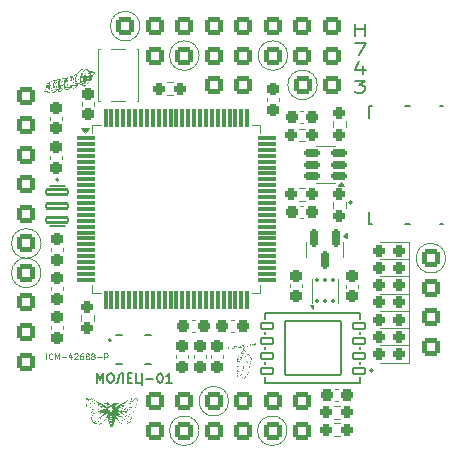
<source format=gbr>
%TF.GenerationSoftware,KiCad,Pcbnew,9.0.4*%
%TF.CreationDate,2025-11-28T22:46:11-05:00*%
%TF.ProjectId,STM32H743VIT6 FC,53544d33-3248-4373-9433-564954362046,rev?*%
%TF.SameCoordinates,Original*%
%TF.FileFunction,Legend,Top*%
%TF.FilePolarity,Positive*%
%FSLAX46Y46*%
G04 Gerber Fmt 4.6, Leading zero omitted, Abs format (unit mm)*
G04 Created by KiCad (PCBNEW 9.0.4) date 2025-11-28 22:46:11*
%MOMM*%
%LPD*%
G01*
G04 APERTURE LIST*
G04 Aperture macros list*
%AMRoundRect*
0 Rectangle with rounded corners*
0 $1 Rounding radius*
0 $2 $3 $4 $5 $6 $7 $8 $9 X,Y pos of 4 corners*
0 Add a 4 corners polygon primitive as box body*
4,1,4,$2,$3,$4,$5,$6,$7,$8,$9,$2,$3,0*
0 Add four circle primitives for the rounded corners*
1,1,$1+$1,$2,$3*
1,1,$1+$1,$4,$5*
1,1,$1+$1,$6,$7*
1,1,$1+$1,$8,$9*
0 Add four rect primitives between the rounded corners*
20,1,$1+$1,$2,$3,$4,$5,0*
20,1,$1+$1,$4,$5,$6,$7,0*
20,1,$1+$1,$6,$7,$8,$9,0*
20,1,$1+$1,$8,$9,$2,$3,0*%
G04 Aperture macros list end*
%ADD10C,0.125000*%
%ADD11C,0.200000*%
%ADD12C,0.100000*%
%ADD13C,0.000000*%
%ADD14C,0.120000*%
%ADD15C,0.127000*%
%ADD16C,0.010000*%
%ADD17RoundRect,0.250000X0.550000X-0.550000X0.550000X0.550000X-0.550000X0.550000X-0.550000X-0.550000X0*%
%ADD18RoundRect,0.250000X-0.550000X0.550000X-0.550000X-0.550000X0.550000X-0.550000X0.550000X0.550000X0*%
%ADD19RoundRect,0.250000X-0.550000X-0.550000X0.550000X-0.550000X0.550000X0.550000X-0.550000X0.550000X0*%
%ADD20RoundRect,0.250000X0.550000X0.550000X-0.550000X0.550000X-0.550000X-0.550000X0.550000X-0.550000X0*%
%ADD21RoundRect,0.237500X-0.250000X-0.237500X0.250000X-0.237500X0.250000X0.237500X-0.250000X0.237500X0*%
%ADD22RoundRect,0.237500X-0.300000X-0.237500X0.300000X-0.237500X0.300000X0.237500X-0.300000X0.237500X0*%
%ADD23C,4.700000*%
%ADD24C,5.000000*%
%ADD25RoundRect,0.150000X0.512500X0.150000X-0.512500X0.150000X-0.512500X-0.150000X0.512500X-0.150000X0*%
%ADD26RoundRect,0.237500X0.287500X0.237500X-0.287500X0.237500X-0.287500X-0.237500X0.287500X-0.237500X0*%
%ADD27RoundRect,0.093750X0.106250X-0.093750X0.106250X0.093750X-0.106250X0.093750X-0.106250X-0.093750X0*%
%ADD28R,1.600000X1.000000*%
%ADD29RoundRect,0.237500X0.237500X-0.300000X0.237500X0.300000X-0.237500X0.300000X-0.237500X-0.300000X0*%
%ADD30RoundRect,0.237500X0.237500X-0.250000X0.237500X0.250000X-0.237500X0.250000X-0.237500X-0.250000X0*%
%ADD31RoundRect,0.078000X0.494000X0.234000X-0.494000X0.234000X-0.494000X-0.234000X0.494000X-0.234000X0*%
%ADD32RoundRect,0.102000X2.350000X2.300000X-2.350000X2.300000X-2.350000X-2.300000X2.350000X-2.300000X0*%
%ADD33C,1.020000*%
%ADD34O,2.004000X1.304000*%
%ADD35RoundRect,0.237500X-0.237500X0.300000X-0.237500X-0.300000X0.237500X-0.300000X0.237500X0.300000X0*%
%ADD36RoundRect,0.102000X-0.950000X0.200000X-0.950000X-0.200000X0.950000X-0.200000X0.950000X0.200000X0*%
%ADD37RoundRect,0.237500X0.300000X0.237500X-0.300000X0.237500X-0.300000X-0.237500X0.300000X-0.237500X0*%
%ADD38R,0.650000X1.050000*%
%ADD39RoundRect,0.237500X-0.237500X0.250000X-0.237500X-0.250000X0.237500X-0.250000X0.237500X0.250000X0*%
%ADD40RoundRect,0.150000X-0.150000X0.587500X-0.150000X-0.587500X0.150000X-0.587500X0.150000X0.587500X0*%
%ADD41RoundRect,0.075000X-0.725000X-0.075000X0.725000X-0.075000X0.725000X0.075000X-0.725000X0.075000X0*%
%ADD42RoundRect,0.075000X-0.075000X-0.725000X0.075000X-0.725000X0.075000X0.725000X-0.075000X0.725000X0*%
G04 APERTURE END LIST*
D10*
X150304762Y-131334809D02*
X150304762Y-130834809D01*
X150828571Y-131287190D02*
X150804762Y-131311000D01*
X150804762Y-131311000D02*
X150733333Y-131334809D01*
X150733333Y-131334809D02*
X150685714Y-131334809D01*
X150685714Y-131334809D02*
X150614286Y-131311000D01*
X150614286Y-131311000D02*
X150566667Y-131263380D01*
X150566667Y-131263380D02*
X150542857Y-131215761D01*
X150542857Y-131215761D02*
X150519048Y-131120523D01*
X150519048Y-131120523D02*
X150519048Y-131049095D01*
X150519048Y-131049095D02*
X150542857Y-130953857D01*
X150542857Y-130953857D02*
X150566667Y-130906238D01*
X150566667Y-130906238D02*
X150614286Y-130858619D01*
X150614286Y-130858619D02*
X150685714Y-130834809D01*
X150685714Y-130834809D02*
X150733333Y-130834809D01*
X150733333Y-130834809D02*
X150804762Y-130858619D01*
X150804762Y-130858619D02*
X150828571Y-130882428D01*
X151042857Y-131334809D02*
X151042857Y-130834809D01*
X151042857Y-130834809D02*
X151209524Y-131191952D01*
X151209524Y-131191952D02*
X151376190Y-130834809D01*
X151376190Y-130834809D02*
X151376190Y-131334809D01*
X151614286Y-131144333D02*
X151995239Y-131144333D01*
X152447620Y-131001476D02*
X152447620Y-131334809D01*
X152328572Y-130811000D02*
X152209525Y-131168142D01*
X152209525Y-131168142D02*
X152519048Y-131168142D01*
X152685715Y-130882428D02*
X152709524Y-130858619D01*
X152709524Y-130858619D02*
X152757143Y-130834809D01*
X152757143Y-130834809D02*
X152876191Y-130834809D01*
X152876191Y-130834809D02*
X152923810Y-130858619D01*
X152923810Y-130858619D02*
X152947619Y-130882428D01*
X152947619Y-130882428D02*
X152971429Y-130930047D01*
X152971429Y-130930047D02*
X152971429Y-130977666D01*
X152971429Y-130977666D02*
X152947619Y-131049095D01*
X152947619Y-131049095D02*
X152661905Y-131334809D01*
X152661905Y-131334809D02*
X152971429Y-131334809D01*
X153400000Y-130834809D02*
X153304762Y-130834809D01*
X153304762Y-130834809D02*
X153257143Y-130858619D01*
X153257143Y-130858619D02*
X153233333Y-130882428D01*
X153233333Y-130882428D02*
X153185714Y-130953857D01*
X153185714Y-130953857D02*
X153161905Y-131049095D01*
X153161905Y-131049095D02*
X153161905Y-131239571D01*
X153161905Y-131239571D02*
X153185714Y-131287190D01*
X153185714Y-131287190D02*
X153209524Y-131311000D01*
X153209524Y-131311000D02*
X153257143Y-131334809D01*
X153257143Y-131334809D02*
X153352381Y-131334809D01*
X153352381Y-131334809D02*
X153400000Y-131311000D01*
X153400000Y-131311000D02*
X153423809Y-131287190D01*
X153423809Y-131287190D02*
X153447619Y-131239571D01*
X153447619Y-131239571D02*
X153447619Y-131120523D01*
X153447619Y-131120523D02*
X153423809Y-131072904D01*
X153423809Y-131072904D02*
X153400000Y-131049095D01*
X153400000Y-131049095D02*
X153352381Y-131025285D01*
X153352381Y-131025285D02*
X153257143Y-131025285D01*
X153257143Y-131025285D02*
X153209524Y-131049095D01*
X153209524Y-131049095D02*
X153185714Y-131072904D01*
X153185714Y-131072904D02*
X153161905Y-131120523D01*
X153733333Y-131049095D02*
X153685714Y-131025285D01*
X153685714Y-131025285D02*
X153661904Y-131001476D01*
X153661904Y-131001476D02*
X153638095Y-130953857D01*
X153638095Y-130953857D02*
X153638095Y-130930047D01*
X153638095Y-130930047D02*
X153661904Y-130882428D01*
X153661904Y-130882428D02*
X153685714Y-130858619D01*
X153685714Y-130858619D02*
X153733333Y-130834809D01*
X153733333Y-130834809D02*
X153828571Y-130834809D01*
X153828571Y-130834809D02*
X153876190Y-130858619D01*
X153876190Y-130858619D02*
X153899999Y-130882428D01*
X153899999Y-130882428D02*
X153923809Y-130930047D01*
X153923809Y-130930047D02*
X153923809Y-130953857D01*
X153923809Y-130953857D02*
X153899999Y-131001476D01*
X153899999Y-131001476D02*
X153876190Y-131025285D01*
X153876190Y-131025285D02*
X153828571Y-131049095D01*
X153828571Y-131049095D02*
X153733333Y-131049095D01*
X153733333Y-131049095D02*
X153685714Y-131072904D01*
X153685714Y-131072904D02*
X153661904Y-131096714D01*
X153661904Y-131096714D02*
X153638095Y-131144333D01*
X153638095Y-131144333D02*
X153638095Y-131239571D01*
X153638095Y-131239571D02*
X153661904Y-131287190D01*
X153661904Y-131287190D02*
X153685714Y-131311000D01*
X153685714Y-131311000D02*
X153733333Y-131334809D01*
X153733333Y-131334809D02*
X153828571Y-131334809D01*
X153828571Y-131334809D02*
X153876190Y-131311000D01*
X153876190Y-131311000D02*
X153899999Y-131287190D01*
X153899999Y-131287190D02*
X153923809Y-131239571D01*
X153923809Y-131239571D02*
X153923809Y-131144333D01*
X153923809Y-131144333D02*
X153899999Y-131096714D01*
X153899999Y-131096714D02*
X153876190Y-131072904D01*
X153876190Y-131072904D02*
X153828571Y-131049095D01*
X154209523Y-131049095D02*
X154161904Y-131025285D01*
X154161904Y-131025285D02*
X154138094Y-131001476D01*
X154138094Y-131001476D02*
X154114285Y-130953857D01*
X154114285Y-130953857D02*
X154114285Y-130930047D01*
X154114285Y-130930047D02*
X154138094Y-130882428D01*
X154138094Y-130882428D02*
X154161904Y-130858619D01*
X154161904Y-130858619D02*
X154209523Y-130834809D01*
X154209523Y-130834809D02*
X154304761Y-130834809D01*
X154304761Y-130834809D02*
X154352380Y-130858619D01*
X154352380Y-130858619D02*
X154376189Y-130882428D01*
X154376189Y-130882428D02*
X154399999Y-130930047D01*
X154399999Y-130930047D02*
X154399999Y-130953857D01*
X154399999Y-130953857D02*
X154376189Y-131001476D01*
X154376189Y-131001476D02*
X154352380Y-131025285D01*
X154352380Y-131025285D02*
X154304761Y-131049095D01*
X154304761Y-131049095D02*
X154209523Y-131049095D01*
X154209523Y-131049095D02*
X154161904Y-131072904D01*
X154161904Y-131072904D02*
X154138094Y-131096714D01*
X154138094Y-131096714D02*
X154114285Y-131144333D01*
X154114285Y-131144333D02*
X154114285Y-131239571D01*
X154114285Y-131239571D02*
X154138094Y-131287190D01*
X154138094Y-131287190D02*
X154161904Y-131311000D01*
X154161904Y-131311000D02*
X154209523Y-131334809D01*
X154209523Y-131334809D02*
X154304761Y-131334809D01*
X154304761Y-131334809D02*
X154352380Y-131311000D01*
X154352380Y-131311000D02*
X154376189Y-131287190D01*
X154376189Y-131287190D02*
X154399999Y-131239571D01*
X154399999Y-131239571D02*
X154399999Y-131144333D01*
X154399999Y-131144333D02*
X154376189Y-131096714D01*
X154376189Y-131096714D02*
X154352380Y-131072904D01*
X154352380Y-131072904D02*
X154304761Y-131049095D01*
X154614284Y-131144333D02*
X154995237Y-131144333D01*
X155233332Y-131334809D02*
X155233332Y-130834809D01*
X155233332Y-130834809D02*
X155423808Y-130834809D01*
X155423808Y-130834809D02*
X155471427Y-130858619D01*
X155471427Y-130858619D02*
X155495237Y-130882428D01*
X155495237Y-130882428D02*
X155519046Y-130930047D01*
X155519046Y-130930047D02*
X155519046Y-131001476D01*
X155519046Y-131001476D02*
X155495237Y-131049095D01*
X155495237Y-131049095D02*
X155471427Y-131072904D01*
X155471427Y-131072904D02*
X155423808Y-131096714D01*
X155423808Y-131096714D02*
X155233332Y-131096714D01*
D11*
X176490000Y-103917303D02*
X176490000Y-102917303D01*
X176490000Y-103393493D02*
X177290000Y-103393493D01*
X177290000Y-103917303D02*
X177290000Y-102917303D01*
X176423334Y-104527247D02*
X177356667Y-104527247D01*
X177356667Y-104527247D02*
X176756667Y-105527247D01*
X177156667Y-106470524D02*
X177156667Y-107137191D01*
X176823334Y-106089572D02*
X176490000Y-106803857D01*
X176490000Y-106803857D02*
X177356667Y-106803857D01*
X176423334Y-107747135D02*
X177290000Y-107747135D01*
X177290000Y-107747135D02*
X176823334Y-108128087D01*
X176823334Y-108128087D02*
X177023334Y-108128087D01*
X177023334Y-108128087D02*
X177156667Y-108175706D01*
X177156667Y-108175706D02*
X177223334Y-108223325D01*
X177223334Y-108223325D02*
X177290000Y-108318563D01*
X177290000Y-108318563D02*
X177290000Y-108556658D01*
X177290000Y-108556658D02*
X177223334Y-108651896D01*
X177223334Y-108651896D02*
X177156667Y-108699516D01*
X177156667Y-108699516D02*
X177023334Y-108747135D01*
X177023334Y-108747135D02*
X176623334Y-108747135D01*
X176623334Y-108747135D02*
X176490000Y-108699516D01*
X176490000Y-108699516D02*
X176423334Y-108651896D01*
X154607143Y-133319695D02*
X154607143Y-132519695D01*
X154607143Y-132519695D02*
X154873809Y-133091123D01*
X154873809Y-133091123D02*
X155140476Y-132519695D01*
X155140476Y-132519695D02*
X155140476Y-133319695D01*
X155673810Y-132519695D02*
X155826191Y-132519695D01*
X155826191Y-132519695D02*
X155902381Y-132557790D01*
X155902381Y-132557790D02*
X155978572Y-132633980D01*
X155978572Y-132633980D02*
X156016667Y-132786361D01*
X156016667Y-132786361D02*
X156016667Y-133053028D01*
X156016667Y-133053028D02*
X155978572Y-133205409D01*
X155978572Y-133205409D02*
X155902381Y-133281600D01*
X155902381Y-133281600D02*
X155826191Y-133319695D01*
X155826191Y-133319695D02*
X155673810Y-133319695D01*
X155673810Y-133319695D02*
X155597619Y-133281600D01*
X155597619Y-133281600D02*
X155521429Y-133205409D01*
X155521429Y-133205409D02*
X155483333Y-133053028D01*
X155483333Y-133053028D02*
X155483333Y-132786361D01*
X155483333Y-132786361D02*
X155521429Y-132633980D01*
X155521429Y-132633980D02*
X155597619Y-132557790D01*
X155597619Y-132557790D02*
X155673810Y-132519695D01*
X156816667Y-133319695D02*
X156816667Y-132519695D01*
X156816667Y-132519695D02*
X156702381Y-132519695D01*
X156702381Y-132519695D02*
X156588095Y-132557790D01*
X156588095Y-132557790D02*
X156511905Y-132633980D01*
X156511905Y-132633980D02*
X156473809Y-132748266D01*
X156473809Y-132748266D02*
X156397619Y-133205409D01*
X156397619Y-133205409D02*
X156359524Y-133281600D01*
X156359524Y-133281600D02*
X156283333Y-133319695D01*
X156283333Y-133319695D02*
X156245238Y-133319695D01*
X157197619Y-132900647D02*
X157464285Y-132900647D01*
X157578571Y-133319695D02*
X157197619Y-133319695D01*
X157197619Y-133319695D02*
X157197619Y-132519695D01*
X157197619Y-132519695D02*
X157578571Y-132519695D01*
X158378572Y-132519695D02*
X158378572Y-133319695D01*
X157921429Y-132519695D02*
X157921429Y-133319695D01*
X157921429Y-133319695D02*
X158454762Y-133319695D01*
X158454762Y-133319695D02*
X158454762Y-133510171D01*
X158759524Y-133014933D02*
X159369048Y-133014933D01*
X159902381Y-132519695D02*
X159978571Y-132519695D01*
X159978571Y-132519695D02*
X160054762Y-132557790D01*
X160054762Y-132557790D02*
X160092857Y-132595885D01*
X160092857Y-132595885D02*
X160130952Y-132672076D01*
X160130952Y-132672076D02*
X160169047Y-132824457D01*
X160169047Y-132824457D02*
X160169047Y-133014933D01*
X160169047Y-133014933D02*
X160130952Y-133167314D01*
X160130952Y-133167314D02*
X160092857Y-133243504D01*
X160092857Y-133243504D02*
X160054762Y-133281600D01*
X160054762Y-133281600D02*
X159978571Y-133319695D01*
X159978571Y-133319695D02*
X159902381Y-133319695D01*
X159902381Y-133319695D02*
X159826190Y-133281600D01*
X159826190Y-133281600D02*
X159788095Y-133243504D01*
X159788095Y-133243504D02*
X159750000Y-133167314D01*
X159750000Y-133167314D02*
X159711904Y-133014933D01*
X159711904Y-133014933D02*
X159711904Y-132824457D01*
X159711904Y-132824457D02*
X159750000Y-132672076D01*
X159750000Y-132672076D02*
X159788095Y-132595885D01*
X159788095Y-132595885D02*
X159826190Y-132557790D01*
X159826190Y-132557790D02*
X159902381Y-132519695D01*
X160930952Y-133319695D02*
X160473809Y-133319695D01*
X160702381Y-133319695D02*
X160702381Y-132519695D01*
X160702381Y-132519695D02*
X160626190Y-132633980D01*
X160626190Y-132633980D02*
X160550000Y-132710171D01*
X160550000Y-132710171D02*
X160473809Y-132748266D01*
D12*
%TO.C,AVTX_J2*%
X149871000Y-121521000D02*
G75*
G02*
X147369000Y-121521000I-1251000J0D01*
G01*
X147369000Y-121521000D02*
G75*
G02*
X149871000Y-121521000I1251000J0D01*
G01*
%TO.C,OTHER_J2*%
X149871000Y-124019000D02*
G75*
G02*
X147369000Y-124019000I-1251000J0D01*
G01*
X147369000Y-124019000D02*
G75*
G02*
X149871000Y-124019000I1251000J0D01*
G01*
%TO.C,GPS_J2*%
X165750000Y-134876800D02*
G75*
G02*
X163248000Y-134876800I-1251000J0D01*
G01*
X163248000Y-134876800D02*
G75*
G02*
X165750000Y-134876800I1251000J0D01*
G01*
%TO.C,VTX_J2*%
X163250000Y-137380000D02*
G75*
G02*
X160748000Y-137380000I-1251000J0D01*
G01*
X160748000Y-137380000D02*
G75*
G02*
X163250000Y-137380000I1251000J0D01*
G01*
X170700000Y-137380000D02*
G75*
G02*
X168198000Y-137380000I-1251000J0D01*
G01*
X168198000Y-137380000D02*
G75*
G02*
X170700000Y-137380000I1251000J0D01*
G01*
%TO.C,RX_J2*%
X184132000Y-122770000D02*
G75*
G02*
X181630000Y-122770000I-1251000J0D01*
G01*
X181630000Y-122770000D02*
G75*
G02*
X184132000Y-122770000I1251000J0D01*
G01*
%TO.C,DEBUG_J2*%
X173259800Y-108102400D02*
G75*
G02*
X170757800Y-108102400I-1251000J0D01*
G01*
X170757800Y-108102400D02*
G75*
G02*
X173259800Y-108102400I1251000J0D01*
G01*
%TO.C,CAM_J2*%
X163251000Y-105621000D02*
G75*
G02*
X160749000Y-105621000I-1251000J0D01*
G01*
X160749000Y-105621000D02*
G75*
G02*
X163251000Y-105621000I1251000J0D01*
G01*
%TO.C,UART2_J2*%
X170751000Y-105619000D02*
G75*
G02*
X168249000Y-105619000I-1251000J0D01*
G01*
X168249000Y-105619000D02*
G75*
G02*
X170751000Y-105619000I1251000J0D01*
G01*
D13*
%TO.C,G\u002A\u002A\u002A*%
G36*
X168002934Y-130145736D02*
G01*
X168003412Y-130147453D01*
X168001396Y-130148423D01*
X167995473Y-130150718D01*
X167989657Y-130152634D01*
X167982189Y-130154559D01*
X167971310Y-130156878D01*
X167955264Y-130159980D01*
X167932291Y-130164251D01*
X167915035Y-130167428D01*
X167890381Y-130172034D01*
X167866891Y-130176549D01*
X167847728Y-130180356D01*
X167838544Y-130182281D01*
X167825520Y-130184727D01*
X167805207Y-130188057D01*
X167780106Y-130191882D01*
X167752714Y-130195812D01*
X167744781Y-130196905D01*
X167714481Y-130201112D01*
X167683126Y-130205596D01*
X167654184Y-130209853D01*
X167631122Y-130213380D01*
X167628810Y-130213747D01*
X167605551Y-130217025D01*
X167576414Y-130220501D01*
X167545372Y-130223728D01*
X167520242Y-130225958D01*
X167492474Y-130228846D01*
X167458557Y-130233401D01*
X167421963Y-130239100D01*
X167386168Y-130245420D01*
X167369727Y-130248634D01*
X167317706Y-130259337D01*
X167274288Y-130268639D01*
X167238366Y-130276894D01*
X167208830Y-130284453D01*
X167184570Y-130291671D01*
X167164480Y-130298902D01*
X167147449Y-130306497D01*
X167132369Y-130314812D01*
X167118132Y-130324199D01*
X167107109Y-130332331D01*
X167093939Y-130343443D01*
X167086213Y-130353987D01*
X167081398Y-130368112D01*
X167079265Y-130377935D01*
X167071823Y-130419306D01*
X167066801Y-130456181D01*
X167064220Y-130487658D01*
X167064101Y-130512838D01*
X167066466Y-130530819D01*
X167071335Y-130540700D01*
X167075442Y-130542366D01*
X167081724Y-130545928D01*
X167090829Y-130554869D01*
X167094378Y-130559089D01*
X167114799Y-130578103D01*
X167143608Y-130595090D01*
X167177375Y-130608555D01*
X167200263Y-130617822D01*
X167223768Y-130630330D01*
X167245658Y-130644568D01*
X167263697Y-130659020D01*
X167275654Y-130672176D01*
X167278315Y-130676929D01*
X167284936Y-130687184D01*
X167297087Y-130701369D01*
X167312676Y-130717139D01*
X167321187Y-130724958D01*
X167344725Y-130746111D01*
X167361875Y-130762358D01*
X167373841Y-130775093D01*
X167381833Y-130785712D01*
X167387057Y-130795608D01*
X167390325Y-130804836D01*
X167397004Y-130819575D01*
X167406056Y-130831096D01*
X167408147Y-130832756D01*
X167441225Y-130859866D01*
X167464759Y-130889263D01*
X167478831Y-130921058D01*
X167480919Y-130929580D01*
X167486435Y-130940835D01*
X167499308Y-130957752D01*
X167519161Y-130979856D01*
X167530169Y-130991266D01*
X167558367Y-131021858D01*
X167578498Y-131048163D01*
X167591011Y-131070887D01*
X167596354Y-131090733D01*
X167596625Y-131095570D01*
X167599524Y-131107313D01*
X167606701Y-131121863D01*
X167610483Y-131127646D01*
X167619168Y-131141677D01*
X167629460Y-131161036D01*
X167639331Y-131181874D01*
X167640643Y-131184871D01*
X167649515Y-131203716D01*
X167658410Y-131219819D01*
X167665714Y-131230322D01*
X167667119Y-131231753D01*
X167675699Y-131241155D01*
X167686139Y-131254999D01*
X167691243Y-131262596D01*
X167703025Y-131289467D01*
X167705723Y-131319293D01*
X167699312Y-131352280D01*
X167683770Y-131388638D01*
X167675012Y-131404135D01*
X167662836Y-131422510D01*
X167649054Y-131440585D01*
X167640438Y-131450403D01*
X167625916Y-131469879D01*
X167619131Y-131491226D01*
X167619684Y-131516483D01*
X167623735Y-131535758D01*
X167630427Y-131574762D01*
X167628626Y-131608892D01*
X167621224Y-131632456D01*
X167615006Y-131648324D01*
X167608049Y-131669343D01*
X167601828Y-131691046D01*
X167601664Y-131691675D01*
X167594895Y-131716225D01*
X167586894Y-131742979D01*
X167580186Y-131763757D01*
X167573507Y-131786288D01*
X167567905Y-131810306D01*
X167564970Y-131827911D01*
X167560959Y-131848799D01*
X167554500Y-131869735D01*
X167550191Y-131879727D01*
X167544757Y-131891433D01*
X167540483Y-131903704D01*
X167537075Y-131918247D01*
X167534241Y-131936768D01*
X167531688Y-131960973D01*
X167529122Y-131992569D01*
X167527892Y-132009545D01*
X167525742Y-132036910D01*
X167523443Y-132056917D01*
X167520464Y-132072072D01*
X167516270Y-132084878D01*
X167510328Y-132097842D01*
X167508201Y-132101988D01*
X167492979Y-132131236D01*
X167493624Y-132209047D01*
X167492883Y-132257519D01*
X167489401Y-132299996D01*
X167482597Y-132340114D01*
X167471891Y-132381507D01*
X167460455Y-132417032D01*
X167452042Y-132437372D01*
X167439064Y-132463543D01*
X167422735Y-132493374D01*
X167404267Y-132524694D01*
X167384872Y-132555332D01*
X167375058Y-132569931D01*
X167352596Y-132604273D01*
X167330125Y-132641614D01*
X167309807Y-132678238D01*
X167295524Y-132706710D01*
X167284926Y-132727843D01*
X167273893Y-132747413D01*
X167264190Y-132762373D01*
X167260649Y-132766879D01*
X167252177Y-132777504D01*
X167239984Y-132794041D01*
X167225762Y-132814147D01*
X167212468Y-132833595D01*
X167185523Y-132871934D01*
X167161104Y-132902643D01*
X167137899Y-132927183D01*
X167114599Y-132947019D01*
X167104301Y-132954414D01*
X167087972Y-132964798D01*
X167068299Y-132976188D01*
X167047454Y-132987463D01*
X167027612Y-132997499D01*
X167010948Y-133005176D01*
X166999635Y-133009370D01*
X166996962Y-133009823D01*
X166988891Y-133011888D01*
X166977080Y-133016898D01*
X166976298Y-133017284D01*
X166956159Y-133024210D01*
X166928470Y-133029252D01*
X166895406Y-133032209D01*
X166859140Y-133032881D01*
X166824419Y-133031277D01*
X166769323Y-133025160D01*
X166722774Y-133016051D01*
X166683826Y-133003655D01*
X166651533Y-132987678D01*
X166627202Y-132969839D01*
X166610647Y-132953594D01*
X166592436Y-132932980D01*
X166574307Y-132910274D01*
X166557996Y-132887754D01*
X166545238Y-132867698D01*
X166537861Y-132852641D01*
X166533127Y-132839593D01*
X166528453Y-132827446D01*
X166522833Y-132813751D01*
X166515260Y-132796060D01*
X166504729Y-132771926D01*
X166504094Y-132770479D01*
X166482973Y-132711938D01*
X166467450Y-132645550D01*
X166457600Y-132571651D01*
X166457126Y-132566214D01*
X166455234Y-132541033D01*
X166454624Y-132521356D01*
X166455529Y-132503704D01*
X166458183Y-132484599D01*
X166462821Y-132460562D01*
X166464902Y-132450598D01*
X166470141Y-132426496D01*
X166475103Y-132405005D01*
X166479222Y-132388493D01*
X166481899Y-132379420D01*
X166485126Y-132365860D01*
X166486378Y-132351181D01*
X166487212Y-132339813D01*
X166489478Y-132321381D01*
X166492819Y-132298528D01*
X166496471Y-132276245D01*
X166509284Y-132179057D01*
X166513397Y-132085221D01*
X166508761Y-131993334D01*
X166495326Y-131901993D01*
X166480926Y-131838654D01*
X166465549Y-131773197D01*
X166455070Y-131713097D01*
X166449204Y-131655308D01*
X166447669Y-131596784D01*
X166448115Y-131585731D01*
X166466943Y-131585731D01*
X166468178Y-131633356D01*
X166471733Y-131680386D01*
X166476240Y-131715576D01*
X166480105Y-131739124D01*
X166483720Y-131759194D01*
X166486690Y-131773727D01*
X166488624Y-131780661D01*
X166488686Y-131780772D01*
X166491039Y-131787490D01*
X166494809Y-131801372D01*
X166499340Y-131819935D01*
X166501407Y-131828954D01*
X166514809Y-131892663D01*
X166524628Y-131949466D01*
X166531063Y-132001570D01*
X166534317Y-132051183D01*
X166534590Y-132100513D01*
X166532083Y-132151769D01*
X166531501Y-132159483D01*
X166525403Y-132224129D01*
X166517201Y-132291185D01*
X166507347Y-132357604D01*
X166496296Y-132420336D01*
X166484500Y-132476332D01*
X166484180Y-132477703D01*
X166479892Y-132508183D01*
X166479225Y-132545397D01*
X166481984Y-132586975D01*
X166487976Y-132630548D01*
X166497005Y-132673746D01*
X166501745Y-132691521D01*
X166507170Y-132710493D01*
X166511935Y-132727174D01*
X166515019Y-132737987D01*
X166515041Y-132738064D01*
X166519622Y-132746964D01*
X166525240Y-132746318D01*
X166531440Y-132736337D01*
X166534161Y-132729254D01*
X166540787Y-132714602D01*
X166548498Y-132704041D01*
X166555577Y-132699562D01*
X166558827Y-132700639D01*
X166559549Y-132707156D01*
X166556584Y-132718382D01*
X166555913Y-132720085D01*
X166550518Y-132735436D01*
X166547050Y-132749551D01*
X166546037Y-132759670D01*
X166547663Y-132763077D01*
X166558592Y-132760262D01*
X166572206Y-132753467D01*
X166584169Y-132745165D01*
X166589614Y-132739145D01*
X166594289Y-132727415D01*
X166591946Y-132719239D01*
X166581498Y-132711284D01*
X166580296Y-132710567D01*
X166569177Y-132702419D01*
X166563159Y-132694931D01*
X166563408Y-132689998D01*
X166567070Y-132689053D01*
X166575429Y-132692411D01*
X166587054Y-132700823D01*
X166599239Y-132711798D01*
X166609278Y-132722845D01*
X166614463Y-132731473D01*
X166614685Y-132732884D01*
X166611332Y-132741144D01*
X166602818Y-132752458D01*
X166597270Y-132758281D01*
X166584192Y-132769217D01*
X166571872Y-132774182D01*
X166557806Y-132775288D01*
X166544626Y-132775363D01*
X166536778Y-132775409D01*
X166535817Y-132775414D01*
X166537194Y-132779761D01*
X166540809Y-132791334D01*
X166545976Y-132807934D01*
X166547921Y-132814195D01*
X166554213Y-132833635D01*
X166560167Y-132848998D01*
X166567154Y-132862657D01*
X166576546Y-132876987D01*
X166589712Y-132894361D01*
X166605779Y-132914386D01*
X166634547Y-132946036D01*
X166663782Y-132969501D01*
X166696007Y-132986252D01*
X166733741Y-132997760D01*
X166756317Y-133002149D01*
X166777458Y-133005695D01*
X166796152Y-133008889D01*
X166809307Y-133011202D01*
X166812082Y-133011715D01*
X166834131Y-133013741D01*
X166862444Y-133013219D01*
X166893837Y-133010458D01*
X166925127Y-133005766D01*
X166953130Y-132999452D01*
X166960129Y-132997378D01*
X166997194Y-132983567D01*
X167036579Y-132965424D01*
X167073604Y-132945215D01*
X167092138Y-132933450D01*
X167128058Y-132903742D01*
X167161079Y-132865758D01*
X167175173Y-132845509D01*
X167186264Y-132828485D01*
X167195212Y-132815122D01*
X167203841Y-132802862D01*
X167213975Y-132789147D01*
X167227437Y-132771422D01*
X167235716Y-132760610D01*
X167245682Y-132746081D01*
X167258234Y-132725573D01*
X167271651Y-132701987D01*
X167282472Y-132681651D01*
X167291940Y-132663411D01*
X167300883Y-132646811D01*
X167310180Y-132630396D01*
X167320714Y-132612713D01*
X167333366Y-132592306D01*
X167349017Y-132567722D01*
X167368549Y-132537506D01*
X167387152Y-132508929D01*
X167404527Y-132481626D01*
X167417489Y-132459169D01*
X167427473Y-132438456D01*
X167435914Y-132416381D01*
X167444248Y-132389842D01*
X167447656Y-132378040D01*
X167456929Y-132344970D01*
X167463730Y-132318726D01*
X167468429Y-132296684D01*
X167471396Y-132276220D01*
X167473004Y-132254709D01*
X167473622Y-132229526D01*
X167473623Y-132198048D01*
X167473604Y-132194492D01*
X167473486Y-132164035D01*
X167473668Y-132141724D01*
X167474355Y-132125833D01*
X167475750Y-132114640D01*
X167478060Y-132106419D01*
X167481487Y-132099448D01*
X167485651Y-132092885D01*
X167490676Y-132084272D01*
X167494587Y-132074469D01*
X167497774Y-132061630D01*
X167500629Y-132043908D01*
X167503541Y-132019456D01*
X167505776Y-131997821D01*
X167510200Y-131956578D01*
X167514375Y-131924361D01*
X167518449Y-131900333D01*
X167522571Y-131883659D01*
X167526890Y-131873501D01*
X167528242Y-131871605D01*
X167531447Y-131864084D01*
X167535388Y-131849641D01*
X167539315Y-131831112D01*
X167540064Y-131826989D01*
X167545375Y-131801551D01*
X167552503Y-131773378D01*
X167559154Y-131750964D01*
X167566694Y-131726767D01*
X167574795Y-131698873D01*
X167581742Y-131673189D01*
X167581936Y-131672433D01*
X167588045Y-131650747D01*
X167594776Y-131630326D01*
X167600865Y-131614940D01*
X167601979Y-131612633D01*
X167607883Y-131600408D01*
X167611244Y-131592189D01*
X167611538Y-131590868D01*
X167606863Y-131590029D01*
X167593870Y-131589535D01*
X167574103Y-131589396D01*
X167549107Y-131589624D01*
X167521476Y-131590203D01*
X167488774Y-131591158D01*
X167463975Y-131592231D01*
X167445112Y-131593674D01*
X167430219Y-131595736D01*
X167417329Y-131598667D01*
X167404476Y-131602717D01*
X167394402Y-131606370D01*
X167377727Y-131612271D01*
X167363525Y-131616161D01*
X167348989Y-131618412D01*
X167331314Y-131619394D01*
X167307692Y-131619477D01*
X167296105Y-131619344D01*
X167269733Y-131619148D01*
X167250492Y-131619655D01*
X167235647Y-131621249D01*
X167222465Y-131624317D01*
X167208211Y-131629245D01*
X167198268Y-131633150D01*
X167175965Y-131641593D01*
X167159478Y-131646074D01*
X167145702Y-131646852D01*
X167131532Y-131644185D01*
X167118047Y-131639823D01*
X167095888Y-131635419D01*
X167067545Y-131634727D01*
X167035817Y-131637371D01*
X167003504Y-131642974D01*
X166973405Y-131651160D01*
X166948319Y-131661552D01*
X166945645Y-131663004D01*
X166931394Y-131669798D01*
X166922778Y-131670583D01*
X166920043Y-131668893D01*
X166917297Y-131661002D01*
X166923579Y-131652659D01*
X166938082Y-131644279D01*
X166960003Y-131636277D01*
X166988537Y-131629066D01*
X167002783Y-131626286D01*
X167040824Y-131620611D01*
X167071530Y-131618778D01*
X167096657Y-131620781D01*
X167115579Y-131625722D01*
X167128939Y-131630224D01*
X167139288Y-131632075D01*
X167149601Y-131630928D01*
X167162856Y-131626436D01*
X167182029Y-131618252D01*
X167182862Y-131617887D01*
X167195930Y-131612296D01*
X167206997Y-131608289D01*
X167218084Y-131605599D01*
X167231215Y-131603963D01*
X167248410Y-131603114D01*
X167271692Y-131602789D01*
X167298495Y-131602724D01*
X167325353Y-131602492D01*
X167348189Y-131601893D01*
X167365436Y-131601000D01*
X167375524Y-131599890D01*
X167377468Y-131598985D01*
X167378577Y-131593092D01*
X167387577Y-131587150D01*
X167402512Y-131581843D01*
X167421431Y-131577855D01*
X167442381Y-131575870D01*
X167443580Y-131575832D01*
X167493122Y-131574130D01*
X167534297Y-131572075D01*
X167566813Y-131569694D01*
X167590375Y-131567016D01*
X167604692Y-131564066D01*
X167609470Y-131560872D01*
X167609387Y-131560471D01*
X167606611Y-131552136D01*
X167602266Y-131537980D01*
X167599014Y-131526969D01*
X167594728Y-131510186D01*
X167593816Y-131497530D01*
X167596270Y-131483852D01*
X167598913Y-131474493D01*
X167607243Y-131451142D01*
X167616066Y-131434740D01*
X167624676Y-131426476D01*
X167627881Y-131425715D01*
X167633654Y-131421621D01*
X167642280Y-131410783D01*
X167652366Y-131395364D01*
X167662519Y-131377532D01*
X167671347Y-131359450D01*
X167673015Y-131355551D01*
X167678906Y-131333197D01*
X167680289Y-131308365D01*
X167677058Y-131285774D01*
X167674760Y-131279134D01*
X167667384Y-131267030D01*
X167656117Y-131253629D01*
X167652303Y-131249868D01*
X167640546Y-131240218D01*
X167630981Y-131236736D01*
X167619925Y-131237851D01*
X167608185Y-131238967D01*
X167589681Y-131239122D01*
X167567472Y-131238333D01*
X167554786Y-131237502D01*
X167519132Y-131236169D01*
X167479513Y-131236997D01*
X167448686Y-131239164D01*
X167426933Y-131240824D01*
X167397623Y-131242432D01*
X167363072Y-131243897D01*
X167325591Y-131245125D01*
X167287496Y-131246024D01*
X167271029Y-131246293D01*
X167237150Y-131246777D01*
X167206328Y-131247246D01*
X167180009Y-131247676D01*
X167159637Y-131248043D01*
X167146659Y-131248322D01*
X167142721Y-131248453D01*
X167135862Y-131248563D01*
X167120603Y-131248606D01*
X167098415Y-131248587D01*
X167070768Y-131248507D01*
X167039133Y-131248368D01*
X167017861Y-131248252D01*
X166900403Y-131247563D01*
X166830334Y-131281896D01*
X166798256Y-131297368D01*
X166772139Y-131309161D01*
X166749228Y-131318223D01*
X166726766Y-131325504D01*
X166701998Y-131331951D01*
X166672167Y-131338514D01*
X166656632Y-131341703D01*
X166617784Y-131350051D01*
X166588186Y-131357509D01*
X166567278Y-131364246D01*
X166554497Y-131370433D01*
X166550709Y-131373685D01*
X166541762Y-131380056D01*
X166533057Y-131383378D01*
X166523975Y-131388367D01*
X166521352Y-131397861D01*
X166525183Y-131412922D01*
X166532833Y-131429581D01*
X166546680Y-131451262D01*
X166564350Y-131471335D01*
X166583181Y-131487106D01*
X166597413Y-131494863D01*
X166609610Y-131498165D01*
X166627872Y-131501638D01*
X166648435Y-131504574D01*
X166650242Y-131504785D01*
X166676699Y-131508464D01*
X166695222Y-131513309D01*
X166707744Y-131520679D01*
X166716197Y-131531929D01*
X166722516Y-131548415D01*
X166725002Y-131557240D01*
X166739945Y-131596270D01*
X166762131Y-131629890D01*
X166790618Y-131656836D01*
X166807135Y-131667526D01*
X166822153Y-131676348D01*
X166832564Y-131684287D01*
X166840566Y-131693909D01*
X166848358Y-131707781D01*
X166856729Y-131725413D01*
X166866635Y-131745827D01*
X166874907Y-131759548D01*
X166883496Y-131769083D01*
X166894348Y-131776936D01*
X166898948Y-131779697D01*
X166928065Y-131799135D01*
X166950607Y-131820487D01*
X166968343Y-131846037D01*
X166983045Y-131878065D01*
X166989572Y-131896494D01*
X166996838Y-131910776D01*
X167009647Y-131923030D01*
X167019847Y-131929853D01*
X167033044Y-131938863D01*
X167041982Y-131946664D01*
X167044400Y-131950473D01*
X167045632Y-131960250D01*
X167046399Y-131964632D01*
X167046310Y-131975916D01*
X167042566Y-131993339D01*
X167034900Y-132017969D01*
X167028842Y-132035177D01*
X167022662Y-132056057D01*
X167017238Y-132080980D01*
X167014096Y-132101799D01*
X167005070Y-132148213D01*
X166988835Y-132188351D01*
X166965550Y-132221841D01*
X166959773Y-132228000D01*
X166946940Y-132241400D01*
X166940103Y-132250294D01*
X166938108Y-132256984D01*
X166939800Y-132263770D01*
X166940746Y-132265929D01*
X166944367Y-132281269D01*
X166941857Y-132299330D01*
X166932835Y-132321371D01*
X166916922Y-132348652D01*
X166914858Y-132351838D01*
X166901764Y-132373704D01*
X166889495Y-132397307D01*
X166880247Y-132418340D01*
X166878609Y-132422857D01*
X166866665Y-132454900D01*
X166855134Y-132479027D01*
X166843087Y-132497098D01*
X166839315Y-132501527D01*
X166831117Y-132513625D01*
X166823006Y-132530236D01*
X166819852Y-132538538D01*
X166815469Y-132553877D01*
X166810562Y-132574713D01*
X166805670Y-132598246D01*
X166801329Y-132621680D01*
X166798078Y-132642215D01*
X166796454Y-132657054D01*
X166796378Y-132660678D01*
X166792715Y-132667976D01*
X166787101Y-132669314D01*
X166779995Y-132673135D01*
X166777616Y-132683407D01*
X166779257Y-132698340D01*
X166784212Y-132716148D01*
X166791773Y-132735040D01*
X166801232Y-132753228D01*
X166811883Y-132768925D01*
X166823018Y-132780342D01*
X166833049Y-132785519D01*
X166848689Y-132793629D01*
X166858535Y-132808732D01*
X166861431Y-132826097D01*
X166865920Y-132843578D01*
X166877723Y-132857567D01*
X166894339Y-132865644D01*
X166903362Y-132866710D01*
X166918218Y-132865280D01*
X166933063Y-132861672D01*
X166944762Y-132856908D01*
X166950180Y-132852008D01*
X166950260Y-132851423D01*
X166954114Y-132847288D01*
X166965585Y-132849233D01*
X166984535Y-132857229D01*
X166988050Y-132858967D01*
X167006416Y-132867976D01*
X167027868Y-132878204D01*
X167040748Y-132884202D01*
X167056478Y-132892381D01*
X167064569Y-132898768D01*
X167064949Y-132902042D01*
X167057837Y-132902919D01*
X167044251Y-132899736D01*
X167026325Y-132893263D01*
X167006191Y-132884271D01*
X166985982Y-132873531D01*
X166985876Y-132873470D01*
X166964741Y-132861170D01*
X166948864Y-132870928D01*
X166925915Y-132881208D01*
X166902621Y-132885053D01*
X166882265Y-132881949D01*
X166881183Y-132881520D01*
X166869050Y-132873027D01*
X166856287Y-132858876D01*
X166845208Y-132842330D01*
X166838126Y-132826651D01*
X166836757Y-132818860D01*
X166832498Y-132807490D01*
X166825089Y-132802811D01*
X166810667Y-132793168D01*
X166795589Y-132775930D01*
X166781360Y-132753133D01*
X166770139Y-132728541D01*
X166761835Y-132703970D01*
X166758492Y-132684980D01*
X166759996Y-132668690D01*
X166766231Y-132652216D01*
X166767028Y-132650611D01*
X166771967Y-132637980D01*
X166777844Y-132618687D01*
X166783784Y-132595772D01*
X166787239Y-132580485D01*
X166794065Y-132550055D01*
X166800190Y-132527443D01*
X166806333Y-132510698D01*
X166813212Y-132497872D01*
X166821548Y-132487014D01*
X166821807Y-132486722D01*
X166835213Y-132468142D01*
X166847875Y-132442910D01*
X166860521Y-132409648D01*
X166868889Y-132389680D01*
X166880675Y-132367012D01*
X166892568Y-132347714D01*
X166909485Y-132320862D01*
X166919524Y-132299363D01*
X166923129Y-132281954D01*
X166920798Y-132267508D01*
X166917343Y-132257450D01*
X166916788Y-132249724D01*
X166920104Y-132241851D01*
X166928260Y-132231349D01*
X166940157Y-132218026D01*
X166955363Y-132200293D01*
X166966913Y-132183913D01*
X166975652Y-132166751D01*
X166982430Y-132146670D01*
X166988093Y-132121533D01*
X166993489Y-132089204D01*
X166994831Y-132080186D01*
X166999407Y-132055928D01*
X167005829Y-132030314D01*
X167012408Y-132009751D01*
X167020340Y-131986920D01*
X167023690Y-131970771D01*
X167022168Y-131959097D01*
X167015484Y-131949693D01*
X167003351Y-131940355D01*
X167003310Y-131940327D01*
X166992487Y-131932045D01*
X166983823Y-131922305D01*
X166975673Y-131908704D01*
X166966394Y-131888834D01*
X166963453Y-131882016D01*
X166950491Y-131854032D01*
X166937947Y-131833241D01*
X166923867Y-131817254D01*
X166906300Y-131803684D01*
X166892533Y-131795283D01*
X166867277Y-131777952D01*
X166849056Y-131757837D01*
X166835310Y-131731880D01*
X166831732Y-131722651D01*
X166824056Y-131704644D01*
X166815740Y-131693171D01*
X166804424Y-131685049D01*
X166803449Y-131684518D01*
X166765585Y-131658983D01*
X166735074Y-131626902D01*
X166711816Y-131588152D01*
X166700622Y-131559583D01*
X166690138Y-131527227D01*
X166648710Y-131521102D01*
X166627364Y-131518553D01*
X166607814Y-131517273D01*
X166593590Y-131517467D01*
X166591325Y-131517762D01*
X166579677Y-131518558D01*
X166573500Y-131514376D01*
X166570876Y-131508909D01*
X166564230Y-131497355D01*
X166554644Y-131486596D01*
X166544716Y-131478993D01*
X166537044Y-131476907D01*
X166536092Y-131477306D01*
X166531633Y-131484478D01*
X166530792Y-131490161D01*
X166527347Y-131497784D01*
X166520104Y-131499470D01*
X166513701Y-131494405D01*
X166513186Y-131493246D01*
X166513490Y-131484479D01*
X166517448Y-131473734D01*
X166520806Y-131465451D01*
X166520819Y-131457240D01*
X166517009Y-131445898D01*
X166511459Y-131433629D01*
X166504376Y-131420001D01*
X166498637Y-131411518D01*
X166495788Y-131409961D01*
X166491754Y-131418265D01*
X166486732Y-131433713D01*
X166481397Y-131453719D01*
X166476424Y-131475698D01*
X166472488Y-131497065D01*
X166471717Y-131502207D01*
X166468098Y-131540888D01*
X166466943Y-131585731D01*
X166448115Y-131585731D01*
X166450182Y-131534480D01*
X166451289Y-131519479D01*
X166454335Y-131487378D01*
X166458354Y-131459232D01*
X166464051Y-131431340D01*
X166472131Y-131399999D01*
X166477995Y-131379446D01*
X166481430Y-131367239D01*
X166506117Y-131367239D01*
X166510046Y-131367119D01*
X166520337Y-131363049D01*
X166534493Y-131356050D01*
X166552517Y-131347867D01*
X166576056Y-131339074D01*
X166600985Y-131331168D01*
X166609751Y-131328762D01*
X166635146Y-131322414D01*
X166661824Y-131316175D01*
X166685155Y-131311118D01*
X166691379Y-131309881D01*
X166705433Y-131306752D01*
X166720235Y-131302417D01*
X166737146Y-131296315D01*
X166757524Y-131287889D01*
X166782729Y-131276578D01*
X166814120Y-131261824D01*
X166849094Y-131244988D01*
X166888573Y-131225851D01*
X167024283Y-131224964D01*
X167060513Y-131224701D01*
X167094003Y-131224408D01*
X167123335Y-131224100D01*
X167147094Y-131223795D01*
X167163861Y-131223509D01*
X167172221Y-131223259D01*
X167172331Y-131223252D01*
X167182174Y-131223236D01*
X167199271Y-131223833D01*
X167221034Y-131224934D01*
X167240133Y-131226109D01*
X167309175Y-131226836D01*
X167356103Y-131223366D01*
X167383546Y-131221021D01*
X167416034Y-131219152D01*
X167451529Y-131217787D01*
X167487994Y-131216953D01*
X167523389Y-131216675D01*
X167555678Y-131216981D01*
X167582821Y-131217898D01*
X167602780Y-131219453D01*
X167607146Y-131220061D01*
X167629896Y-131223781D01*
X167621183Y-131198046D01*
X167613376Y-131179431D01*
X167602407Y-131158495D01*
X167594136Y-131145087D01*
X167582948Y-131125659D01*
X167575311Y-131106854D01*
X167573243Y-131097833D01*
X167569569Y-131080059D01*
X167562609Y-131063274D01*
X167551226Y-131045726D01*
X167534285Y-131025662D01*
X167510742Y-131001424D01*
X167491309Y-130981668D01*
X167477591Y-130966046D01*
X167467867Y-130952203D01*
X167460416Y-130937787D01*
X167455613Y-130926047D01*
X167447519Y-130907177D01*
X167438423Y-130892366D01*
X167425836Y-130878185D01*
X167410738Y-130864249D01*
X167392094Y-130846096D01*
X167377459Y-130828489D01*
X167369699Y-130815615D01*
X167363035Y-130802845D01*
X167355138Y-130795664D01*
X167342286Y-130791154D01*
X167336847Y-130789873D01*
X167322935Y-130787654D01*
X167301833Y-130785392D01*
X167276216Y-130783331D01*
X167248761Y-130781710D01*
X167243858Y-130781485D01*
X167214299Y-130780411D01*
X167192499Y-130780256D01*
X167176377Y-130781134D01*
X167163854Y-130783160D01*
X167152851Y-130786450D01*
X167152562Y-130786555D01*
X167135750Y-130792671D01*
X167114789Y-130800266D01*
X167098307Y-130806222D01*
X167076110Y-130814384D01*
X167050843Y-130823903D01*
X167031686Y-130831277D01*
X167013543Y-130837700D01*
X166996293Y-130841986D01*
X166976744Y-130844676D01*
X166951704Y-130846312D01*
X166940390Y-130846759D01*
X166901550Y-130849252D01*
X166869031Y-130854243D01*
X166839425Y-130862551D01*
X166809328Y-130874996D01*
X166796047Y-130881488D01*
X166775178Y-130890894D01*
X166759841Y-130895366D01*
X166753075Y-130895279D01*
X166743146Y-130896027D01*
X166737033Y-130902769D01*
X166729909Y-130910494D01*
X166716946Y-130921206D01*
X166700747Y-130932781D01*
X166698127Y-130934507D01*
X166673734Y-130952813D01*
X166654658Y-130973489D01*
X166645078Y-130987094D01*
X166634022Y-131005656D01*
X166624170Y-131025127D01*
X166616411Y-131043343D01*
X166611636Y-131058139D01*
X166610735Y-131067353D01*
X166611455Y-131068816D01*
X166616690Y-131067927D01*
X166625981Y-131062201D01*
X166627541Y-131061006D01*
X166647769Y-131049798D01*
X166677194Y-131040595D01*
X166715318Y-131033537D01*
X166733123Y-131031321D01*
X166777965Y-131025618D01*
X166816169Y-131018770D01*
X166850962Y-131009963D01*
X166885572Y-130998385D01*
X166921977Y-130983757D01*
X166987271Y-130955902D01*
X167071165Y-130951809D01*
X167102598Y-130949926D01*
X167133988Y-130947430D01*
X167162556Y-130944585D01*
X167185523Y-130941654D01*
X167194538Y-130940142D01*
X167215481Y-130936486D01*
X167234731Y-130933747D01*
X167248613Y-130932439D01*
X167250154Y-130932396D01*
X167263495Y-130930421D01*
X167281338Y-130925489D01*
X167295380Y-130920404D01*
X167322457Y-130911026D01*
X167349355Y-130904576D01*
X167374393Y-130901148D01*
X167395892Y-130900834D01*
X167412172Y-130903726D01*
X167421553Y-130909918D01*
X167423003Y-130913363D01*
X167421980Y-130917283D01*
X167416012Y-130920018D01*
X167403436Y-130921999D01*
X167383523Y-130923597D01*
X167359922Y-130926199D01*
X167336063Y-130930561D01*
X167316791Y-130935782D01*
X167315443Y-130936265D01*
X167294211Y-130943151D01*
X167271150Y-130949265D01*
X167261159Y-130951407D01*
X167214158Y-130959896D01*
X167175361Y-130965967D01*
X167143452Y-130969795D01*
X167117110Y-130971554D01*
X167107469Y-130971717D01*
X167056059Y-130973650D01*
X167010743Y-130979794D01*
X166968435Y-130990729D01*
X166930833Y-131004953D01*
X166887891Y-131022173D01*
X166849351Y-131034624D01*
X166811573Y-131043256D01*
X166770918Y-131049022D01*
X166757171Y-131050375D01*
X166721796Y-131053990D01*
X166694398Y-131057956D01*
X166673084Y-131062772D01*
X166655964Y-131068940D01*
X166641145Y-131076959D01*
X166631616Y-131083575D01*
X166620025Y-131090651D01*
X166612720Y-131090730D01*
X166610971Y-131089388D01*
X166605654Y-131087980D01*
X166599075Y-131094678D01*
X166596186Y-131099159D01*
X166586137Y-131112696D01*
X166574952Y-131123904D01*
X166574884Y-131123958D01*
X166563081Y-131137579D01*
X166551195Y-131158593D01*
X166540044Y-131184564D01*
X166530441Y-131213055D01*
X166523204Y-131241631D01*
X166519149Y-131267854D01*
X166519092Y-131289290D01*
X166519206Y-131290175D01*
X166519219Y-131309695D01*
X166515262Y-131332262D01*
X166514027Y-131336719D01*
X166509681Y-131351996D01*
X166506808Y-131363329D01*
X166506117Y-131367239D01*
X166481430Y-131367239D01*
X166487016Y-131347387D01*
X166492973Y-131323212D01*
X166496146Y-131305523D01*
X166496817Y-131292918D01*
X166496313Y-131288150D01*
X166495297Y-131278352D01*
X166495774Y-131266907D01*
X166498045Y-131252079D01*
X166502412Y-131232133D01*
X166509176Y-131205335D01*
X166513521Y-131188934D01*
X166528326Y-131151008D01*
X166552716Y-131111865D01*
X166570410Y-131089627D01*
X166582040Y-131071618D01*
X166591346Y-131048991D01*
X166593137Y-131042745D01*
X166609030Y-130999728D01*
X166632907Y-130961468D01*
X166663838Y-130929264D01*
X166686414Y-130912741D01*
X166714088Y-130891288D01*
X166729211Y-130873279D01*
X166757798Y-130873279D01*
X166761908Y-130873082D01*
X166772956Y-130869262D01*
X166789012Y-130862537D01*
X166799814Y-130857610D01*
X166822343Y-130848027D01*
X166845483Y-130839775D01*
X166865201Y-130834250D01*
X166870137Y-130833284D01*
X166890240Y-130830855D01*
X166914581Y-130829120D01*
X166935455Y-130828492D01*
X166949545Y-130828185D01*
X166962498Y-130827101D01*
X166975840Y-130824806D01*
X166991099Y-130820864D01*
X167009801Y-130814842D01*
X167033473Y-130806303D01*
X167063641Y-130794813D01*
X167090905Y-130784210D01*
X167145189Y-130763005D01*
X167209343Y-130763590D01*
X167237139Y-130764058D01*
X167264739Y-130764893D01*
X167288865Y-130765974D01*
X167305573Y-130767118D01*
X167337650Y-130770061D01*
X167299170Y-130733797D01*
X167282559Y-130717551D01*
X167268277Y-130702499D01*
X167258175Y-130690649D01*
X167254581Y-130685337D01*
X167251236Y-130679670D01*
X167246700Y-130676137D01*
X167238867Y-130674278D01*
X167225633Y-130673633D01*
X167204892Y-130673740D01*
X167201765Y-130673782D01*
X167175477Y-130674938D01*
X167151339Y-130678053D01*
X167126441Y-130683765D01*
X167097871Y-130692708D01*
X167071165Y-130702338D01*
X167052459Y-130706685D01*
X167024708Y-130709238D01*
X166997141Y-130709940D01*
X166972288Y-130710263D01*
X166954388Y-130711336D01*
X166940525Y-130713669D01*
X166927787Y-130717776D01*
X166913259Y-130724166D01*
X166911571Y-130724962D01*
X166895155Y-130732383D01*
X166881908Y-130737746D01*
X166874640Y-130739914D01*
X166874559Y-130739918D01*
X166866658Y-130744240D01*
X166858969Y-130754139D01*
X166853999Y-130765589D01*
X166853720Y-130773334D01*
X166851554Y-130781676D01*
X166841895Y-130794797D01*
X166825435Y-130811962D01*
X166802865Y-130832435D01*
X166781239Y-130850409D01*
X166768858Y-130860975D01*
X166760363Y-130869394D01*
X166757798Y-130873279D01*
X166729211Y-130873279D01*
X166732198Y-130869722D01*
X166745337Y-130852280D01*
X166761077Y-130835205D01*
X166768339Y-130828591D01*
X166787121Y-130812324D01*
X166800139Y-130799223D01*
X166809652Y-130786710D01*
X166817922Y-130772208D01*
X166818111Y-130771839D01*
X166828249Y-130754859D01*
X166840238Y-130738400D01*
X166842356Y-130735890D01*
X166851041Y-130724912D01*
X166856028Y-130716632D01*
X166856496Y-130714871D01*
X166860382Y-130709901D01*
X166870449Y-130701961D01*
X166881250Y-130694831D01*
X166899614Y-130682080D01*
X166910327Y-130670301D01*
X166915056Y-130657217D01*
X166915715Y-130647772D01*
X166918791Y-130635782D01*
X166927176Y-130619056D01*
X166936689Y-130604267D01*
X166957662Y-130574443D01*
X166957510Y-130510289D01*
X166956837Y-130475795D01*
X166954704Y-130449090D01*
X166950658Y-130428146D01*
X166944246Y-130410934D01*
X166935015Y-130395427D01*
X166930539Y-130389384D01*
X166922814Y-130377632D01*
X166919157Y-130368417D01*
X166919223Y-130366208D01*
X166916535Y-130360126D01*
X166905980Y-130352991D01*
X166889376Y-130345649D01*
X166868541Y-130338950D01*
X166852628Y-130335141D01*
X166837151Y-130332749D01*
X166817597Y-130331295D01*
X166792511Y-130330746D01*
X166760437Y-130331069D01*
X166721853Y-130332164D01*
X166668575Y-130334144D01*
X166623186Y-130336272D01*
X166583707Y-130338783D01*
X166548160Y-130341910D01*
X166514564Y-130345888D01*
X166480940Y-130350950D01*
X166445309Y-130357332D01*
X166405690Y-130365266D01*
X166360537Y-130374893D01*
X166337486Y-130379775D01*
X166308617Y-130385707D01*
X166277812Y-130391899D01*
X166251969Y-130396979D01*
X166226892Y-130402014D01*
X166204392Y-130406845D01*
X166186744Y-130410964D01*
X166176222Y-130413859D01*
X166175478Y-130414126D01*
X166164786Y-130417226D01*
X166147701Y-130421152D01*
X166127573Y-130425146D01*
X166123662Y-130425854D01*
X166100730Y-130430087D01*
X166072787Y-130435473D01*
X166044475Y-130441109D01*
X166032838Y-130443489D01*
X166007504Y-130448535D01*
X165982006Y-130453292D01*
X165960213Y-130457052D01*
X165951412Y-130458409D01*
X165931054Y-130461596D01*
X165906298Y-130465854D01*
X165882415Y-130470277D01*
X165881851Y-130470387D01*
X165858187Y-130474604D01*
X165833608Y-130478380D01*
X165813309Y-130480919D01*
X165812762Y-130480974D01*
X165790679Y-130483467D01*
X165765749Y-130486740D01*
X165751076Y-130488899D01*
X165730107Y-130491858D01*
X165708533Y-130494383D01*
X165688405Y-130496304D01*
X165671777Y-130497452D01*
X165660701Y-130497655D01*
X165657231Y-130496746D01*
X165657312Y-130496650D01*
X165663110Y-130494737D01*
X165677366Y-130491432D01*
X165698805Y-130486979D01*
X165726151Y-130481622D01*
X165758129Y-130475605D01*
X165793465Y-130469174D01*
X165830882Y-130462572D01*
X165869105Y-130456044D01*
X165869513Y-130455976D01*
X165913544Y-130448512D01*
X165948805Y-130442324D01*
X165976281Y-130437194D01*
X165996959Y-130432903D01*
X166011824Y-130429232D01*
X166021861Y-130425963D01*
X166028058Y-130422877D01*
X166031119Y-130420136D01*
X166038916Y-130415222D01*
X166053341Y-130410078D01*
X166062275Y-130407943D01*
X166108530Y-130407943D01*
X166113380Y-130408734D01*
X166119781Y-130407826D01*
X166119858Y-130406142D01*
X166113253Y-130404964D01*
X166110399Y-130405752D01*
X166108530Y-130407943D01*
X166062275Y-130407943D01*
X166070598Y-130405954D01*
X166104245Y-130399016D01*
X166139678Y-130390378D01*
X166178988Y-130379476D01*
X166224267Y-130365745D01*
X166251011Y-130357253D01*
X166279701Y-130348198D01*
X166300650Y-130342084D01*
X166315434Y-130338582D01*
X166325623Y-130337361D01*
X166332792Y-130338095D01*
X166336417Y-130339389D01*
X166344857Y-130345708D01*
X166344176Y-130351394D01*
X166335051Y-130354623D01*
X166330692Y-130354839D01*
X166319592Y-130356213D01*
X166302532Y-130359793D01*
X166282553Y-130364768D01*
X166262695Y-130370328D01*
X166245999Y-130375663D01*
X166235505Y-130379960D01*
X166234697Y-130380437D01*
X166230922Y-130383447D01*
X166235797Y-130382451D01*
X166237165Y-130382018D01*
X166248948Y-130378847D01*
X166268713Y-130374220D01*
X166294742Y-130368500D01*
X166325315Y-130362047D01*
X166358713Y-130355221D01*
X166393217Y-130348384D01*
X166427108Y-130341897D01*
X166437029Y-130340049D01*
X166481336Y-130332429D01*
X166524641Y-130326275D01*
X166569180Y-130321370D01*
X166617189Y-130317496D01*
X166670904Y-130314438D01*
X166723254Y-130312299D01*
X166775010Y-130311215D01*
X166818136Y-130312263D01*
X166853730Y-130315927D01*
X166882894Y-130322691D01*
X166906726Y-130333039D01*
X166926327Y-130347452D01*
X166942798Y-130366416D01*
X166957237Y-130390414D01*
X166970745Y-130419928D01*
X166971328Y-130421345D01*
X166975924Y-130434741D01*
X166979219Y-130450338D01*
X166981506Y-130470330D01*
X166983083Y-130496911D01*
X166983689Y-130513139D01*
X166985877Y-130580143D01*
X166962531Y-130608806D01*
X166947554Y-130629289D01*
X166938327Y-130647931D01*
X166933302Y-130666017D01*
X166927419Y-130694565D01*
X166984487Y-130693113D01*
X167011949Y-130692055D01*
X167033513Y-130690029D01*
X167053144Y-130686342D01*
X167074811Y-130680298D01*
X167094889Y-130673765D01*
X167123493Y-130664775D01*
X167146308Y-130659229D01*
X167166525Y-130656484D01*
X167183541Y-130655869D01*
X167201574Y-130655656D01*
X167211306Y-130654741D01*
X167214301Y-130652709D01*
X167212122Y-130649147D01*
X167211465Y-130648474D01*
X167203679Y-130643274D01*
X167189323Y-130635811D01*
X167171018Y-130627414D01*
X167163860Y-130624373D01*
X167143232Y-130615265D01*
X167124113Y-130605893D01*
X167109886Y-130597940D01*
X167107277Y-130596223D01*
X167093641Y-130585436D01*
X167081151Y-130573476D01*
X167072082Y-130562728D01*
X167068704Y-130555721D01*
X167064755Y-130553074D01*
X167060485Y-130553253D01*
X167053612Y-130549928D01*
X167047833Y-130538635D01*
X167043576Y-130521254D01*
X167041271Y-130499666D01*
X167041346Y-130475750D01*
X167041688Y-130470810D01*
X167044484Y-130436265D01*
X167036268Y-130452235D01*
X167028947Y-130462528D01*
X167023033Y-130464767D01*
X167020384Y-130459166D01*
X167021510Y-130450532D01*
X167022233Y-130441721D01*
X167016507Y-130438870D01*
X167012644Y-130438733D01*
X167000817Y-130435809D01*
X166994674Y-130431330D01*
X166991552Y-130426231D01*
X166992035Y-130420647D01*
X166992461Y-130419961D01*
X167014413Y-130419961D01*
X167016444Y-130423606D01*
X167023734Y-130421705D01*
X167030170Y-130418484D01*
X167039299Y-130415569D01*
X167044010Y-130418972D01*
X167047161Y-130418961D01*
X167050327Y-130410342D01*
X167051103Y-130406640D01*
X167052638Y-130394092D01*
X167052090Y-130386227D01*
X167051670Y-130385515D01*
X167047010Y-130386990D01*
X167038391Y-130393439D01*
X167028410Y-130402463D01*
X167019664Y-130411658D01*
X167014752Y-130418624D01*
X167014413Y-130419961D01*
X166992461Y-130419961D01*
X166997085Y-130412513D01*
X167007666Y-130399763D01*
X167011374Y-130395514D01*
X167018166Y-130385475D01*
X167024771Y-130372222D01*
X167029884Y-130358974D01*
X167032198Y-130348951D01*
X167031581Y-130345688D01*
X167026226Y-130346151D01*
X167014318Y-130349446D01*
X166999569Y-130354457D01*
X166975940Y-130361554D01*
X166958733Y-130363437D01*
X166948731Y-130360066D01*
X166946866Y-130357070D01*
X166950219Y-130352939D01*
X166960847Y-130347670D01*
X166976335Y-130342021D01*
X166994272Y-130336749D01*
X167012244Y-130332611D01*
X167027840Y-130330365D01*
X167032591Y-130330165D01*
X167050434Y-130327513D01*
X167067228Y-130318360D01*
X167071305Y-130315248D01*
X167085295Y-130305669D01*
X167098574Y-130298993D01*
X167102827Y-130297678D01*
X167114002Y-130294624D01*
X167130642Y-130289259D01*
X167147656Y-130283279D01*
X167179068Y-130272486D01*
X167203345Y-130265674D01*
X167219893Y-130262986D01*
X167227491Y-130264085D01*
X167230837Y-130264587D01*
X167230096Y-130262717D01*
X167232631Y-130259868D01*
X167243462Y-130258381D01*
X167252359Y-130258253D01*
X167269565Y-130257277D01*
X167278667Y-130253929D01*
X167279661Y-130252440D01*
X167285571Y-130247853D01*
X167294881Y-130246264D01*
X167307737Y-130245370D01*
X167325312Y-130243022D01*
X167345032Y-130239714D01*
X167364324Y-130235934D01*
X167380614Y-130232174D01*
X167391329Y-130228925D01*
X167394066Y-130227351D01*
X167400939Y-130223483D01*
X167404272Y-130223099D01*
X167412705Y-130222664D01*
X167427721Y-130221516D01*
X167446083Y-130219901D01*
X167446218Y-130219889D01*
X167465349Y-130218151D01*
X167490776Y-130215905D01*
X167518959Y-130213460D01*
X167542449Y-130211456D01*
X167568884Y-130209149D01*
X167591179Y-130206967D01*
X167611900Y-130204581D01*
X167633613Y-130201658D01*
X167658885Y-130197869D01*
X167690282Y-130192881D01*
X167705301Y-130190449D01*
X167731437Y-130186299D01*
X167759252Y-130182035D01*
X167783728Y-130178423D01*
X167789195Y-130177647D01*
X167809046Y-130174722D01*
X167826508Y-130171897D01*
X167838018Y-130169752D01*
X167838544Y-130169634D01*
X167849985Y-130167392D01*
X167867064Y-130164463D01*
X167882187Y-130162079D01*
X167902766Y-130158722D01*
X167922879Y-130155043D01*
X167934004Y-130152747D01*
X167950084Y-130149687D01*
X167966990Y-130147329D01*
X167982749Y-130145800D01*
X167995389Y-130145227D01*
X168002934Y-130145736D01*
G37*
G36*
X166590601Y-130265442D02*
G01*
X166594946Y-130266947D01*
X166590715Y-130270574D01*
X166581375Y-130273543D01*
X166566775Y-130276761D01*
X166550631Y-130280605D01*
X166550532Y-130280630D01*
X166535343Y-130283856D01*
X166516088Y-130287237D01*
X166506117Y-130288744D01*
X166490767Y-130290951D01*
X166479852Y-130292615D01*
X166476508Y-130293207D01*
X166470725Y-130294051D01*
X166457849Y-130295654D01*
X166440594Y-130297680D01*
X166439496Y-130297806D01*
X166421592Y-130300294D01*
X166407470Y-130303070D01*
X166400106Y-130305544D01*
X166400017Y-130305611D01*
X166393200Y-130307861D01*
X166379035Y-130310682D01*
X166359992Y-130313617D01*
X166349210Y-130315009D01*
X166322329Y-130318846D01*
X166292998Y-130323949D01*
X166266843Y-130329325D01*
X166262849Y-130330258D01*
X166242214Y-130334815D01*
X166223635Y-130338234D01*
X166210445Y-130339919D01*
X166208377Y-130340000D01*
X166196919Y-130341229D01*
X166179412Y-130344447D01*
X166159318Y-130349004D01*
X166155915Y-130349859D01*
X166135204Y-130354892D01*
X166116023Y-130359115D01*
X166102112Y-130361712D01*
X166100809Y-130361898D01*
X166090827Y-130363210D01*
X166072877Y-130365552D01*
X166048779Y-130368687D01*
X166020351Y-130372379D01*
X165989414Y-130376391D01*
X165986594Y-130376756D01*
X165931993Y-130384241D01*
X165885519Y-130391620D01*
X165845443Y-130399305D01*
X165810037Y-130407709D01*
X165777570Y-130417242D01*
X165746314Y-130428317D01*
X165714539Y-130441347D01*
X165713329Y-130441873D01*
X165706068Y-130440671D01*
X165703983Y-130438392D01*
X165704773Y-130431022D01*
X165714633Y-130421909D01*
X165732999Y-130411461D01*
X165753851Y-130402250D01*
X165774285Y-130395540D01*
X165803321Y-130388263D01*
X165839721Y-130380650D01*
X165882250Y-130372934D01*
X165929672Y-130365346D01*
X165980749Y-130358117D01*
X166008961Y-130354500D01*
X166036616Y-130350984D01*
X166061309Y-130347662D01*
X166081160Y-130344801D01*
X166094290Y-130342668D01*
X166098295Y-130341809D01*
X166106425Y-130339923D01*
X166122142Y-130336744D01*
X166143313Y-130332688D01*
X166167805Y-130328170D01*
X166172318Y-130327355D01*
X166200660Y-130322227D01*
X166229453Y-130316970D01*
X166255270Y-130312213D01*
X166274176Y-130308680D01*
X166298951Y-130304352D01*
X166329048Y-130299630D01*
X166360744Y-130295049D01*
X166390320Y-130291147D01*
X166414055Y-130288461D01*
X166414821Y-130288387D01*
X166426762Y-130286708D01*
X166444784Y-130283563D01*
X166465321Y-130279579D01*
X166468750Y-130278875D01*
X166490663Y-130274850D01*
X166514548Y-130271292D01*
X166538444Y-130268387D01*
X166560392Y-130266320D01*
X166578431Y-130265277D01*
X166590601Y-130265442D01*
G37*
G36*
X168077506Y-129980861D02*
G01*
X168077824Y-129983643D01*
X168077641Y-129983806D01*
X168070655Y-129987004D01*
X168056225Y-129991839D01*
X168036516Y-129997712D01*
X168013696Y-130004021D01*
X167989932Y-130010166D01*
X167967391Y-130015546D01*
X167949580Y-130019307D01*
X167930031Y-130023283D01*
X167905726Y-130028554D01*
X167881494Y-130034070D01*
X167878387Y-130034802D01*
X167854917Y-130039989D01*
X167826229Y-130045803D01*
X167796855Y-130051342D01*
X167782156Y-130053928D01*
X167719729Y-130064853D01*
X167660847Y-130075858D01*
X167599548Y-130088062D01*
X167586863Y-130090665D01*
X167548269Y-130098083D01*
X167509277Y-130104390D01*
X167467226Y-130109955D01*
X167419450Y-130115146D01*
X167389467Y-130118004D01*
X167363056Y-130120595D01*
X167335813Y-130123551D01*
X167312038Y-130126395D01*
X167303106Y-130127582D01*
X167285307Y-130129729D01*
X167260598Y-130132247D01*
X167231919Y-130134856D01*
X167202209Y-130137280D01*
X167194538Y-130137855D01*
X167164440Y-130140370D01*
X167134018Y-130143435D01*
X167106423Y-130146700D01*
X167084807Y-130149814D01*
X167081035Y-130150469D01*
X167058368Y-130154399D01*
X167035792Y-130158007D01*
X167017929Y-130160556D01*
X167016881Y-130160688D01*
X167001628Y-130163167D01*
X166990374Y-130166075D01*
X166987271Y-130167529D01*
X166979800Y-130170395D01*
X166966282Y-130173457D01*
X166957662Y-130174882D01*
X166942548Y-130177426D01*
X166931520Y-130179946D01*
X166928510Y-130181049D01*
X166921412Y-130182719D01*
X166907876Y-130184256D01*
X166896434Y-130185023D01*
X166880034Y-130186355D01*
X166856954Y-130188916D01*
X166829529Y-130192375D01*
X166800095Y-130196400D01*
X166770988Y-130200660D01*
X166744545Y-130204824D01*
X166723102Y-130208560D01*
X166708993Y-130211538D01*
X166708449Y-130211681D01*
X166662819Y-130222249D01*
X166609584Y-130231617D01*
X166548312Y-130239834D01*
X166478572Y-130246950D01*
X166399931Y-130253013D01*
X166311958Y-130258074D01*
X166298997Y-130258700D01*
X166274367Y-130259979D01*
X166253419Y-130261288D01*
X166238056Y-130262491D01*
X166230183Y-130263452D01*
X166229613Y-130263635D01*
X166224006Y-130264599D01*
X166210137Y-130266210D01*
X166189578Y-130268306D01*
X166163903Y-130270729D01*
X166134687Y-130273318D01*
X166133237Y-130273442D01*
X166101043Y-130276538D01*
X166069624Y-130280164D01*
X166041336Y-130284006D01*
X166018535Y-130287747D01*
X166005224Y-130290613D01*
X165986569Y-130295247D01*
X165961546Y-130301030D01*
X165933474Y-130307214D01*
X165906525Y-130312875D01*
X165880597Y-130318194D01*
X165856366Y-130323207D01*
X165836419Y-130327378D01*
X165823340Y-130330168D01*
X165822632Y-130330323D01*
X165804026Y-130333448D01*
X165786775Y-130334697D01*
X165773387Y-130334070D01*
X165766370Y-130331564D01*
X165765880Y-130330355D01*
X165770164Y-130326211D01*
X165780810Y-130321808D01*
X165784386Y-130320787D01*
X165807648Y-130314670D01*
X165822475Y-130310560D01*
X165829999Y-130308037D01*
X165831353Y-130306684D01*
X165827668Y-130306080D01*
X165824498Y-130305935D01*
X165814455Y-130307019D01*
X165797176Y-130310314D01*
X165774909Y-130315300D01*
X165749904Y-130321454D01*
X165724409Y-130328255D01*
X165708452Y-130332832D01*
X165698561Y-130333085D01*
X165694387Y-130330266D01*
X165692201Y-130324139D01*
X165692596Y-130323062D01*
X165706646Y-130314812D01*
X165729627Y-130306403D01*
X165739825Y-130303641D01*
X165844154Y-130303641D01*
X165850709Y-130304495D01*
X165852241Y-130304528D01*
X165860669Y-130303995D01*
X165861411Y-130302450D01*
X165860971Y-130302253D01*
X165851175Y-130301277D01*
X165846167Y-130302070D01*
X165844154Y-130303641D01*
X165739825Y-130303641D01*
X165758047Y-130298706D01*
X165873764Y-130298706D01*
X165880318Y-130299561D01*
X165881851Y-130299593D01*
X165890279Y-130299060D01*
X165891021Y-130297515D01*
X165890581Y-130297318D01*
X165880784Y-130296342D01*
X165875776Y-130297135D01*
X165873764Y-130298706D01*
X165758047Y-130298706D01*
X165760609Y-130298012D01*
X165786990Y-130292330D01*
X165910638Y-130292330D01*
X165911315Y-130295264D01*
X165913928Y-130295620D01*
X165917990Y-130293815D01*
X165917218Y-130292330D01*
X165911361Y-130291740D01*
X165910638Y-130292330D01*
X165786990Y-130292330D01*
X165798658Y-130289817D01*
X165842844Y-130281994D01*
X165892235Y-130274722D01*
X165945897Y-130268176D01*
X166002900Y-130262534D01*
X166017561Y-130261286D01*
X166043425Y-130259116D01*
X166075587Y-130256358D01*
X166110517Y-130253318D01*
X166144684Y-130250302D01*
X166155738Y-130249314D01*
X166189596Y-130246424D01*
X166226877Y-130243531D01*
X166268743Y-130240559D01*
X166316354Y-130237429D01*
X166370870Y-130234065D01*
X166433450Y-130230388D01*
X166471573Y-130228214D01*
X166496881Y-130225987D01*
X166529242Y-130221951D01*
X166566096Y-130216520D01*
X166604879Y-130210109D01*
X166643031Y-130203133D01*
X166677989Y-130196008D01*
X166696786Y-130191732D01*
X166717109Y-130187220D01*
X166735137Y-130183844D01*
X166747639Y-130182192D01*
X166749514Y-130182117D01*
X166760514Y-130181110D01*
X166777560Y-130178464D01*
X166797072Y-130174736D01*
X166798188Y-130174502D01*
X166820019Y-130170526D01*
X166846992Y-130166514D01*
X166874404Y-130163144D01*
X166883638Y-130162202D01*
X166908022Y-130159620D01*
X166931758Y-130156650D01*
X166951127Y-130153776D01*
X166957662Y-130152596D01*
X167015134Y-130141697D01*
X167066777Y-130133228D01*
X167116181Y-130126673D01*
X167166938Y-130121515D01*
X167184211Y-130120063D01*
X167215097Y-130117449D01*
X167244606Y-130114711D01*
X167270497Y-130112076D01*
X167290531Y-130109768D01*
X167300638Y-130108342D01*
X167319057Y-130105751D01*
X167342630Y-130103107D01*
X167366658Y-130100931D01*
X167369727Y-130100698D01*
X167410271Y-130097137D01*
X167453089Y-130092391D01*
X167495299Y-130086844D01*
X167534017Y-130080881D01*
X167566362Y-130074888D01*
X167572059Y-130073666D01*
X167607100Y-130066077D01*
X167641415Y-130059028D01*
X167677459Y-130052048D01*
X167717689Y-130044663D01*
X167764561Y-130036403D01*
X167778617Y-130033971D01*
X167806616Y-130029047D01*
X167831230Y-130024539D01*
X167850809Y-130020764D01*
X167863704Y-130018038D01*
X167868178Y-130016782D01*
X167874201Y-130015114D01*
X167888121Y-130012159D01*
X167908100Y-130008283D01*
X167932305Y-130003848D01*
X167942910Y-130001973D01*
X167970296Y-129997125D01*
X167996139Y-129992451D01*
X168017941Y-129988410D01*
X168033206Y-129985459D01*
X168035941Y-129984897D01*
X168054886Y-129981532D01*
X168069300Y-129980172D01*
X168077506Y-129980861D01*
G37*
G36*
X167734207Y-130130304D02*
G01*
X167734911Y-130132097D01*
X167730770Y-130136602D01*
X167724726Y-130137703D01*
X167716429Y-130138827D01*
X167700573Y-130141917D01*
X167679176Y-130146545D01*
X167654255Y-130152289D01*
X167644533Y-130154614D01*
X167617269Y-130161007D01*
X167591272Y-130166759D01*
X167569084Y-130171330D01*
X167553242Y-130174182D01*
X167550384Y-130174587D01*
X167531539Y-130177483D01*
X167509291Y-130181603D01*
X167496100Y-130184371D01*
X167477714Y-130187864D01*
X167453444Y-130191650D01*
X167427234Y-130195137D01*
X167414141Y-130196637D01*
X167387326Y-130199593D01*
X167359262Y-130202827D01*
X167334443Y-130205815D01*
X167325313Y-130206970D01*
X167305726Y-130209373D01*
X167279702Y-130212384D01*
X167250623Y-130215619D01*
X167221872Y-130218696D01*
X167221680Y-130218716D01*
X167192925Y-130222067D01*
X167163820Y-130226052D01*
X167137754Y-130230173D01*
X167118116Y-130233932D01*
X167118047Y-130233948D01*
X167098479Y-130238276D01*
X167081359Y-130241986D01*
X167070094Y-130244338D01*
X167069377Y-130244478D01*
X167061386Y-130246686D01*
X167061566Y-130250609D01*
X167066441Y-130256374D01*
X167072188Y-130263473D01*
X167073164Y-130266133D01*
X167067622Y-130266388D01*
X167054805Y-130266950D01*
X167037299Y-130267705D01*
X167034153Y-130267839D01*
X167006711Y-130270888D01*
X166973650Y-130277506D01*
X166938215Y-130286925D01*
X166903651Y-130298375D01*
X166900910Y-130299398D01*
X166879202Y-130306252D01*
X166864720Y-130307584D01*
X166857360Y-130304380D01*
X166851950Y-130296111D01*
X166854309Y-130291230D01*
X166857730Y-130290658D01*
X166872508Y-130288379D01*
X166889410Y-130282795D01*
X166903875Y-130275620D01*
X166909579Y-130271167D01*
X166919944Y-130264547D01*
X166938634Y-130257133D01*
X166964174Y-130249337D01*
X166995093Y-130241568D01*
X167029917Y-130234237D01*
X167063154Y-130228388D01*
X167078068Y-130225763D01*
X167090296Y-130223238D01*
X167114988Y-130217541D01*
X167135476Y-130213314D01*
X167155886Y-130209804D01*
X167180344Y-130206258D01*
X167192070Y-130204677D01*
X167216975Y-130201476D01*
X167247988Y-130197664D01*
X167281403Y-130193686D01*
X167313517Y-130189990D01*
X167317911Y-130189497D01*
X167381199Y-130181988D01*
X167437405Y-130174339D01*
X167489312Y-130166138D01*
X167539704Y-130156972D01*
X167547384Y-130155473D01*
X167565117Y-130152467D01*
X167578604Y-130151097D01*
X167585403Y-130151587D01*
X167585750Y-130151942D01*
X167590854Y-130153948D01*
X167600682Y-130153608D01*
X167610677Y-130151550D01*
X167616280Y-130148404D01*
X167616473Y-130147697D01*
X167620670Y-130145607D01*
X167630044Y-130145858D01*
X167638720Y-130146731D01*
X167638416Y-130145282D01*
X167633745Y-130142802D01*
X167630307Y-130140188D01*
X167635245Y-130139646D01*
X167648019Y-130140932D01*
X167662778Y-130142141D01*
X167668941Y-130140811D01*
X167668721Y-130138402D01*
X167669622Y-130134147D01*
X167676655Y-130133328D01*
X167688426Y-130132869D01*
X167704694Y-130131131D01*
X167711470Y-130130157D01*
X167727059Y-130128609D01*
X167734207Y-130130304D01*
G37*
G36*
X167018911Y-130199860D02*
G01*
X167027323Y-130201006D01*
X167029218Y-130201441D01*
X167039085Y-130204329D01*
X167042127Y-130206108D01*
X167041488Y-130206287D01*
X167023693Y-130208260D01*
X167000244Y-130211110D01*
X166973211Y-130214559D01*
X166944664Y-130218325D01*
X166916673Y-130222132D01*
X166891306Y-130225698D01*
X166870634Y-130228746D01*
X166856726Y-130230996D01*
X166853144Y-130231692D01*
X166839292Y-130234401D01*
X166818946Y-130237922D01*
X166795386Y-130241699D01*
X166781588Y-130243783D01*
X166752253Y-130248182D01*
X166731306Y-130251614D01*
X166717356Y-130254437D01*
X166709010Y-130257011D01*
X166704877Y-130259694D01*
X166703565Y-130262847D01*
X166703514Y-130263935D01*
X166700813Y-130270256D01*
X166693380Y-130268723D01*
X166683023Y-130260325D01*
X166676060Y-130252543D01*
X166675959Y-130247803D01*
X166681222Y-130243255D01*
X166691734Y-130238497D01*
X166706673Y-130234827D01*
X166710349Y-130234290D01*
X166721667Y-130232852D01*
X166740811Y-130230383D01*
X166765819Y-130227136D01*
X166794733Y-130223367D01*
X166824419Y-130219482D01*
X166873627Y-130213110D01*
X166914052Y-130208071D01*
X166946680Y-130204281D01*
X166972495Y-130201651D01*
X166992482Y-130200095D01*
X167007626Y-130199527D01*
X167018911Y-130199860D01*
G37*
G36*
X168072884Y-130046259D02*
G01*
X168078570Y-130051342D01*
X168082914Y-130055544D01*
X168093117Y-130057884D01*
X168110982Y-130058724D01*
X168115427Y-130058744D01*
X168135758Y-130059668D01*
X168147188Y-130062351D01*
X168149404Y-130066660D01*
X168144514Y-130071078D01*
X168137955Y-130072584D01*
X168123589Y-130074503D01*
X168103458Y-130076601D01*
X168079603Y-130078644D01*
X168076659Y-130078869D01*
X168048299Y-130081384D01*
X168019338Y-130084590D01*
X167993423Y-130088050D01*
X167976229Y-130090918D01*
X167951405Y-130095428D01*
X167933914Y-130097598D01*
X167921509Y-130097470D01*
X167911945Y-130095090D01*
X167906075Y-130092292D01*
X167900812Y-130088773D01*
X167901447Y-130086106D01*
X167909312Y-130083302D01*
X167922438Y-130080127D01*
X167949580Y-130073893D01*
X167912568Y-130076445D01*
X167887537Y-130078538D01*
X167857900Y-130081585D01*
X167826320Y-130085254D01*
X167795455Y-130089212D01*
X167767966Y-130093128D01*
X167746513Y-130096671D01*
X167739846Y-130097988D01*
X167725283Y-130100559D01*
X167704256Y-130103584D01*
X167680127Y-130106602D01*
X167665822Y-130108188D01*
X167642478Y-130110639D01*
X167621252Y-130112867D01*
X167605051Y-130114568D01*
X167598602Y-130115245D01*
X167585897Y-130115323D01*
X167577395Y-130113276D01*
X167573972Y-130108214D01*
X167580332Y-130103357D01*
X167596387Y-130098730D01*
X167622053Y-130094359D01*
X167654476Y-130090544D01*
X167682163Y-130087585D01*
X167708912Y-130084437D01*
X167731881Y-130081452D01*
X167748231Y-130078983D01*
X167749716Y-130078719D01*
X167762330Y-130076776D01*
X167782652Y-130074068D01*
X167809093Y-130070772D01*
X167813381Y-130070259D01*
X167953692Y-130070259D01*
X167954369Y-130073193D01*
X167956982Y-130073549D01*
X167961044Y-130071743D01*
X167960272Y-130070259D01*
X167954415Y-130069669D01*
X167953692Y-130070259D01*
X167813381Y-130070259D01*
X167840068Y-130067066D01*
X167855073Y-130065324D01*
X167983301Y-130065324D01*
X167983979Y-130068258D01*
X167986591Y-130068614D01*
X167990653Y-130066809D01*
X167989881Y-130065324D01*
X167984025Y-130064734D01*
X167983301Y-130065324D01*
X167855073Y-130065324D01*
X167873989Y-130063128D01*
X167898184Y-130060389D01*
X168032651Y-130060389D01*
X168033328Y-130063323D01*
X168035941Y-130063679D01*
X168040003Y-130061874D01*
X168039230Y-130060389D01*
X168033374Y-130059799D01*
X168032651Y-130060389D01*
X167898184Y-130060389D01*
X167909270Y-130059134D01*
X167944324Y-130055262D01*
X167977564Y-130051689D01*
X168007403Y-130048593D01*
X168032256Y-130046151D01*
X168050534Y-130044541D01*
X168060651Y-130043940D01*
X168060820Y-130043940D01*
X168072884Y-130046259D01*
G37*
G36*
X166871918Y-132957389D02*
G01*
X166888586Y-132959651D01*
X166903995Y-132960474D01*
X166916523Y-132962204D01*
X166920647Y-132967659D01*
X166920650Y-132967876D01*
X166916326Y-132973010D01*
X166904723Y-132974852D01*
X166887895Y-132973322D01*
X166872535Y-132969757D01*
X166860602Y-132964645D01*
X166856539Y-132959675D01*
X166860437Y-132956678D01*
X166871918Y-132957389D01*
G37*
G36*
X167208627Y-132771409D02*
G01*
X167211318Y-132776109D01*
X167209113Y-132781564D01*
X167200872Y-132789087D01*
X167185455Y-132799989D01*
X167181486Y-132802640D01*
X167158646Y-132817482D01*
X167142309Y-132827146D01*
X167131020Y-132832296D01*
X167123326Y-132833593D01*
X167117773Y-132831701D01*
X167117755Y-132831689D01*
X167114459Y-132827474D01*
X167117754Y-132821690D01*
X167125449Y-132814784D01*
X167137525Y-132806066D01*
X167153274Y-132796344D01*
X167170429Y-132786803D01*
X167186725Y-132778622D01*
X167199896Y-132772984D01*
X167207675Y-132771071D01*
X167208627Y-132771409D01*
G37*
G36*
X166859573Y-132586099D02*
G01*
X166861431Y-132593114D01*
X166865558Y-132598807D01*
X166871681Y-132600225D01*
X166881469Y-132603568D01*
X166893369Y-132611909D01*
X166896859Y-132615154D01*
X166906490Y-132626479D01*
X166909467Y-132636016D01*
X166908432Y-132643530D01*
X166900238Y-132662598D01*
X166887099Y-132678665D01*
X166871203Y-132690047D01*
X166854739Y-132695061D01*
X166843327Y-132693627D01*
X166835318Y-132686929D01*
X166827379Y-132674633D01*
X166825118Y-132669622D01*
X166820808Y-132657609D01*
X166820169Y-132652485D01*
X166837989Y-132652485D01*
X166839149Y-132667080D01*
X166843993Y-132676740D01*
X166849681Y-132679183D01*
X166857598Y-132675893D01*
X166868732Y-132667556D01*
X166874262Y-132662405D01*
X166887512Y-132645714D01*
X166891255Y-132631656D01*
X166885489Y-132620235D01*
X166872896Y-132612516D01*
X166861116Y-132608362D01*
X166853485Y-132609021D01*
X166847976Y-132615959D01*
X166842562Y-132630641D01*
X166841028Y-132635556D01*
X166837989Y-132652485D01*
X166820169Y-132652485D01*
X166819614Y-132648042D01*
X166821679Y-132636986D01*
X166826880Y-132621266D01*
X166833344Y-132604930D01*
X166839808Y-132591851D01*
X166843683Y-132586249D01*
X166852560Y-132582145D01*
X166859573Y-132586099D01*
G37*
G36*
X166508506Y-132525708D02*
G01*
X166515393Y-132534996D01*
X166516134Y-132536346D01*
X166518735Y-132543869D01*
X166514596Y-132545941D01*
X166514516Y-132545941D01*
X166506055Y-132543803D01*
X166504472Y-132542651D01*
X166501676Y-132535419D01*
X166501182Y-132530022D01*
X166503265Y-132523837D01*
X166508506Y-132525708D01*
G37*
G36*
X166539633Y-132471022D02*
G01*
X166542628Y-132479566D01*
X166542459Y-132487248D01*
X166541197Y-132488859D01*
X166534510Y-132488539D01*
X166531071Y-132486894D01*
X166527305Y-132480236D01*
X166528595Y-132471909D01*
X166533921Y-132467084D01*
X166534996Y-132466982D01*
X166539633Y-132471022D01*
G37*
G36*
X167017917Y-132297727D02*
G01*
X167030836Y-132314785D01*
X167042967Y-132341562D01*
X167051772Y-132368482D01*
X167059085Y-132398968D01*
X167060906Y-132421580D01*
X167057187Y-132436674D01*
X167047880Y-132444609D01*
X167041363Y-132445985D01*
X167027214Y-132444264D01*
X167016881Y-132439326D01*
X167006057Y-132432333D01*
X166991272Y-132424618D01*
X166986955Y-132422646D01*
X166963090Y-132408150D01*
X166947676Y-132389957D01*
X166941067Y-132369147D01*
X166941645Y-132364087D01*
X166956539Y-132364087D01*
X166958527Y-132380711D01*
X166965324Y-132390767D01*
X166975346Y-132399156D01*
X166984097Y-132402949D01*
X166984430Y-132402966D01*
X166992736Y-132405875D01*
X167005030Y-132413110D01*
X167011701Y-132417852D01*
X167023969Y-132426086D01*
X167033465Y-132430604D01*
X167036375Y-132430904D01*
X167040067Y-132425361D01*
X167042758Y-132413722D01*
X167043142Y-132410157D01*
X167042098Y-132392893D01*
X167037415Y-132371189D01*
X167030229Y-132348614D01*
X167021675Y-132328736D01*
X167012903Y-132315138D01*
X167002644Y-132303939D01*
X166981425Y-132324765D01*
X166964175Y-132345424D01*
X166956539Y-132364087D01*
X166941645Y-132364087D01*
X166943618Y-132346799D01*
X166954846Y-132325134D01*
X166972673Y-132304094D01*
X166989010Y-132292460D01*
X167004033Y-132290312D01*
X167017917Y-132297727D01*
G37*
G36*
X166558756Y-132419278D02*
G01*
X166559347Y-132425135D01*
X166558756Y-132425858D01*
X166555823Y-132425180D01*
X166555466Y-132422568D01*
X166557272Y-132418506D01*
X166558756Y-132419278D01*
G37*
G36*
X167275409Y-132307578D02*
G01*
X167291245Y-132316307D01*
X167303697Y-132327897D01*
X167308808Y-132337506D01*
X167309275Y-132351897D01*
X167302501Y-132365223D01*
X167287693Y-132378423D01*
X167264059Y-132392437D01*
X167261227Y-132393895D01*
X167239469Y-132404508D01*
X167224346Y-132410438D01*
X167214033Y-132412088D01*
X167206706Y-132409862D01*
X167202927Y-132406776D01*
X167196986Y-132394320D01*
X167197206Y-132388398D01*
X167211785Y-132388398D01*
X167213842Y-132392911D01*
X167214386Y-132392958D01*
X167219839Y-132391065D01*
X167231738Y-132386088D01*
X167247568Y-132379080D01*
X167248480Y-132378667D01*
X167267479Y-132368588D01*
X167282303Y-132357942D01*
X167288810Y-132350927D01*
X167294444Y-132341397D01*
X167294348Y-132335997D01*
X167288426Y-132330753D01*
X167288318Y-132330674D01*
X167272358Y-132324141D01*
X167255938Y-132327299D01*
X167239361Y-132340000D01*
X167222928Y-132362093D01*
X167222170Y-132363349D01*
X167214732Y-132377894D01*
X167211785Y-132388398D01*
X167197206Y-132388398D01*
X167197621Y-132377261D01*
X167204415Y-132357964D01*
X167214277Y-132342148D01*
X167223666Y-132329091D01*
X167229939Y-132318911D01*
X167231550Y-132314824D01*
X167236037Y-132308907D01*
X167247844Y-132305072D01*
X167259747Y-132304130D01*
X167275409Y-132307578D01*
G37*
G36*
X166602101Y-132339539D02*
G01*
X166601302Y-132349425D01*
X166598343Y-132357871D01*
X166593099Y-132367689D01*
X166588432Y-132369104D01*
X166586029Y-132367263D01*
X166580528Y-132357319D01*
X166584405Y-132346953D01*
X166589521Y-132341585D01*
X166597972Y-132336551D01*
X166602101Y-132339539D01*
G37*
G36*
X166917712Y-132189687D02*
G01*
X166918312Y-132191852D01*
X166918723Y-132202180D01*
X166916604Y-132214571D01*
X166912953Y-132225159D01*
X166908769Y-132230074D01*
X166908435Y-132230106D01*
X166906881Y-132225695D01*
X166905957Y-132214552D01*
X166905845Y-132208190D01*
X166907051Y-132193438D01*
X166910048Y-132184627D01*
X166913911Y-132182971D01*
X166917712Y-132189687D01*
G37*
G36*
X166612902Y-132158227D02*
G01*
X166613276Y-132159258D01*
X166611545Y-132166399D01*
X166605236Y-132176430D01*
X166597156Y-132185688D01*
X166590110Y-132190511D01*
X166589241Y-132190627D01*
X166585864Y-132188003D01*
X166586220Y-132186926D01*
X166589220Y-132180178D01*
X166593956Y-132168576D01*
X166594594Y-132166962D01*
X166601058Y-132155896D01*
X166607700Y-132152762D01*
X166612902Y-132158227D01*
G37*
G36*
X166928546Y-132050213D02*
G01*
X166938887Y-132056405D01*
X166948271Y-132066537D01*
X166950547Y-132070258D01*
X166953578Y-132079687D01*
X166952209Y-132091265D01*
X166948551Y-132102568D01*
X166943402Y-132118409D01*
X166939898Y-132132319D01*
X166939330Y-132135777D01*
X166935995Y-132144710D01*
X166929643Y-132152761D01*
X166922613Y-132158044D01*
X166917245Y-132158673D01*
X166915715Y-132154820D01*
X166917515Y-132145459D01*
X166921914Y-132132392D01*
X166922565Y-132130777D01*
X166928024Y-132114354D01*
X166932367Y-132096056D01*
X166932758Y-132093822D01*
X166934278Y-132080677D01*
X166932503Y-132074081D01*
X166926532Y-132071011D01*
X166925907Y-132070843D01*
X166917820Y-132065193D01*
X166915869Y-132056722D01*
X166920449Y-132050106D01*
X166928546Y-132050213D01*
G37*
G36*
X166584509Y-131913874D02*
G01*
X166590272Y-131926073D01*
X166596121Y-131943818D01*
X166601433Y-131964990D01*
X166605587Y-131987474D01*
X166607680Y-132005271D01*
X166609157Y-132028472D01*
X166609006Y-132042415D01*
X166607173Y-132047584D01*
X166603599Y-132044465D01*
X166603201Y-132043813D01*
X166601544Y-132037311D01*
X166599384Y-132023988D01*
X166597379Y-132008309D01*
X166593754Y-131985878D01*
X166588337Y-131962414D01*
X166584480Y-131949552D01*
X166577982Y-131928949D01*
X166575524Y-131916189D01*
X166576967Y-131910171D01*
X166579456Y-131909337D01*
X166584509Y-131913874D01*
G37*
G36*
X167439962Y-131890849D02*
G01*
X167442689Y-131895169D01*
X167442695Y-131899308D01*
X167440042Y-131902610D01*
X167433432Y-131905398D01*
X167421567Y-131907997D01*
X167403149Y-131910729D01*
X167376879Y-131913919D01*
X167359703Y-131915864D01*
X167309350Y-131919418D01*
X167256745Y-131919446D01*
X167205911Y-131916062D01*
X167165818Y-131910348D01*
X167150543Y-131908181D01*
X167139539Y-131909572D01*
X167127866Y-131915578D01*
X167121403Y-131919847D01*
X167096440Y-131931099D01*
X167069001Y-131933824D01*
X167041795Y-131927895D01*
X167033239Y-131923970D01*
X167017373Y-131914187D01*
X167009664Y-131906662D01*
X167009930Y-131902433D01*
X167017990Y-131902536D01*
X167033661Y-131908008D01*
X167035869Y-131908995D01*
X167059042Y-131917255D01*
X167078088Y-131918136D01*
X167095622Y-131911464D01*
X167105709Y-131904402D01*
X167119672Y-131894962D01*
X167133421Y-131890596D01*
X167150481Y-131889597D01*
X167168031Y-131890474D01*
X167183318Y-131892704D01*
X167188830Y-131894239D01*
X167198212Y-131896222D01*
X167215186Y-131898346D01*
X167237481Y-131900375D01*
X167262826Y-131902076D01*
X167267300Y-131902317D01*
X167299214Y-131903592D01*
X167324126Y-131903567D01*
X167344830Y-131902121D01*
X167364122Y-131899135D01*
X167370150Y-131897900D01*
X167398808Y-131892138D01*
X167419192Y-131889073D01*
X167432507Y-131888658D01*
X167439962Y-131890849D01*
G37*
G36*
X166575206Y-131901935D02*
G01*
X166572739Y-131904402D01*
X166570271Y-131901935D01*
X166572739Y-131899467D01*
X166575206Y-131901935D01*
G37*
G36*
X167500870Y-131865707D02*
G01*
X167500857Y-131872298D01*
X167495858Y-131877592D01*
X167482532Y-131884184D01*
X167472600Y-131882169D01*
X167471715Y-131881372D01*
X167468414Y-131873138D01*
X167473795Y-131865895D01*
X167481477Y-131862717D01*
X167493850Y-131861935D01*
X167500870Y-131865707D01*
G37*
G36*
X166995095Y-131823110D02*
G01*
X167014167Y-131827638D01*
X167038731Y-131831373D01*
X167065441Y-131834025D01*
X167090947Y-131835303D01*
X167111902Y-131834915D01*
X167119896Y-131833957D01*
X167143181Y-131830148D01*
X167158447Y-131828884D01*
X167167214Y-131830168D01*
X167171000Y-131834002D01*
X167171016Y-131834049D01*
X167168628Y-131840223D01*
X167157760Y-131845284D01*
X167139756Y-131849055D01*
X167115961Y-131851357D01*
X167087722Y-131852012D01*
X167056383Y-131850843D01*
X167048436Y-131850262D01*
X167024736Y-131847212D01*
X167006218Y-131842555D01*
X166997853Y-131838701D01*
X166988189Y-131830647D01*
X166985060Y-131824471D01*
X166988779Y-131821939D01*
X166995095Y-131823110D01*
G37*
G36*
X167295094Y-131817265D02*
G01*
X167296852Y-131819220D01*
X167293577Y-131823338D01*
X167293166Y-131823751D01*
X167283123Y-131829665D01*
X167267422Y-131834703D01*
X167249144Y-131838377D01*
X167231367Y-131840196D01*
X167217172Y-131839670D01*
X167210165Y-131836958D01*
X167206747Y-131832017D01*
X167208385Y-131828158D01*
X167216142Y-131825053D01*
X167231079Y-131822371D01*
X167254257Y-131819783D01*
X167270104Y-131818348D01*
X167286710Y-131817098D01*
X167295094Y-131817265D01*
G37*
G36*
X167488951Y-131797456D02*
G01*
X167491779Y-131798809D01*
X167500445Y-131806650D01*
X167500766Y-131812811D01*
X167492753Y-131815554D01*
X167491664Y-131815574D01*
X167479362Y-131817220D01*
X167463519Y-131821325D01*
X167458764Y-131822903D01*
X167444492Y-131826111D01*
X167424250Y-131828340D01*
X167400448Y-131829590D01*
X167375500Y-131829860D01*
X167351817Y-131829150D01*
X167331811Y-131827460D01*
X167317894Y-131824789D01*
X167313725Y-131822913D01*
X167309406Y-131818706D01*
X167311990Y-131815854D01*
X167322856Y-131812984D01*
X167323926Y-131812755D01*
X167337291Y-131810941D01*
X167357082Y-131809486D01*
X167379856Y-131808614D01*
X167389467Y-131808476D01*
X167414170Y-131807512D01*
X167437679Y-131805202D01*
X167456195Y-131801954D01*
X167459995Y-131800924D01*
X167477672Y-131796773D01*
X167488951Y-131797456D01*
G37*
G36*
X166518459Y-131788627D02*
G01*
X166519635Y-131798976D01*
X166515699Y-131808596D01*
X166514197Y-131810076D01*
X166506983Y-131813363D01*
X166503625Y-131810598D01*
X166501917Y-131802096D01*
X166503772Y-131791917D01*
X166507934Y-131784079D01*
X166512468Y-131782299D01*
X166518459Y-131788627D01*
G37*
G36*
X166504540Y-131736232D02*
G01*
X166506081Y-131746286D01*
X166506117Y-131748661D01*
X166505718Y-131761288D01*
X166504010Y-131765718D01*
X166500229Y-131763610D01*
X166499537Y-131762935D01*
X166496583Y-131754889D01*
X166496829Y-131743800D01*
X166499958Y-131735251D01*
X166501182Y-131734148D01*
X166504540Y-131736232D01*
G37*
G36*
X166499694Y-131673503D02*
G01*
X166501182Y-131677687D01*
X166498077Y-131682032D01*
X166491834Y-131680487D01*
X166488642Y-131677068D01*
X166487310Y-131670422D01*
X166488023Y-131669171D01*
X166493795Y-131668799D01*
X166499694Y-131673503D01*
G37*
G36*
X167062908Y-131530736D02*
G01*
X167079193Y-131535845D01*
X167093520Y-131539451D01*
X167097920Y-131540211D01*
X167107893Y-131543610D01*
X167111903Y-131547855D01*
X167109536Y-131552410D01*
X167099765Y-131553916D01*
X167084583Y-131552345D01*
X167068563Y-131548465D01*
X167057577Y-131545994D01*
X167046761Y-131546106D01*
X167032994Y-131549200D01*
X167013707Y-131555484D01*
X166974426Y-131569335D01*
X166942839Y-131581145D01*
X166917192Y-131591728D01*
X166895730Y-131601898D01*
X166876700Y-131612468D01*
X166858347Y-131624251D01*
X166844652Y-131633881D01*
X166828811Y-131644057D01*
X166818082Y-131647549D01*
X166810822Y-131644867D01*
X166810437Y-131644497D01*
X166807165Y-131638272D01*
X166807147Y-131637914D01*
X166811255Y-131632718D01*
X166822324Y-131624230D01*
X166838468Y-131613539D01*
X166857806Y-131601733D01*
X166878452Y-131589901D01*
X166898524Y-131579134D01*
X166916136Y-131570518D01*
X166929406Y-131565144D01*
X166935203Y-131563893D01*
X166941568Y-131562103D01*
X166954933Y-131557259D01*
X166973205Y-131550144D01*
X166990023Y-131543315D01*
X167039845Y-131522736D01*
X167062908Y-131530736D01*
G37*
G36*
X166496817Y-131623964D02*
G01*
X166503250Y-131628585D01*
X166504414Y-131630727D01*
X166505813Y-131639032D01*
X166500701Y-131639959D01*
X166494973Y-131637301D01*
X166487857Y-131631252D01*
X166486378Y-131627802D01*
X166489722Y-131623464D01*
X166496817Y-131623964D01*
G37*
G36*
X167474187Y-131480374D02*
G01*
X167505616Y-131482517D01*
X167532349Y-131486577D01*
X167552659Y-131492500D01*
X167564056Y-131499413D01*
X167574382Y-131509739D01*
X167549779Y-131506945D01*
X167530747Y-131504484D01*
X167508148Y-131501149D01*
X167494059Y-131498867D01*
X167458050Y-131495952D01*
X167416301Y-131498623D01*
X167367880Y-131506963D01*
X167345501Y-131512134D01*
X167320536Y-131517765D01*
X167294798Y-131522736D01*
X167272621Y-131526237D01*
X167266094Y-131527006D01*
X167243661Y-131530177D01*
X167218081Y-131535119D01*
X167199158Y-131539662D01*
X167179869Y-131544859D01*
X167167923Y-131547712D01*
X167161105Y-131548340D01*
X167157199Y-131546860D01*
X167153992Y-131543390D01*
X167152956Y-131542125D01*
X167150060Y-131534694D01*
X167152079Y-131532133D01*
X167168066Y-131525016D01*
X167191465Y-131518256D01*
X167219821Y-131512481D01*
X167240536Y-131509456D01*
X167264781Y-131505895D01*
X167293877Y-131500771D01*
X167323107Y-131494944D01*
X167336060Y-131492089D01*
X167368999Y-131486006D01*
X167404151Y-131482063D01*
X167439789Y-131480204D01*
X167474187Y-131480374D01*
G37*
G36*
X166510256Y-131521888D02*
G01*
X166511609Y-131522997D01*
X166514372Y-131530779D01*
X166510773Y-131537657D01*
X166506117Y-131539218D01*
X166499788Y-131535624D01*
X166498449Y-131533854D01*
X166497873Y-131526327D01*
X166503094Y-131521278D01*
X166510256Y-131521888D01*
G37*
G36*
X166837957Y-131330406D02*
G01*
X166845618Y-131334004D01*
X166846626Y-131336440D01*
X166842210Y-131341218D01*
X166830776Y-131346709D01*
X166815048Y-131352039D01*
X166797749Y-131356331D01*
X166781603Y-131358710D01*
X166776701Y-131358929D01*
X166758169Y-131360953D01*
X166744891Y-131367590D01*
X166741554Y-131370465D01*
X166733145Y-131377617D01*
X166728809Y-131378101D01*
X166726212Y-131373399D01*
X166726608Y-131362414D01*
X166734601Y-131352271D01*
X166747969Y-131344791D01*
X166764488Y-131341793D01*
X166764827Y-131341791D01*
X166782031Y-131339796D01*
X166797883Y-131334944D01*
X166799703Y-131334063D01*
X166811672Y-131330267D01*
X166825532Y-131329104D01*
X166837957Y-131330406D01*
G37*
G36*
X167441300Y-131295270D02*
G01*
X167456330Y-131303711D01*
X167469539Y-131306110D01*
X167477927Y-131305299D01*
X167502258Y-131301409D01*
X167518897Y-131299145D01*
X167529902Y-131298598D01*
X167537332Y-131299858D01*
X167543245Y-131303015D01*
X167549698Y-131308161D01*
X167550079Y-131308478D01*
X167559164Y-131314755D01*
X167569989Y-131318888D01*
X167585266Y-131321587D01*
X167607693Y-131323561D01*
X167635495Y-131326391D01*
X167655295Y-131330420D01*
X167666501Y-131335467D01*
X167668520Y-131341348D01*
X167668136Y-131342069D01*
X167661234Y-131346010D01*
X167659362Y-131345996D01*
X167652084Y-131345059D01*
X167637593Y-131343197D01*
X167618464Y-131340741D01*
X167609071Y-131339535D01*
X167586798Y-131336040D01*
X167566199Y-131331701D01*
X167550759Y-131327288D01*
X167547314Y-131325911D01*
X167533178Y-131321144D01*
X167518321Y-131320705D01*
X167505367Y-131322654D01*
X167481222Y-131325240D01*
X167462012Y-131322075D01*
X167444261Y-131312575D01*
X167443982Y-131312377D01*
X167434641Y-131306520D01*
X167428054Y-131306744D01*
X167419246Y-131313068D01*
X167406418Y-131319956D01*
X167391117Y-131319785D01*
X167390500Y-131319671D01*
X167370402Y-131314413D01*
X167356370Y-131307691D01*
X167350145Y-131300387D01*
X167349988Y-131299083D01*
X167353296Y-131293349D01*
X167361901Y-131294197D01*
X167371904Y-131300032D01*
X167384557Y-131306463D01*
X167396475Y-131304582D01*
X167409321Y-131294831D01*
X167422312Y-131282384D01*
X167441300Y-131295270D01*
G37*
G36*
X167124492Y-131284158D02*
G01*
X167129606Y-131289757D01*
X167127470Y-131297379D01*
X167116623Y-131306606D01*
X167114937Y-131307675D01*
X167104363Y-131313343D01*
X167093901Y-131316131D01*
X167080154Y-131316525D01*
X167062039Y-131315222D01*
X167042014Y-131313888D01*
X167027625Y-131314688D01*
X167014753Y-131318241D01*
X167000770Y-131324447D01*
X166984633Y-131332112D01*
X166975435Y-131335707D01*
X166971226Y-131335445D01*
X166970055Y-131331543D01*
X166969999Y-131327838D01*
X166974755Y-131319389D01*
X166988751Y-131309217D01*
X166996426Y-131304963D01*
X167012827Y-131297109D01*
X167025365Y-131293703D01*
X167038487Y-131293877D01*
X167047009Y-131295092D01*
X167068751Y-131297702D01*
X167084183Y-131296837D01*
X167096344Y-131292179D01*
X167100516Y-131289507D01*
X167113743Y-131283409D01*
X167124492Y-131284158D01*
G37*
G36*
X166912664Y-131314419D02*
G01*
X166915715Y-131319615D01*
X166913265Y-131326185D01*
X166911184Y-131327017D01*
X166902749Y-131328645D01*
X166899823Y-131329638D01*
X166891652Y-131330025D01*
X166889549Y-131328816D01*
X166885689Y-131320598D01*
X166890338Y-131314408D01*
X166900910Y-131312212D01*
X166912664Y-131314419D01*
G37*
G36*
X167218316Y-131295702D02*
G01*
X167250483Y-131297541D01*
X167273113Y-131300709D01*
X167286458Y-131305260D01*
X167290768Y-131311152D01*
X167286197Y-131312832D01*
X167273904Y-131313991D01*
X167256025Y-131314655D01*
X167234692Y-131314851D01*
X167212041Y-131314605D01*
X167190205Y-131313944D01*
X167171317Y-131312893D01*
X167157512Y-131311480D01*
X167150924Y-131309730D01*
X167150682Y-131309422D01*
X167151501Y-131302864D01*
X167160181Y-131298409D01*
X167177259Y-131295946D01*
X167203273Y-131295368D01*
X167218316Y-131295702D01*
G37*
G36*
X166843006Y-131160575D02*
G01*
X166858642Y-131164043D01*
X166869249Y-131169575D01*
X166870453Y-131174157D01*
X166862705Y-131177399D01*
X166846456Y-131178908D01*
X166841409Y-131178970D01*
X166820269Y-131180055D01*
X166798159Y-131182927D01*
X166778272Y-131187008D01*
X166763798Y-131191722D01*
X166760265Y-131193637D01*
X166753082Y-131197173D01*
X166740071Y-131202548D01*
X166730656Y-131206141D01*
X166712363Y-131213920D01*
X166691357Y-131224295D01*
X166678009Y-131231665D01*
X166657016Y-131242502D01*
X166641437Y-131247442D01*
X166632041Y-131246339D01*
X166629490Y-131240718D01*
X166633819Y-131233736D01*
X166645657Y-131224179D01*
X166663281Y-131212963D01*
X166684968Y-131201005D01*
X166708996Y-131189221D01*
X166733641Y-131178525D01*
X166757180Y-131169835D01*
X166770135Y-131165944D01*
X166794394Y-131161328D01*
X166819910Y-131159512D01*
X166843006Y-131160575D01*
G37*
G36*
X167334813Y-131034735D02*
G01*
X167339728Y-131036920D01*
X167351263Y-131044930D01*
X167353355Y-131051172D01*
X167346119Y-131054900D01*
X167336828Y-131055624D01*
X167309310Y-131058577D01*
X167280676Y-131067864D01*
X167248613Y-131084252D01*
X167246307Y-131085610D01*
X167220078Y-131099929D01*
X167194896Y-131110608D01*
X167168129Y-131118389D01*
X167137141Y-131124015D01*
X167099299Y-131128231D01*
X167093372Y-131128745D01*
X167050770Y-131132140D01*
X167013363Y-131134718D01*
X166982054Y-131136438D01*
X166957745Y-131137260D01*
X166941339Y-131137144D01*
X166933738Y-131136050D01*
X166933459Y-131135849D01*
X166930591Y-131127427D01*
X166935499Y-131119363D01*
X166939156Y-131117265D01*
X166946873Y-131115816D01*
X166962552Y-131114121D01*
X166984295Y-131112343D01*
X167010203Y-131110646D01*
X167026751Y-131109744D01*
X167068244Y-131107406D01*
X167101827Y-131104757D01*
X167129458Y-131101374D01*
X167153094Y-131096835D01*
X167174696Y-131090716D01*
X167196220Y-131082594D01*
X167219627Y-131072047D01*
X167234273Y-131064930D01*
X167265633Y-131050008D01*
X167289980Y-131039896D01*
X167308700Y-131034225D01*
X167323182Y-131032628D01*
X167334813Y-131034735D01*
G37*
G36*
X167533398Y-131063026D02*
G01*
X167540309Y-131068431D01*
X167542349Y-131077757D01*
X167542350Y-131077804D01*
X167537884Y-131079985D01*
X167526200Y-131081707D01*
X167509941Y-131082899D01*
X167491751Y-131083491D01*
X167474274Y-131083410D01*
X167460153Y-131082585D01*
X167452032Y-131080945D01*
X167451149Y-131080265D01*
X167451831Y-131073938D01*
X167461191Y-131068385D01*
X167478043Y-131064072D01*
X167498617Y-131061636D01*
X167520029Y-131060957D01*
X167533398Y-131063026D01*
G37*
G36*
X153539751Y-106724370D02*
G01*
X153562440Y-106725312D01*
X153582444Y-106727118D01*
X153585011Y-106727450D01*
X153621147Y-106733471D01*
X153661434Y-106742299D01*
X153705672Y-106753882D01*
X153753658Y-106768165D01*
X153805026Y-106785041D01*
X153831334Y-106794558D01*
X153853329Y-106803848D01*
X153871835Y-106813553D01*
X153887676Y-106824312D01*
X153901674Y-106836765D01*
X153914654Y-106851554D01*
X153927439Y-106869317D01*
X153940786Y-106890585D01*
X153955225Y-106914598D01*
X153969537Y-106938197D01*
X153983462Y-106960967D01*
X153996738Y-106982494D01*
X154009106Y-107002363D01*
X154020305Y-107020159D01*
X154030074Y-107035469D01*
X154038153Y-107047877D01*
X154044282Y-107056970D01*
X154048200Y-107062332D01*
X154049555Y-107063658D01*
X154053928Y-107063063D01*
X154056756Y-107060879D01*
X154058233Y-107056290D01*
X154058554Y-107048484D01*
X154057915Y-107036647D01*
X154057445Y-107030743D01*
X154056451Y-107015635D01*
X154055691Y-106998002D01*
X154055267Y-106980523D01*
X154055215Y-106971244D01*
X154055392Y-106957270D01*
X154055916Y-106947206D01*
X154056971Y-106939759D01*
X154057152Y-106939132D01*
X154114984Y-106939132D01*
X154115325Y-106941881D01*
X154117049Y-106948593D01*
X154119884Y-106958292D01*
X154123557Y-106970003D01*
X154123999Y-106971365D01*
X154131685Y-106996518D01*
X154137269Y-107018599D01*
X154141057Y-107039151D01*
X154143356Y-107059720D01*
X154144154Y-107072813D01*
X154144470Y-107080687D01*
X154144614Y-107087784D01*
X154144516Y-107094760D01*
X154144106Y-107102267D01*
X154143314Y-107110960D01*
X154142071Y-107121492D01*
X154140306Y-107134519D01*
X154137951Y-107150693D01*
X154134935Y-107170669D01*
X154131190Y-107195101D01*
X154130958Y-107196609D01*
X154128973Y-107210285D01*
X154127071Y-107224715D01*
X154125586Y-107237329D01*
X154125278Y-107240308D01*
X154123419Y-107259175D01*
X154134290Y-107269516D01*
X154140982Y-107275183D01*
X154146820Y-107278937D01*
X154149609Y-107279851D01*
X154153977Y-107279199D01*
X154161988Y-107277455D01*
X154172269Y-107274932D01*
X154177995Y-107273431D01*
X154215607Y-107261557D01*
X154249146Y-107247037D01*
X154279229Y-107229497D01*
X154306471Y-107208560D01*
X154331490Y-107183849D01*
X154339150Y-107175056D01*
X154345614Y-107167087D01*
X154353729Y-107156640D01*
X154363011Y-107144387D01*
X154372972Y-107130998D01*
X154383129Y-107117145D01*
X154392995Y-107103499D01*
X154402084Y-107090731D01*
X154409911Y-107079512D01*
X154415991Y-107070514D01*
X154419836Y-107064406D01*
X154420987Y-107061960D01*
X154419487Y-107058665D01*
X154415811Y-107053359D01*
X154415003Y-107052329D01*
X154409032Y-107044867D01*
X154385717Y-107050671D01*
X154375913Y-107053435D01*
X154362456Y-107057684D01*
X154346546Y-107063016D01*
X154329385Y-107069027D01*
X154312175Y-107075313D01*
X154310886Y-107075796D01*
X154286486Y-107084695D01*
X154266119Y-107091492D01*
X154249112Y-107096314D01*
X154234791Y-107099288D01*
X154222481Y-107100539D01*
X154211508Y-107100194D01*
X154201198Y-107098379D01*
X154196772Y-107097170D01*
X154187312Y-107093068D01*
X154180474Y-107086891D01*
X154176117Y-107078113D01*
X154174101Y-107066206D01*
X154174285Y-107050643D01*
X154176531Y-107030896D01*
X154177496Y-107024633D01*
X154180339Y-107002290D01*
X154180780Y-106984216D01*
X154178578Y-106969940D01*
X154173491Y-106958993D01*
X154165279Y-106950902D01*
X154153699Y-106945198D01*
X154138511Y-106941410D01*
X154134481Y-106940761D01*
X154125306Y-106939563D01*
X154118367Y-106938965D01*
X154115056Y-106939084D01*
X154114984Y-106939132D01*
X154057152Y-106939132D01*
X154058739Y-106933634D01*
X154061395Y-106927551D01*
X154070384Y-106913994D01*
X154082411Y-106902899D01*
X154096072Y-106895491D01*
X154099487Y-106894383D01*
X154109603Y-106892673D01*
X154122443Y-106892102D01*
X154130359Y-106892364D01*
X154149594Y-106895773D01*
X154169657Y-106903185D01*
X154189118Y-106913910D01*
X154206546Y-106927258D01*
X154210513Y-106931019D01*
X154219953Y-106941523D01*
X154226711Y-106952073D01*
X154230895Y-106963464D01*
X154232611Y-106976490D01*
X154231968Y-106991948D01*
X154229073Y-107010632D01*
X154224223Y-107032555D01*
X154221672Y-107043633D01*
X154219831Y-107052705D01*
X154218908Y-107058669D01*
X154218949Y-107060444D01*
X154222056Y-107060339D01*
X154229173Y-107058555D01*
X154239490Y-107055385D01*
X154252194Y-107051119D01*
X154266476Y-107046050D01*
X154281522Y-107040468D01*
X154296523Y-107034664D01*
X154310667Y-107028931D01*
X154323142Y-107023560D01*
X154328547Y-107021079D01*
X154362403Y-107005101D01*
X154393655Y-107005101D01*
X154407277Y-107005193D01*
X154416937Y-107005594D01*
X154423879Y-107006495D01*
X154429348Y-107008083D01*
X154434588Y-107010548D01*
X154436526Y-107011612D01*
X154444888Y-107017469D01*
X154452257Y-107024547D01*
X154454356Y-107027238D01*
X154457681Y-107032829D01*
X154459392Y-107038362D01*
X154459826Y-107045666D01*
X154459438Y-107054725D01*
X154457778Y-107067195D01*
X154454136Y-107080228D01*
X154448241Y-107094307D01*
X154439822Y-107109914D01*
X154428609Y-107127533D01*
X154414332Y-107147645D01*
X154396719Y-107170734D01*
X154388693Y-107180893D01*
X154373390Y-107200046D01*
X154360771Y-107215654D01*
X154350330Y-107228289D01*
X154341555Y-107238519D01*
X154333940Y-107246914D01*
X154326975Y-107254045D01*
X154320150Y-107260481D01*
X154312957Y-107266793D01*
X154309014Y-107270122D01*
X154289934Y-107286393D01*
X154274598Y-107300411D01*
X154262518Y-107312961D01*
X154253209Y-107324828D01*
X154246184Y-107336797D01*
X154240956Y-107349655D01*
X154237038Y-107364186D01*
X154233945Y-107381176D01*
X154232097Y-107394281D01*
X154225610Y-107441366D01*
X154219057Y-107483640D01*
X154212308Y-107521499D01*
X154205232Y-107555341D01*
X154197700Y-107585564D01*
X154189581Y-107612563D01*
X154180744Y-107636737D01*
X154171061Y-107658481D01*
X154160400Y-107678194D01*
X154148631Y-107696273D01*
X154135624Y-107713113D01*
X154122816Y-107727471D01*
X154112916Y-107737333D01*
X154102112Y-107747186D01*
X154092216Y-107755405D01*
X154088923Y-107757867D01*
X154073194Y-107770479D01*
X154056994Y-107786320D01*
X154039847Y-107805898D01*
X154021278Y-107829724D01*
X154018650Y-107833277D01*
X154001822Y-107855571D01*
X153986800Y-107874156D01*
X153972840Y-107889867D01*
X153959201Y-107903537D01*
X153945139Y-107916003D01*
X153944795Y-107916290D01*
X153915844Y-107938586D01*
X153884654Y-107958910D01*
X153850383Y-107977745D01*
X153812190Y-107995570D01*
X153790373Y-108004652D01*
X153768685Y-108013897D01*
X153750947Y-108022825D01*
X153736008Y-108032176D01*
X153722716Y-108042687D01*
X153709920Y-108055096D01*
X153707179Y-108058023D01*
X153701794Y-108063940D01*
X153696887Y-108069601D01*
X153692031Y-108075602D01*
X153686802Y-108082536D01*
X153680772Y-108090999D01*
X153673516Y-108101585D01*
X153664608Y-108114889D01*
X153653621Y-108131505D01*
X153643368Y-108147098D01*
X153626470Y-108171338D01*
X153609801Y-108192368D01*
X153593655Y-108209925D01*
X153578326Y-108223746D01*
X153564108Y-108233568D01*
X153551295Y-108239129D01*
X153540179Y-108240166D01*
X153539515Y-108240069D01*
X153528636Y-108237242D01*
X153517894Y-108232006D01*
X153506240Y-108223734D01*
X153493099Y-108212240D01*
X153484019Y-108204129D01*
X153475347Y-108196996D01*
X153468408Y-108191904D01*
X153465993Y-108190452D01*
X153455660Y-108187341D01*
X153441211Y-108186297D01*
X153423313Y-108187321D01*
X153402912Y-108190361D01*
X153380554Y-108193246D01*
X153361562Y-108192611D01*
X153345242Y-108188199D01*
X153330898Y-108179752D01*
X153317838Y-108167014D01*
X153309319Y-108155746D01*
X153303204Y-108148815D01*
X153295480Y-108142459D01*
X153294147Y-108141591D01*
X153285481Y-108137879D01*
X153274245Y-108136122D01*
X153259796Y-108136308D01*
X153241491Y-108138424D01*
X153229831Y-108140356D01*
X153204518Y-108143825D01*
X153183302Y-108144455D01*
X153166261Y-108142256D01*
X153153470Y-108137236D01*
X153146507Y-108131384D01*
X153141947Y-108124234D01*
X153139098Y-108115187D01*
X153137860Y-108103418D01*
X153138134Y-108088106D01*
X153139395Y-108072553D01*
X153141665Y-108047851D01*
X153143014Y-108028046D01*
X153143380Y-108012898D01*
X153142706Y-108002167D01*
X153140930Y-107995613D01*
X153137993Y-107992997D01*
X153133835Y-107994079D01*
X153128397Y-107998619D01*
X153122604Y-108005162D01*
X153116961Y-108011499D01*
X153112309Y-108015755D01*
X153110183Y-108016882D01*
X153106750Y-108015200D01*
X153101367Y-108010955D01*
X153098824Y-108008603D01*
X153093334Y-108003637D01*
X153089574Y-108001897D01*
X153085683Y-108002838D01*
X153083291Y-108004046D01*
X153073914Y-108010726D01*
X153062880Y-108021429D01*
X153050778Y-108035479D01*
X153038197Y-108052200D01*
X153027748Y-108067725D01*
X153017170Y-108083752D01*
X153005854Y-108099838D01*
X152993495Y-108116332D01*
X152979787Y-108133582D01*
X152964427Y-108151937D01*
X152947108Y-108171745D01*
X152927527Y-108193355D01*
X152905377Y-108217115D01*
X152880355Y-108243373D01*
X152852155Y-108272478D01*
X152820472Y-108304779D01*
X152818895Y-108306378D01*
X152802279Y-108323205D01*
X152788792Y-108336758D01*
X152777919Y-108347483D01*
X152769147Y-108355828D01*
X152761958Y-108362239D01*
X152755840Y-108367164D01*
X152750275Y-108371048D01*
X152744750Y-108374340D01*
X152738750Y-108377486D01*
X152734545Y-108379569D01*
X152722424Y-108385081D01*
X152707327Y-108391308D01*
X152691261Y-108397450D01*
X152677533Y-108402279D01*
X152644114Y-108413416D01*
X152623473Y-108409350D01*
X152614307Y-108407136D01*
X152603970Y-108403770D01*
X152591673Y-108398933D01*
X152576630Y-108392311D01*
X152558054Y-108383586D01*
X152551571Y-108380462D01*
X152530527Y-108370425D01*
X152513222Y-108362601D01*
X152498813Y-108356726D01*
X152486457Y-108352538D01*
X152475310Y-108349771D01*
X152464530Y-108348164D01*
X152453274Y-108347452D01*
X152445618Y-108347345D01*
X152418248Y-108349399D01*
X152391547Y-108355784D01*
X152364407Y-108366779D01*
X152360661Y-108368625D01*
X152343616Y-108377659D01*
X152328268Y-108386936D01*
X152313680Y-108397177D01*
X152298914Y-108409105D01*
X152283034Y-108423442D01*
X152265101Y-108440911D01*
X152259409Y-108446639D01*
X152242376Y-108463546D01*
X152227886Y-108477038D01*
X152215124Y-108487681D01*
X152203272Y-108496038D01*
X152191512Y-108502673D01*
X152179026Y-108508150D01*
X152164999Y-108513035D01*
X152161780Y-108514038D01*
X152153378Y-108516458D01*
X152145674Y-108518190D01*
X152137510Y-108519348D01*
X152127731Y-108520048D01*
X152115182Y-108520405D01*
X152098706Y-108520535D01*
X152096639Y-108520541D01*
X152082714Y-108520508D01*
X152070444Y-108520268D01*
X152059085Y-108519710D01*
X152047891Y-108518722D01*
X152036120Y-108517192D01*
X152023027Y-108515008D01*
X152007868Y-108512060D01*
X151989899Y-108508236D01*
X151968376Y-108503424D01*
X151942555Y-108497512D01*
X151941681Y-108497311D01*
X151905157Y-108489206D01*
X151873010Y-108482788D01*
X151844700Y-108478025D01*
X151819688Y-108474885D01*
X151797432Y-108473337D01*
X151777393Y-108473349D01*
X151759031Y-108474890D01*
X151741806Y-108477929D01*
X151725178Y-108482433D01*
X151719442Y-108484335D01*
X151708965Y-108488215D01*
X151699489Y-108492418D01*
X151690415Y-108497401D01*
X151681146Y-108503622D01*
X151671085Y-108511540D01*
X151659634Y-108521612D01*
X151646195Y-108534297D01*
X151630170Y-108550051D01*
X151618745Y-108561490D01*
X151594784Y-108585150D01*
X151571397Y-108607399D01*
X151549106Y-108627775D01*
X151528434Y-108645816D01*
X151509903Y-108661060D01*
X151494034Y-108673045D01*
X151487903Y-108677251D01*
X151470014Y-108687280D01*
X151451643Y-108693743D01*
X151431311Y-108697043D01*
X151413003Y-108697680D01*
X151399665Y-108697378D01*
X151389095Y-108696472D01*
X151379239Y-108694604D01*
X151368045Y-108691420D01*
X151358232Y-108688190D01*
X151347320Y-108684150D01*
X151332958Y-108678322D01*
X151316366Y-108671231D01*
X151298763Y-108663397D01*
X151281368Y-108655344D01*
X151278800Y-108654126D01*
X151253453Y-108642306D01*
X151232002Y-108632943D01*
X151213842Y-108625876D01*
X151198365Y-108620941D01*
X151184968Y-108617975D01*
X151173044Y-108616817D01*
X151161988Y-108617303D01*
X151151193Y-108619271D01*
X151150039Y-108619560D01*
X151139250Y-108622801D01*
X151129755Y-108626932D01*
X151120973Y-108632506D01*
X151112323Y-108640074D01*
X151103224Y-108650189D01*
X151093097Y-108663402D01*
X151081358Y-108680266D01*
X151073079Y-108692705D01*
X151052421Y-108721507D01*
X151030908Y-108746616D01*
X151008830Y-108767840D01*
X150986481Y-108784985D01*
X150964151Y-108797857D01*
X150942132Y-108806264D01*
X150920717Y-108810012D01*
X150900197Y-108808908D01*
X150898214Y-108808525D01*
X150889743Y-108806517D01*
X150881820Y-108803919D01*
X150873565Y-108800278D01*
X150864095Y-108795138D01*
X150852528Y-108788045D01*
X150837983Y-108778544D01*
X150830936Y-108773835D01*
X150806926Y-108757970D01*
X150786435Y-108745052D01*
X150768875Y-108734828D01*
X150753656Y-108727043D01*
X150740189Y-108721442D01*
X150727886Y-108717772D01*
X150716157Y-108715779D01*
X150704413Y-108715207D01*
X150695852Y-108715518D01*
X150682697Y-108716892D01*
X150670297Y-108719459D01*
X150657974Y-108723567D01*
X150645048Y-108729561D01*
X150630839Y-108737788D01*
X150614669Y-108748594D01*
X150595856Y-108762325D01*
X150579633Y-108774729D01*
X150562057Y-108787913D01*
X150547042Y-108798267D01*
X150535019Y-108805505D01*
X150528166Y-108808741D01*
X150513876Y-108812645D01*
X150496666Y-108815005D01*
X150478560Y-108815727D01*
X150461583Y-108814714D01*
X150449724Y-108812464D01*
X150435476Y-108807803D01*
X150422316Y-108801895D01*
X150409400Y-108794170D01*
X150395884Y-108784054D01*
X150380925Y-108770975D01*
X150363677Y-108754361D01*
X150362844Y-108753531D01*
X150345210Y-108736388D01*
X150330071Y-108723047D01*
X150316574Y-108713319D01*
X150303866Y-108707013D01*
X150291097Y-108703940D01*
X150277413Y-108703910D01*
X150261964Y-108706732D01*
X150243896Y-108712218D01*
X150222359Y-108720177D01*
X150219006Y-108721483D01*
X150198152Y-108728633D01*
X150180934Y-108732220D01*
X150167095Y-108732142D01*
X150156382Y-108728299D01*
X150148537Y-108720589D01*
X150143305Y-108708912D01*
X150140430Y-108693165D01*
X150140175Y-108690301D01*
X150140353Y-108671660D01*
X150142944Y-108652371D01*
X150189133Y-108652371D01*
X150189360Y-108664562D01*
X150190024Y-108675165D01*
X150191113Y-108683203D01*
X150192614Y-108687700D01*
X150193883Y-108688226D01*
X150196837Y-108686719D01*
X150203081Y-108683487D01*
X150207521Y-108681178D01*
X150364761Y-108681178D01*
X150397516Y-108712985D01*
X150409344Y-108724159D01*
X150421055Y-108734667D01*
X150431682Y-108743681D01*
X150440260Y-108750375D01*
X150444393Y-108753158D01*
X150456401Y-108759382D01*
X150468043Y-108763853D01*
X150478453Y-108766416D01*
X150486765Y-108766919D01*
X150492111Y-108765207D01*
X150493675Y-108761892D01*
X150491639Y-108759848D01*
X150486064Y-108755516D01*
X150477750Y-108749489D01*
X150467498Y-108742359D01*
X150465097Y-108740725D01*
X150454521Y-108733419D01*
X150445702Y-108727070D01*
X150439446Y-108722273D01*
X150436554Y-108719629D01*
X150436449Y-108719399D01*
X150438705Y-108718082D01*
X150444566Y-108717536D01*
X150452490Y-108717731D01*
X150460936Y-108718635D01*
X150467723Y-108720032D01*
X150473529Y-108722353D01*
X150482532Y-108726781D01*
X150493504Y-108732680D01*
X150505213Y-108739415D01*
X150505219Y-108739419D01*
X150533509Y-108756247D01*
X150553709Y-108737498D01*
X150581475Y-108714945D01*
X150610800Y-108697272D01*
X150641444Y-108684530D01*
X150673168Y-108676771D01*
X150705731Y-108674048D01*
X150738893Y-108676411D01*
X150772416Y-108683914D01*
X150783954Y-108687680D01*
X150795058Y-108691535D01*
X150804507Y-108694702D01*
X150811115Y-108696789D01*
X150813480Y-108697409D01*
X150816182Y-108695395D01*
X150819478Y-108689450D01*
X150821746Y-108683644D01*
X150826837Y-108672360D01*
X150832988Y-108664340D01*
X150839502Y-108660409D01*
X150841543Y-108660150D01*
X150844993Y-108661797D01*
X150851106Y-108666182D01*
X150858751Y-108672472D01*
X150861438Y-108674841D01*
X150875085Y-108686063D01*
X150887142Y-108693471D01*
X150898827Y-108697636D01*
X150911360Y-108699130D01*
X150913296Y-108699158D01*
X150923277Y-108698683D01*
X150932745Y-108696915D01*
X150942637Y-108693460D01*
X150953891Y-108687925D01*
X150967447Y-108679919D01*
X150982555Y-108670164D01*
X150997602Y-108660538D01*
X151008754Y-108654141D01*
X151015963Y-108650998D01*
X151018699Y-108650771D01*
X151020291Y-108652277D01*
X151019359Y-108655209D01*
X151015471Y-108660316D01*
X151009115Y-108667359D01*
X150987984Y-108688514D01*
X150967949Y-108705496D01*
X150949247Y-108718143D01*
X150932114Y-108726291D01*
X150918683Y-108729591D01*
X150906486Y-108729431D01*
X150894321Y-108725745D01*
X150881344Y-108718165D01*
X150867914Y-108707391D01*
X150856766Y-108698384D01*
X150847847Y-108693315D01*
X150840356Y-108691884D01*
X150833491Y-108693793D01*
X150832627Y-108694257D01*
X150826789Y-108698550D01*
X150825795Y-108702502D01*
X150829738Y-108706649D01*
X150835323Y-108709871D01*
X150842320Y-108713836D01*
X150852036Y-108719862D01*
X150862947Y-108726987D01*
X150869588Y-108731497D01*
X150884706Y-108741914D01*
X150896248Y-108749738D01*
X150904922Y-108755333D01*
X150911438Y-108759065D01*
X150916505Y-108761302D01*
X150920832Y-108762408D01*
X150925127Y-108762749D01*
X150930042Y-108762694D01*
X150945435Y-108759877D01*
X150961947Y-108752326D01*
X150979282Y-108740320D01*
X150997142Y-108724136D01*
X151015231Y-108704053D01*
X151033253Y-108680348D01*
X151050909Y-108653302D01*
X151056187Y-108644411D01*
X151069244Y-108624514D01*
X151084012Y-108606448D01*
X151099612Y-108591126D01*
X151115165Y-108579462D01*
X151122620Y-108575303D01*
X151130046Y-108571895D01*
X151136496Y-108569687D01*
X151143470Y-108568424D01*
X151152465Y-108567846D01*
X151164979Y-108567698D01*
X151166894Y-108567697D01*
X151178654Y-108567894D01*
X151189330Y-108568637D01*
X151199678Y-108570151D01*
X151210452Y-108572662D01*
X151222407Y-108576396D01*
X151236298Y-108581580D01*
X151252879Y-108588438D01*
X151272906Y-108597199D01*
X151287995Y-108603959D01*
X151312593Y-108614925D01*
X151333203Y-108623793D01*
X151350508Y-108630776D01*
X151365188Y-108636083D01*
X151377927Y-108639927D01*
X151389405Y-108642519D01*
X151400305Y-108644070D01*
X151411308Y-108644790D01*
X151420175Y-108644913D01*
X151443119Y-108643220D01*
X151463396Y-108638026D01*
X151482018Y-108629234D01*
X151492583Y-108622190D01*
X151506428Y-108611453D01*
X151523349Y-108597205D01*
X151543142Y-108579626D01*
X151565602Y-108558897D01*
X151590526Y-108535198D01*
X151612799Y-108513537D01*
X151629389Y-108497308D01*
X151642824Y-108484321D01*
X151653628Y-108474131D01*
X151662324Y-108466291D01*
X151669436Y-108460357D01*
X151675486Y-108455881D01*
X151680653Y-108452635D01*
X152010109Y-108452635D01*
X152010667Y-108456523D01*
X152010692Y-108456624D01*
X152012408Y-108462175D01*
X152013719Y-108464821D01*
X152016489Y-108465296D01*
X152023618Y-108466054D01*
X152034268Y-108467028D01*
X152047601Y-108468155D01*
X152062778Y-108469370D01*
X152078961Y-108470610D01*
X152095313Y-108471810D01*
X152110994Y-108472905D01*
X152125167Y-108473832D01*
X152136993Y-108474526D01*
X152145191Y-108474907D01*
X152152786Y-108474148D01*
X152156300Y-108471018D01*
X152156304Y-108471007D01*
X152156896Y-108467734D01*
X152155568Y-108464574D01*
X152151694Y-108461018D01*
X152144650Y-108456559D01*
X152133808Y-108450690D01*
X152126813Y-108447091D01*
X152109138Y-108438961D01*
X152093323Y-108433933D01*
X152078132Y-108431972D01*
X152062330Y-108433041D01*
X152044683Y-108437104D01*
X152024023Y-108444101D01*
X152015786Y-108447364D01*
X152011481Y-108449895D01*
X152010109Y-108452635D01*
X151680653Y-108452635D01*
X151680998Y-108452418D01*
X151686494Y-108449522D01*
X151689627Y-108448043D01*
X151701303Y-108443194D01*
X151713713Y-108438841D01*
X151724180Y-108435922D01*
X151724220Y-108435913D01*
X151739332Y-108433739D01*
X151758653Y-108432767D01*
X151781330Y-108432972D01*
X151806512Y-108434326D01*
X151833346Y-108436805D01*
X151858073Y-108439958D01*
X151884260Y-108443501D01*
X151908627Y-108446332D01*
X151930554Y-108448405D01*
X151949421Y-108449670D01*
X151964608Y-108450081D01*
X151975494Y-108449588D01*
X151977966Y-108449232D01*
X151987803Y-108445647D01*
X151998428Y-108438835D01*
X152000457Y-108437189D01*
X152018626Y-108422801D01*
X152034695Y-108412447D01*
X152049618Y-108405940D01*
X152064346Y-108403092D01*
X152079828Y-108403716D01*
X152097018Y-108407624D01*
X152116171Y-108414355D01*
X152129027Y-108419140D01*
X152139151Y-108422096D01*
X152148509Y-108423649D01*
X152159065Y-108424226D01*
X152161831Y-108424265D01*
X152171172Y-108424261D01*
X152178175Y-108423742D01*
X152184313Y-108422259D01*
X152191059Y-108419358D01*
X152199884Y-108414590D01*
X152207406Y-108410290D01*
X152216872Y-108404751D01*
X152229749Y-108397072D01*
X152245025Y-108387866D01*
X152261688Y-108377742D01*
X152278726Y-108367313D01*
X152286755Y-108362369D01*
X152302434Y-108352699D01*
X152317120Y-108343653D01*
X152330077Y-108335685D01*
X152340567Y-108329246D01*
X152347853Y-108324791D01*
X152350561Y-108323150D01*
X152359676Y-108317681D01*
X152290661Y-108316886D01*
X152257132Y-108316757D01*
X152228032Y-108317276D01*
X152202609Y-108318560D01*
X152180110Y-108320726D01*
X152159785Y-108323891D01*
X152140879Y-108328173D01*
X152122642Y-108333687D01*
X152104320Y-108340552D01*
X152085291Y-108348825D01*
X152055724Y-108361801D01*
X152029248Y-108372040D01*
X152004739Y-108379859D01*
X151981071Y-108385577D01*
X151957116Y-108389512D01*
X151932804Y-108391908D01*
X151914109Y-108393690D01*
X151898403Y-108396307D01*
X151883483Y-108400164D01*
X151877224Y-108402151D01*
X151856989Y-108407889D01*
X151839585Y-108410436D01*
X151823695Y-108409755D01*
X151808005Y-108405808D01*
X151793639Y-108399759D01*
X151767894Y-108388946D01*
X151743654Y-108382354D01*
X151720434Y-108380075D01*
X151697747Y-108382200D01*
X151675105Y-108388821D01*
X151652021Y-108400029D01*
X151628010Y-108415917D01*
X151603834Y-108435481D01*
X151595751Y-108442246D01*
X151588192Y-108447752D01*
X151579983Y-108452657D01*
X151569952Y-108457619D01*
X151556926Y-108463296D01*
X151546840Y-108467460D01*
X151510026Y-108481652D01*
X151476753Y-108492635D01*
X151446500Y-108500462D01*
X151418744Y-108505183D01*
X151392965Y-108506850D01*
X151368641Y-108505514D01*
X151345250Y-108501228D01*
X151322272Y-108494042D01*
X151313410Y-108490507D01*
X151296259Y-108483415D01*
X151282908Y-108478515D01*
X151272406Y-108475863D01*
X151263801Y-108475516D01*
X151256142Y-108477532D01*
X151248478Y-108481965D01*
X151239859Y-108488874D01*
X151232635Y-108495314D01*
X151214968Y-108509033D01*
X151194615Y-108520412D01*
X151171017Y-108529664D01*
X151143613Y-108537002D01*
X151111847Y-108542639D01*
X151106994Y-108543308D01*
X151093777Y-108544595D01*
X151075902Y-108545591D01*
X151053912Y-108546287D01*
X151028351Y-108546676D01*
X150999761Y-108546748D01*
X150968686Y-108546497D01*
X150935668Y-108545913D01*
X150935109Y-108545901D01*
X150918992Y-108545682D01*
X150906621Y-108545931D01*
X150896546Y-108546768D01*
X150887316Y-108548311D01*
X150877814Y-108550590D01*
X150847527Y-108560932D01*
X150819307Y-108575534D01*
X150792504Y-108594765D01*
X150778849Y-108606774D01*
X150762553Y-108620582D01*
X150745748Y-108631701D01*
X150727874Y-108640236D01*
X150708372Y-108646288D01*
X150686682Y-108649962D01*
X150662245Y-108651360D01*
X150634501Y-108650586D01*
X150602890Y-108647743D01*
X150575712Y-108644230D01*
X150558928Y-108642062D01*
X150540561Y-108640059D01*
X150522889Y-108638450D01*
X150508825Y-108637495D01*
X150478399Y-108635961D01*
X150465854Y-108647028D01*
X150446710Y-108660812D01*
X150424648Y-108671473D01*
X150401212Y-108678415D01*
X150377945Y-108681041D01*
X150377783Y-108681043D01*
X150364761Y-108681178D01*
X150207521Y-108681178D01*
X150211289Y-108679218D01*
X150211644Y-108679033D01*
X150229487Y-108670626D01*
X150248108Y-108663766D01*
X150268305Y-108658290D01*
X150290872Y-108654033D01*
X150316606Y-108650829D01*
X150346302Y-108648514D01*
X150363459Y-108647612D01*
X150382896Y-108646597D01*
X150398072Y-108645364D01*
X150409934Y-108643634D01*
X150419430Y-108641130D01*
X150427508Y-108637574D01*
X150435114Y-108632689D01*
X150443195Y-108626198D01*
X150446571Y-108623268D01*
X150461619Y-108613331D01*
X150478923Y-108607399D01*
X150496926Y-108605970D01*
X150499991Y-108606216D01*
X150507217Y-108607340D01*
X150518212Y-108609497D01*
X150531706Y-108612419D01*
X150546423Y-108615836D01*
X150552897Y-108617411D01*
X150566552Y-108620667D01*
X150578382Y-108623263D01*
X150587488Y-108625021D01*
X150592976Y-108625761D01*
X150594153Y-108625649D01*
X150593257Y-108623129D01*
X150589601Y-108617563D01*
X150583815Y-108609857D01*
X150578733Y-108603551D01*
X150550339Y-108565774D01*
X150525445Y-108525528D01*
X150504431Y-108483599D01*
X150487677Y-108440771D01*
X150475564Y-108397828D01*
X150472992Y-108385558D01*
X150467073Y-108347504D01*
X150463963Y-108308766D01*
X150463770Y-108277594D01*
X150497570Y-108277594D01*
X150498206Y-108303283D01*
X150499562Y-108327280D01*
X150501629Y-108348302D01*
X150503511Y-108360653D01*
X150513729Y-108405104D01*
X150527299Y-108446205D01*
X150544112Y-108483777D01*
X150564057Y-108517644D01*
X150587025Y-108547629D01*
X150612905Y-108573553D01*
X150641588Y-108595239D01*
X150653548Y-108602531D01*
X150669785Y-108611347D01*
X150682864Y-108617170D01*
X150693765Y-108620170D01*
X150703468Y-108620514D01*
X150712955Y-108618370D01*
X150722345Y-108614342D01*
X150729622Y-108610444D01*
X150734534Y-108607292D01*
X150735876Y-108605878D01*
X150734062Y-108603483D01*
X150729215Y-108598557D01*
X150722232Y-108591990D01*
X150718925Y-108588999D01*
X150699339Y-108569647D01*
X150679505Y-108546709D01*
X150660516Y-108521630D01*
X150643468Y-108495857D01*
X150629456Y-108470836D01*
X150629429Y-108470784D01*
X150613179Y-108434090D01*
X150600240Y-108395197D01*
X150590519Y-108353652D01*
X150583925Y-108308999D01*
X150580365Y-108260784D01*
X150579630Y-108223926D01*
X150579851Y-108201542D01*
X150609270Y-108201542D01*
X150609846Y-108256925D01*
X150613987Y-108308670D01*
X150621687Y-108356750D01*
X150632940Y-108401138D01*
X150647740Y-108441808D01*
X150666081Y-108478732D01*
X150687955Y-108511885D01*
X150713358Y-108541239D01*
X150729831Y-108556621D01*
X150738438Y-108563923D01*
X150745569Y-108569743D01*
X150750326Y-108573362D01*
X150751774Y-108574200D01*
X150754637Y-108573164D01*
X150761172Y-108570353D01*
X150770347Y-108566221D01*
X150779004Y-108562218D01*
X150805446Y-108550362D01*
X150829192Y-108540860D01*
X150851830Y-108533108D01*
X150868699Y-108528172D01*
X150875177Y-108526445D01*
X150881144Y-108525027D01*
X150887211Y-108523877D01*
X150893989Y-108522954D01*
X150902088Y-108522217D01*
X150912118Y-108521624D01*
X150924691Y-108521134D01*
X150940415Y-108520706D01*
X150959903Y-108520297D01*
X150983764Y-108519867D01*
X150993739Y-108519696D01*
X151016176Y-108519264D01*
X151037030Y-108518769D01*
X151055714Y-108518232D01*
X151071643Y-108517673D01*
X151084230Y-108517114D01*
X151092890Y-108516575D01*
X151097036Y-108516078D01*
X151097261Y-108515992D01*
X151100644Y-108511795D01*
X151099676Y-108507226D01*
X151094910Y-108503672D01*
X151092020Y-108502836D01*
X151085647Y-108501088D01*
X151076246Y-108497898D01*
X151065580Y-108493874D01*
X151062721Y-108492727D01*
X151033137Y-108477909D01*
X151005917Y-108458574D01*
X150981170Y-108434896D01*
X150959003Y-108407053D01*
X150939524Y-108375220D01*
X150922842Y-108339574D01*
X150909063Y-108300292D01*
X150898297Y-108257548D01*
X150890666Y-108211642D01*
X150888738Y-108191193D01*
X150887560Y-108167008D01*
X150887105Y-108140377D01*
X150887291Y-108119005D01*
X150920785Y-108119005D01*
X150922721Y-108170843D01*
X150928570Y-108219469D01*
X150938392Y-108265177D01*
X150952246Y-108308260D01*
X150966315Y-108341120D01*
X150985723Y-108376333D01*
X151008361Y-108407500D01*
X151034408Y-108434799D01*
X151064047Y-108458406D01*
X151097456Y-108478499D01*
X151114930Y-108486968D01*
X151133158Y-108494270D01*
X151148596Y-108498200D01*
X151162357Y-108498839D01*
X151175550Y-108496268D01*
X151185998Y-108492163D01*
X151193261Y-108488367D01*
X151197951Y-108485107D01*
X151199020Y-108483416D01*
X151196725Y-108480903D01*
X151191264Y-108475995D01*
X151183569Y-108469510D01*
X151178233Y-108465175D01*
X151137320Y-108429331D01*
X151101029Y-108391096D01*
X151069364Y-108350481D01*
X151042332Y-108307494D01*
X151019938Y-108262144D01*
X151002188Y-108214441D01*
X150992822Y-108180860D01*
X150987573Y-108157574D01*
X150983510Y-108135274D01*
X150980477Y-108112632D01*
X150978314Y-108088318D01*
X150976864Y-108061005D01*
X150976231Y-108041107D01*
X150975800Y-108010371D01*
X151005562Y-108010371D01*
X151005589Y-108034419D01*
X151005797Y-108054109D01*
X151006222Y-108070289D01*
X151006902Y-108083806D01*
X151007875Y-108095508D01*
X151009180Y-108106245D01*
X151010123Y-108112489D01*
X151021122Y-108166951D01*
X151036042Y-108217991D01*
X151054882Y-108265607D01*
X151077640Y-108309796D01*
X151104314Y-108350554D01*
X151134904Y-108387880D01*
X151169407Y-108421770D01*
X151199505Y-108446168D01*
X151220530Y-108461820D01*
X151235381Y-108454944D01*
X151249675Y-108449864D01*
X151264655Y-108447845D01*
X151281197Y-108448932D01*
X151300180Y-108453175D01*
X151319247Y-108459425D01*
X151332505Y-108464108D01*
X151345532Y-108468465D01*
X151356699Y-108471964D01*
X151363521Y-108473869D01*
X151379544Y-108476505D01*
X151398636Y-108477571D01*
X151418910Y-108477094D01*
X151438477Y-108475101D01*
X151451619Y-108472612D01*
X151463919Y-108469293D01*
X151476511Y-108465269D01*
X151488445Y-108460922D01*
X151498773Y-108456634D01*
X151506547Y-108452789D01*
X151510817Y-108449768D01*
X151511312Y-108448535D01*
X151508880Y-108446440D01*
X151502642Y-108442203D01*
X151493309Y-108436276D01*
X151481593Y-108429109D01*
X151468205Y-108421155D01*
X151467297Y-108420623D01*
X151443958Y-108406692D01*
X151424773Y-108394527D01*
X151409202Y-108383641D01*
X151396701Y-108373550D01*
X151386729Y-108363766D01*
X151378743Y-108353805D01*
X151372202Y-108343180D01*
X151366563Y-108331406D01*
X151365838Y-108329692D01*
X151345797Y-108275365D01*
X151330442Y-108219715D01*
X151319825Y-108163221D01*
X151313997Y-108106362D01*
X151313008Y-108049614D01*
X151313661Y-108040207D01*
X151348314Y-108040207D01*
X151348609Y-108063320D01*
X151349327Y-108086445D01*
X151350436Y-108108360D01*
X151351907Y-108127843D01*
X151353711Y-108143671D01*
X151354241Y-108147098D01*
X151360502Y-108182616D01*
X151366800Y-108213532D01*
X151373385Y-108240451D01*
X151380504Y-108263974D01*
X151388405Y-108284706D01*
X151397339Y-108303249D01*
X151407552Y-108320207D01*
X151419294Y-108336183D01*
X151432812Y-108351779D01*
X151442864Y-108362194D01*
X151454745Y-108373668D01*
X151464751Y-108382216D01*
X151474324Y-108388929D01*
X151484907Y-108394894D01*
X151488601Y-108396754D01*
X151512311Y-108406126D01*
X151535112Y-108410424D01*
X151556936Y-108409646D01*
X151577715Y-108403788D01*
X151583164Y-108401322D01*
X151592566Y-108396143D01*
X151601520Y-108390311D01*
X151605247Y-108387455D01*
X151613885Y-108380185D01*
X151593527Y-108365862D01*
X151583903Y-108358496D01*
X151572092Y-108348562D01*
X151559486Y-108337276D01*
X151547479Y-108325854D01*
X151545662Y-108324052D01*
X151515828Y-108290622D01*
X151490199Y-108254261D01*
X151468814Y-108215168D01*
X151451713Y-108173538D01*
X151438935Y-108129570D01*
X151430520Y-108083459D01*
X151426508Y-108035402D01*
X151426869Y-107993443D01*
X151458786Y-107993443D01*
X151459044Y-108022405D01*
X151460026Y-108047569D01*
X151461865Y-108070312D01*
X151464696Y-108092012D01*
X151468651Y-108114045D01*
X151472012Y-108129744D01*
X151476027Y-108147548D01*
X151484582Y-108138208D01*
X151491770Y-108131573D01*
X151498122Y-108129281D01*
X151505251Y-108131081D01*
X151510731Y-108134117D01*
X151523877Y-108145186D01*
X151533579Y-108159545D01*
X151539266Y-108176146D01*
X151540558Y-108189289D01*
X151539111Y-108204016D01*
X151535199Y-108216848D01*
X151529296Y-108226950D01*
X151521882Y-108233490D01*
X151513992Y-108235645D01*
X151510973Y-108235982D01*
X151509841Y-108237535D01*
X151510808Y-108241119D01*
X151514086Y-108247550D01*
X151519559Y-108257083D01*
X151538400Y-108285394D01*
X151559249Y-108309414D01*
X151581874Y-108328938D01*
X151606039Y-108343761D01*
X151629162Y-108352989D01*
X151640968Y-108356172D01*
X151651660Y-108357967D01*
X151662814Y-108358448D01*
X151676003Y-108357688D01*
X151691666Y-108355907D01*
X151711665Y-108354259D01*
X151730809Y-108354820D01*
X151750594Y-108357768D01*
X151772519Y-108363280D01*
X151784524Y-108366981D01*
X151797053Y-108370959D01*
X151808847Y-108374584D01*
X151818380Y-108377392D01*
X151823184Y-108378698D01*
X151836556Y-108380402D01*
X151852677Y-108379967D01*
X151869623Y-108377552D01*
X151884548Y-108373631D01*
X151893125Y-108370656D01*
X151899515Y-108368270D01*
X151902339Y-108366988D01*
X151902341Y-108366986D01*
X151901022Y-108364852D01*
X151896692Y-108359702D01*
X151889979Y-108352244D01*
X151881509Y-108343190D01*
X151878902Y-108340458D01*
X151875167Y-108336120D01*
X152012409Y-108336120D01*
X152014026Y-108340680D01*
X152016372Y-108342423D01*
X152019244Y-108341614D01*
X152026405Y-108339331D01*
X152037219Y-108335783D01*
X152051046Y-108331183D01*
X152067250Y-108325740D01*
X152085193Y-108319668D01*
X152089120Y-108318333D01*
X152107187Y-108312117D01*
X152123481Y-108306378D01*
X152137396Y-108301341D01*
X152140791Y-108300063D01*
X152418861Y-108300063D01*
X152449168Y-108301429D01*
X152481585Y-108304321D01*
X152511820Y-108310195D01*
X152541196Y-108319445D01*
X152571038Y-108332464D01*
X152593063Y-108344113D01*
X152610015Y-108353029D01*
X152624328Y-108358882D01*
X152637367Y-108361935D01*
X152650500Y-108362453D01*
X152665093Y-108360699D01*
X152671967Y-108359353D01*
X152695777Y-108352109D01*
X152720412Y-108340507D01*
X152744903Y-108325077D01*
X152767189Y-108307321D01*
X152772336Y-108302363D01*
X152780347Y-108294157D01*
X152790622Y-108283342D01*
X152802558Y-108270558D01*
X152815554Y-108256444D01*
X152828947Y-108241706D01*
X152845265Y-108223642D01*
X152863703Y-108203259D01*
X152882999Y-108181947D01*
X152901893Y-108161099D01*
X152919126Y-108142107D01*
X152925964Y-108134578D01*
X152938789Y-108120419D01*
X152950608Y-108107286D01*
X152960921Y-108095741D01*
X152969228Y-108086344D01*
X152975031Y-108079658D01*
X152977831Y-108076244D01*
X152977853Y-108076212D01*
X152977218Y-108075677D01*
X152972949Y-108077789D01*
X152965664Y-108082183D01*
X152955981Y-108088497D01*
X152949339Y-108093012D01*
X152935013Y-108102448D01*
X152919230Y-108112128D01*
X152903806Y-108120981D01*
X152890554Y-108127931D01*
X152889293Y-108128540D01*
X152876233Y-108135020D01*
X152866488Y-108140634D01*
X152858541Y-108146455D01*
X152850872Y-108153556D01*
X152844680Y-108160052D01*
X152835988Y-108169235D01*
X152829939Y-108174915D01*
X152825787Y-108177544D01*
X152822785Y-108177574D01*
X152820187Y-108175456D01*
X152819861Y-108175072D01*
X152819102Y-108171508D01*
X152821744Y-108165876D01*
X152824621Y-108161760D01*
X152829015Y-108155530D01*
X152830552Y-108151527D01*
X152829585Y-108147877D01*
X152827811Y-108144855D01*
X152824705Y-108139860D01*
X152823154Y-108137327D01*
X152823144Y-108137310D01*
X152820490Y-108137646D01*
X152813353Y-108139493D01*
X152802192Y-108142711D01*
X152787462Y-108147158D01*
X152769623Y-108152695D01*
X152749131Y-108159182D01*
X152726443Y-108166478D01*
X152702145Y-108174402D01*
X152667735Y-108185481D01*
X152637570Y-108194706D01*
X152611081Y-108202216D01*
X152587700Y-108208152D01*
X152566859Y-108212652D01*
X152547991Y-108215856D01*
X152530528Y-108217906D01*
X152523178Y-108218475D01*
X152509806Y-108219919D01*
X152498171Y-108222696D01*
X152487520Y-108227310D01*
X152477102Y-108234269D01*
X152466164Y-108244078D01*
X152453954Y-108257243D01*
X152439720Y-108274271D01*
X152439117Y-108275016D01*
X152418861Y-108300063D01*
X152140791Y-108300063D01*
X152148326Y-108297227D01*
X152155667Y-108294263D01*
X152158812Y-108292672D01*
X152158878Y-108292523D01*
X152155970Y-108291277D01*
X152149298Y-108289602D01*
X152140246Y-108287841D01*
X152139317Y-108287682D01*
X152126896Y-108286147D01*
X152115300Y-108286142D01*
X152103547Y-108287909D01*
X152090651Y-108291691D01*
X152075629Y-108297730D01*
X152057498Y-108306267D01*
X152051411Y-108309298D01*
X152038648Y-108315867D01*
X152027594Y-108321851D01*
X152019068Y-108326784D01*
X152013890Y-108330198D01*
X152012718Y-108331354D01*
X152012409Y-108336120D01*
X151875167Y-108336120D01*
X151849081Y-108305824D01*
X151824027Y-108269095D01*
X151803720Y-108230232D01*
X151788142Y-108189195D01*
X151777272Y-108145943D01*
X151773623Y-108123659D01*
X151771593Y-108106867D01*
X151770270Y-108090781D01*
X151769719Y-108074823D01*
X151769884Y-108065270D01*
X151822330Y-108065270D01*
X151824551Y-108110634D01*
X151830966Y-108152960D01*
X151841572Y-108192230D01*
X151856366Y-108228429D01*
X151875343Y-108261540D01*
X151884479Y-108274416D01*
X151890928Y-108282446D01*
X151898933Y-108291640D01*
X151907706Y-108301185D01*
X151916458Y-108310269D01*
X151924401Y-108318080D01*
X151930748Y-108323806D01*
X151934711Y-108326634D01*
X151935301Y-108326797D01*
X151938245Y-108325580D01*
X151941361Y-108323788D01*
X151943525Y-108322066D01*
X151944269Y-108319707D01*
X151943384Y-108315665D01*
X151940658Y-108308897D01*
X151936497Y-108299698D01*
X151923438Y-108267541D01*
X151911883Y-108231541D01*
X151902173Y-108192930D01*
X151894647Y-108152943D01*
X151893008Y-108141889D01*
X151891079Y-108123834D01*
X151889661Y-108101772D01*
X151888751Y-108076881D01*
X151888351Y-108050339D01*
X151888355Y-108049436D01*
X151924756Y-108049436D01*
X151925059Y-108083477D01*
X151926038Y-108113164D01*
X151927797Y-108139322D01*
X151930436Y-108162775D01*
X151934059Y-108184345D01*
X151938768Y-108204857D01*
X151944665Y-108225135D01*
X151947713Y-108234343D01*
X151953310Y-108248916D01*
X151959988Y-108263502D01*
X151967259Y-108277299D01*
X151974637Y-108289504D01*
X151981633Y-108299317D01*
X151987762Y-108305934D01*
X151992534Y-108308553D01*
X151992817Y-108308566D01*
X151996307Y-108307447D01*
X152003535Y-108304360D01*
X152013604Y-108299715D01*
X152025617Y-108293919D01*
X152032399Y-108290553D01*
X152048998Y-108282345D01*
X152053089Y-108280439D01*
X152306287Y-108280439D01*
X152308692Y-108281629D01*
X152315158Y-108282335D01*
X152324563Y-108282589D01*
X152335787Y-108282423D01*
X152347708Y-108281869D01*
X152359203Y-108280959D01*
X152369151Y-108279724D01*
X152375406Y-108278481D01*
X152386225Y-108275005D01*
X152397029Y-108270506D01*
X152402336Y-108267755D01*
X152409622Y-108262744D01*
X152417668Y-108256080D01*
X152425411Y-108248802D01*
X152431789Y-108241946D01*
X152435739Y-108236550D01*
X152436503Y-108234384D01*
X152434419Y-108232170D01*
X152428980Y-108228220D01*
X152421410Y-108223287D01*
X152412931Y-108218124D01*
X152404765Y-108213483D01*
X152398135Y-108210116D01*
X152395170Y-108208950D01*
X152392566Y-108210319D01*
X152386697Y-108214455D01*
X152378288Y-108220778D01*
X152368061Y-108228704D01*
X152356740Y-108237653D01*
X152345049Y-108247041D01*
X152333712Y-108256288D01*
X152323452Y-108264810D01*
X152314992Y-108272026D01*
X152309058Y-108277355D01*
X152306371Y-108280213D01*
X152306287Y-108280439D01*
X152053089Y-108280439D01*
X152063289Y-108275686D01*
X152076074Y-108270446D01*
X152088154Y-108266493D01*
X152100331Y-108263695D01*
X152113408Y-108261920D01*
X152128185Y-108261036D01*
X152145465Y-108260913D01*
X152166050Y-108261417D01*
X152190742Y-108262417D01*
X152200860Y-108262877D01*
X152223745Y-108263684D01*
X152242468Y-108263687D01*
X152258036Y-108262748D01*
X152271452Y-108260731D01*
X152283722Y-108257500D01*
X152295850Y-108252917D01*
X152304985Y-108248741D01*
X152320430Y-108240133D01*
X152334893Y-108229933D01*
X152347659Y-108218853D01*
X152358012Y-108207602D01*
X152365240Y-108196893D01*
X152368627Y-108187436D01*
X152368791Y-108185235D01*
X152367810Y-108179864D01*
X152365184Y-108171217D01*
X152361388Y-108160774D01*
X152359303Y-108155593D01*
X152339096Y-108101117D01*
X152323258Y-108045642D01*
X152314899Y-108006464D01*
X152313000Y-107992400D01*
X152311581Y-107974403D01*
X152310652Y-107953730D01*
X152310221Y-107931637D01*
X152310238Y-107926745D01*
X152343925Y-107926745D01*
X152345262Y-107952629D01*
X152348589Y-107983126D01*
X152353576Y-108013931D01*
X152359998Y-108044282D01*
X152367630Y-108073413D01*
X152376246Y-108100562D01*
X152385621Y-108124965D01*
X152395529Y-108145857D01*
X152405747Y-108162475D01*
X152408052Y-108165531D01*
X152422258Y-108179497D01*
X152439408Y-108189386D01*
X152459021Y-108195046D01*
X152480616Y-108196324D01*
X152498459Y-108194193D01*
X152505601Y-108192571D01*
X152510300Y-108191055D01*
X152511052Y-108190612D01*
X152510986Y-108187650D01*
X152509595Y-108180952D01*
X152507151Y-108171739D01*
X152505900Y-108167493D01*
X152493731Y-108124431D01*
X152483871Y-108082802D01*
X152476143Y-108041418D01*
X152470369Y-107999092D01*
X152466369Y-107954640D01*
X152463967Y-107906872D01*
X152463721Y-107897592D01*
X152488628Y-107897592D01*
X152489817Y-107941913D01*
X152493398Y-107984731D01*
X152499251Y-108025166D01*
X152507253Y-108062334D01*
X152514912Y-108088501D01*
X152520856Y-108104859D01*
X152527873Y-108121827D01*
X152535428Y-108138300D01*
X152542988Y-108153171D01*
X152550017Y-108165332D01*
X152555982Y-108173679D01*
X152556126Y-108173845D01*
X152561464Y-108179119D01*
X152566955Y-108182255D01*
X152573517Y-108183245D01*
X152582069Y-108182079D01*
X152593528Y-108178749D01*
X152608573Y-108173336D01*
X152626280Y-108166899D01*
X152644391Y-108160813D01*
X152663685Y-108154856D01*
X152684940Y-108148808D01*
X152708937Y-108142447D01*
X152736454Y-108135552D01*
X152768270Y-108127901D01*
X152769857Y-108127525D01*
X152788965Y-108122986D01*
X152806584Y-108118760D01*
X152822030Y-108115014D01*
X152834619Y-108111916D01*
X152843668Y-108109632D01*
X152848494Y-108108330D01*
X152848949Y-108108181D01*
X152850246Y-108106938D01*
X152849348Y-108104551D01*
X152845813Y-108100544D01*
X152839200Y-108094442D01*
X152829068Y-108085770D01*
X152824841Y-108082234D01*
X152809423Y-108069062D01*
X152797461Y-108057964D01*
X152788149Y-108048020D01*
X152780678Y-108038310D01*
X152774242Y-108027914D01*
X152769801Y-108019500D01*
X152752547Y-107981079D01*
X152737288Y-107938996D01*
X152724428Y-107894551D01*
X152714370Y-107849041D01*
X152711197Y-107830672D01*
X152709181Y-107814439D01*
X152707543Y-107794267D01*
X152706313Y-107771417D01*
X152705522Y-107747147D01*
X152705521Y-107747072D01*
X152740413Y-107747072D01*
X152745242Y-107805979D01*
X152754989Y-107863463D01*
X152769660Y-107919411D01*
X152772834Y-107929338D01*
X152782467Y-107956355D01*
X152792381Y-107979259D01*
X152803124Y-107999142D01*
X152815245Y-108017094D01*
X152820312Y-108023616D01*
X152837529Y-108043654D01*
X152853879Y-108059981D01*
X152869059Y-108072358D01*
X152882766Y-108080546D01*
X152894696Y-108084308D01*
X152897823Y-108084537D01*
X152903895Y-108083369D01*
X152912257Y-108080299D01*
X152918291Y-108077432D01*
X152926506Y-108072347D01*
X152936704Y-108064951D01*
X152947121Y-108056549D01*
X152950796Y-108053342D01*
X152962856Y-108042139D01*
X152971463Y-108032691D01*
X152976594Y-108024221D01*
X152978223Y-108015955D01*
X152976326Y-108007115D01*
X152970878Y-107996926D01*
X152961855Y-107984611D01*
X152949232Y-107969393D01*
X152948093Y-107968059D01*
X152919265Y-107930681D01*
X152894678Y-107890890D01*
X152874246Y-107848468D01*
X152857882Y-107803197D01*
X152845500Y-107754857D01*
X152837011Y-107703230D01*
X152834768Y-107682484D01*
X152833427Y-107661883D01*
X152832791Y-107637429D01*
X152832805Y-107625582D01*
X152858714Y-107625582D01*
X152862404Y-107680097D01*
X152869099Y-107727986D01*
X152878820Y-107773711D01*
X152891390Y-107816715D01*
X152906632Y-107856438D01*
X152924369Y-107892321D01*
X152935327Y-107910530D01*
X152946590Y-107926990D01*
X152958566Y-107942830D01*
X152970551Y-107957234D01*
X152981838Y-107969385D01*
X152991720Y-107978466D01*
X152997736Y-107982741D01*
X153003247Y-107984775D01*
X153009976Y-107984827D01*
X153018532Y-107982690D01*
X153029523Y-107978158D01*
X153043558Y-107971022D01*
X153060877Y-107961291D01*
X153077639Y-107951734D01*
X153157726Y-107951734D01*
X153159823Y-107956676D01*
X153164464Y-107960683D01*
X153173363Y-107968797D01*
X153181375Y-107980142D01*
X153187237Y-107992751D01*
X153188917Y-107998681D01*
X153190077Y-108006744D01*
X153190163Y-108016143D01*
X153189131Y-108028248D01*
X153187649Y-108039568D01*
X153185702Y-108057256D01*
X153185089Y-108072987D01*
X153185790Y-108085845D01*
X153187786Y-108094912D01*
X153188863Y-108097145D01*
X153190805Y-108098662D01*
X153194773Y-108099113D01*
X153201762Y-108098477D01*
X153212768Y-108096728D01*
X153213716Y-108096563D01*
X153224832Y-108094490D01*
X153232561Y-108092372D01*
X153238661Y-108089349D01*
X153244890Y-108084560D01*
X153252599Y-108077524D01*
X153255109Y-108075479D01*
X153297233Y-108075479D01*
X153299283Y-108079808D01*
X153305609Y-108085690D01*
X153315851Y-108092960D01*
X153326980Y-108101208D01*
X153338528Y-108111214D01*
X153348062Y-108120865D01*
X153348358Y-108121202D01*
X153355865Y-108129285D01*
X153363071Y-108136119D01*
X153368607Y-108140422D01*
X153369327Y-108140833D01*
X153378220Y-108143638D01*
X153390210Y-108144246D01*
X153405898Y-108142648D01*
X153419105Y-108140275D01*
X153444472Y-108137122D01*
X153468316Y-108138097D01*
X153490065Y-108143081D01*
X153509147Y-108151957D01*
X153521779Y-108161477D01*
X153530357Y-108168838D01*
X153536066Y-108172284D01*
X153539352Y-108171912D01*
X153540663Y-108167824D01*
X153540738Y-108165717D01*
X153538454Y-108151907D01*
X153532143Y-108137524D01*
X153522615Y-108123928D01*
X153510679Y-108112477D01*
X153507704Y-108110307D01*
X153492980Y-108101656D01*
X153477078Y-108095513D01*
X153458431Y-108091344D01*
X153447878Y-108089866D01*
X153437548Y-108088528D01*
X153423467Y-108086555D01*
X153407027Y-108084150D01*
X153389616Y-108081516D01*
X153376665Y-108079496D01*
X153360178Y-108076979D01*
X153344301Y-108074719D01*
X153330213Y-108072873D01*
X153319089Y-108071595D01*
X153312859Y-108071072D01*
X153304167Y-108070793D01*
X153299464Y-108071318D01*
X153297555Y-108072984D01*
X153297233Y-108075479D01*
X153255109Y-108075479D01*
X153272280Y-108061486D01*
X153291785Y-108050508D01*
X153311552Y-108044479D01*
X153332016Y-108043286D01*
X153353616Y-108046817D01*
X153362212Y-108049375D01*
X153373576Y-108052661D01*
X153388016Y-108056151D01*
X153403445Y-108059367D01*
X153414299Y-108061294D01*
X153439576Y-108065488D01*
X153460353Y-108069256D01*
X153477298Y-108072802D01*
X153491083Y-108076325D01*
X153502377Y-108080029D01*
X153511849Y-108084115D01*
X153520170Y-108088785D01*
X153528009Y-108094240D01*
X153530775Y-108096382D01*
X153541071Y-108106387D01*
X153551546Y-108119739D01*
X153561038Y-108134753D01*
X153568383Y-108149745D01*
X153569391Y-108152321D01*
X153572685Y-108160359D01*
X153575544Y-108165995D01*
X153577233Y-108167933D01*
X153579327Y-108165872D01*
X153583622Y-108160239D01*
X153589526Y-108151853D01*
X153596445Y-108141536D01*
X153597623Y-108139736D01*
X153606422Y-108126097D01*
X153616630Y-108110045D01*
X153626957Y-108093624D01*
X153635772Y-108079425D01*
X153649509Y-108057814D01*
X153661741Y-108040231D01*
X153673067Y-108025938D01*
X153684083Y-108014199D01*
X153695389Y-108004276D01*
X153699097Y-108001415D01*
X153714679Y-107990785D01*
X153734322Y-107979075D01*
X153757124Y-107966783D01*
X153782183Y-107954405D01*
X153796613Y-107947735D01*
X153808721Y-107942148D01*
X153816793Y-107938016D01*
X153821611Y-107934811D01*
X153823955Y-107932007D01*
X153824607Y-107929077D01*
X153824610Y-107928836D01*
X153823853Y-107924420D01*
X153820933Y-107924144D01*
X153820052Y-107924483D01*
X153806503Y-107929980D01*
X153795856Y-107933656D01*
X153786319Y-107935943D01*
X153776098Y-107937271D01*
X153763408Y-107938069D01*
X153751614Y-107938407D01*
X153741056Y-107938113D01*
X153730202Y-107937026D01*
X153717519Y-107934988D01*
X153701477Y-107931840D01*
X153699602Y-107931453D01*
X153684776Y-107928465D01*
X153670401Y-107925723D01*
X153657895Y-107923485D01*
X153648676Y-107922013D01*
X153646912Y-107921778D01*
X153638461Y-107920865D01*
X153633550Y-107921153D01*
X153630552Y-107923190D01*
X153627840Y-107927527D01*
X153627379Y-107928369D01*
X153620696Y-107939042D01*
X153614021Y-107946944D01*
X153608125Y-107951239D01*
X153605814Y-107951774D01*
X153600817Y-107950170D01*
X153594484Y-107946202D01*
X153593073Y-107945072D01*
X153584737Y-107940769D01*
X153576400Y-107941214D01*
X153568774Y-107945996D01*
X153562571Y-107954703D01*
X153558968Y-107964795D01*
X153554260Y-107976901D01*
X153546906Y-107984583D01*
X153536716Y-107988009D01*
X153532653Y-107988234D01*
X153525794Y-107988620D01*
X153515446Y-107989659D01*
X153503258Y-107991172D01*
X153495605Y-107992254D01*
X153483705Y-107993927D01*
X153474506Y-107994813D01*
X153466305Y-107994872D01*
X153457399Y-107994063D01*
X153446085Y-107992348D01*
X153437580Y-107990893D01*
X153421982Y-107988397D01*
X153410168Y-107987185D01*
X153400859Y-107987325D01*
X153392772Y-107988888D01*
X153384628Y-107991943D01*
X153380195Y-107994023D01*
X153369401Y-107999301D01*
X153302065Y-107979100D01*
X153273199Y-107970654D01*
X153246587Y-107963291D01*
X153242073Y-107962126D01*
X153466526Y-107962126D01*
X153466541Y-107962191D01*
X153469356Y-107962771D01*
X153475705Y-107962880D01*
X153483938Y-107962585D01*
X153492407Y-107961955D01*
X153499465Y-107961055D01*
X153500840Y-107960791D01*
X153508947Y-107956794D01*
X153513482Y-107949135D01*
X153514398Y-107937986D01*
X153511650Y-107923516D01*
X153511212Y-107922026D01*
X153508131Y-107911811D01*
X153486947Y-107936350D01*
X153478953Y-107945777D01*
X153472468Y-107953742D01*
X153468118Y-107959456D01*
X153466526Y-107962126D01*
X153242073Y-107962126D01*
X153222702Y-107957126D01*
X153202017Y-107952271D01*
X153185005Y-107948840D01*
X153172137Y-107946946D01*
X153166366Y-107946592D01*
X153159953Y-107948034D01*
X153157726Y-107951734D01*
X153077639Y-107951734D01*
X153081838Y-107949340D01*
X153099192Y-107939891D01*
X153113689Y-107932594D01*
X153126082Y-107927101D01*
X153137122Y-107923064D01*
X153147562Y-107920133D01*
X153151619Y-107919217D01*
X153173435Y-107915950D01*
X153193360Y-107916077D01*
X153211269Y-107919065D01*
X153219558Y-107920867D01*
X153225518Y-107921885D01*
X153227675Y-107921934D01*
X153226822Y-107919528D01*
X153223750Y-107914328D01*
X153221586Y-107911061D01*
X153212604Y-107896278D01*
X153203456Y-107878351D01*
X153195062Y-107859230D01*
X153188340Y-107840865D01*
X153187996Y-107839788D01*
X153184132Y-107826337D01*
X153180621Y-107811393D01*
X153177374Y-107794369D01*
X153174303Y-107774681D01*
X153171319Y-107751741D01*
X153168334Y-107724965D01*
X153165260Y-107693767D01*
X153164194Y-107682226D01*
X153160256Y-107629852D01*
X153158473Y-107581377D01*
X153158984Y-107535898D01*
X153159116Y-107533954D01*
X153195046Y-107533954D01*
X153195278Y-107559388D01*
X153195867Y-107586818D01*
X153196781Y-107615561D01*
X153197987Y-107644931D01*
X153199452Y-107674243D01*
X153201144Y-107702811D01*
X153203030Y-107729952D01*
X153205077Y-107754979D01*
X153207252Y-107777208D01*
X153209522Y-107795954D01*
X153211855Y-107810532D01*
X153213080Y-107816226D01*
X153217682Y-107829982D01*
X153224907Y-107845706D01*
X153233812Y-107861567D01*
X153243459Y-107875732D01*
X153243949Y-107876369D01*
X153249447Y-107883024D01*
X153256952Y-107891502D01*
X153265735Y-107901044D01*
X153275064Y-107910894D01*
X153284207Y-107920297D01*
X153292435Y-107928494D01*
X153299015Y-107934730D01*
X153303217Y-107938248D01*
X153304219Y-107938752D01*
X153304597Y-107936536D01*
X153303508Y-107930867D01*
X153302235Y-107926381D01*
X153291414Y-107888181D01*
X153281534Y-107846176D01*
X153272874Y-107801729D01*
X153265715Y-107756200D01*
X153263044Y-107735614D01*
X153261325Y-107717480D01*
X153259991Y-107695446D01*
X153259049Y-107670675D01*
X153258731Y-107655156D01*
X153289104Y-107655156D01*
X153292165Y-107709198D01*
X153299121Y-107760684D01*
X153309932Y-107809391D01*
X153324558Y-107855096D01*
X153342961Y-107897578D01*
X153365101Y-107936615D01*
X153365219Y-107936799D01*
X153372420Y-107947194D01*
X153377638Y-107953013D01*
X153380810Y-107954201D01*
X153381874Y-107950739D01*
X153380717Y-107947164D01*
X153377556Y-107939992D01*
X153372852Y-107930214D01*
X153367068Y-107918820D01*
X153366137Y-107917034D01*
X153359761Y-107904745D01*
X153355588Y-107896244D01*
X153353355Y-107890733D01*
X153352804Y-107887411D01*
X153353672Y-107885478D01*
X153355450Y-107884265D01*
X153359079Y-107883234D01*
X153362575Y-107885084D01*
X153367281Y-107890575D01*
X153367811Y-107891275D01*
X153375030Y-107900187D01*
X153383799Y-107910008D01*
X153393112Y-107919719D01*
X153401962Y-107928299D01*
X153409344Y-107934730D01*
X153413648Y-107937711D01*
X153420826Y-107940051D01*
X153429834Y-107941295D01*
X153432031Y-107941356D01*
X153441968Y-107939716D01*
X153454105Y-107934669D01*
X153468813Y-107926024D01*
X153486462Y-107913588D01*
X153487989Y-107912442D01*
X153501649Y-107902140D01*
X153490132Y-107879207D01*
X153463729Y-107821115D01*
X153441817Y-107761098D01*
X153424658Y-107699939D01*
X153415377Y-107655545D01*
X153412451Y-107635036D01*
X153410254Y-107611100D01*
X153408816Y-107585123D01*
X153408168Y-107558492D01*
X153408196Y-107554222D01*
X153437063Y-107554222D01*
X153439632Y-107604159D01*
X153447121Y-107652956D01*
X153451088Y-107670008D01*
X153456306Y-107688964D01*
X153462253Y-107708162D01*
X153468409Y-107725943D01*
X153474253Y-107740646D01*
X153475503Y-107743427D01*
X153480925Y-107755147D01*
X153479456Y-107723895D01*
X153478664Y-107709719D01*
X153477502Y-107692277D01*
X153476106Y-107673486D01*
X153474614Y-107655263D01*
X153474122Y-107649672D01*
X153470470Y-107602177D01*
X153468519Y-107559170D01*
X153468315Y-107520198D01*
X153469902Y-107484812D01*
X153473327Y-107452560D01*
X153478634Y-107422991D01*
X153485869Y-107395654D01*
X153495077Y-107370096D01*
X153504295Y-107349825D01*
X153512068Y-107335120D01*
X153520367Y-107321385D01*
X153529695Y-107308034D01*
X153540557Y-107294476D01*
X153553457Y-107280123D01*
X153568899Y-107264386D01*
X153587387Y-107246676D01*
X153609425Y-107226405D01*
X153611791Y-107224262D01*
X153622936Y-107214407D01*
X153630948Y-107207913D01*
X153636338Y-107204420D01*
X153639618Y-107203568D01*
X153640593Y-107203991D01*
X153641063Y-107205928D01*
X153639225Y-107209548D01*
X153634718Y-107215305D01*
X153627184Y-107223655D01*
X153616259Y-107235052D01*
X153614494Y-107236859D01*
X153588513Y-107264233D01*
X153566508Y-107289228D01*
X153548104Y-107312333D01*
X153532927Y-107334035D01*
X153520603Y-107354823D01*
X153514081Y-107367784D01*
X153510641Y-107375276D01*
X153507961Y-107381790D01*
X153505849Y-107388237D01*
X153504115Y-107395528D01*
X153502570Y-107404573D01*
X153501023Y-107416283D01*
X153499284Y-107431568D01*
X153497708Y-107446224D01*
X153492205Y-107504044D01*
X153488529Y-107557323D01*
X153486684Y-107606400D01*
X153486675Y-107651614D01*
X153488506Y-107693301D01*
X153492180Y-107731802D01*
X153497703Y-107767454D01*
X153501924Y-107787701D01*
X153506627Y-107806202D01*
X153512250Y-107825169D01*
X153518516Y-107843937D01*
X153525149Y-107861840D01*
X153531871Y-107878215D01*
X153538407Y-107892397D01*
X153544479Y-107903722D01*
X153549811Y-107911524D01*
X153554125Y-107915141D01*
X153555058Y-107915313D01*
X153559368Y-107914339D01*
X153566391Y-107911866D01*
X153570425Y-107910217D01*
X153585946Y-107902100D01*
X153596387Y-107893245D01*
X153600851Y-107886151D01*
X153602082Y-107881657D01*
X153602738Y-107875119D01*
X153602794Y-107866007D01*
X153602228Y-107853789D01*
X153601017Y-107837933D01*
X153599137Y-107817908D01*
X153596954Y-107796816D01*
X153594198Y-107769397D01*
X153591567Y-107740264D01*
X153589096Y-107710022D01*
X153586818Y-107679278D01*
X153584766Y-107648637D01*
X153582973Y-107618704D01*
X153581471Y-107590085D01*
X153581186Y-107583618D01*
X153610200Y-107583618D01*
X153611288Y-107641554D01*
X153615550Y-107703233D01*
X153617462Y-107722593D01*
X153619762Y-107743480D01*
X153622320Y-107765102D01*
X153625044Y-107786815D01*
X153627842Y-107807980D01*
X153630621Y-107827953D01*
X153633290Y-107846095D01*
X153635756Y-107861762D01*
X153637926Y-107874314D01*
X153639709Y-107883108D01*
X153641013Y-107887504D01*
X153641217Y-107887808D01*
X153644796Y-107889304D01*
X153652504Y-107891295D01*
X153663310Y-107893553D01*
X153676186Y-107895848D01*
X153680403Y-107896526D01*
X153694073Y-107898679D01*
X153706364Y-107900634D01*
X153716123Y-107902208D01*
X153722195Y-107903215D01*
X153723041Y-107903363D01*
X153732826Y-107904228D01*
X153746448Y-107904197D01*
X153762632Y-107903370D01*
X153780102Y-107901846D01*
X153797583Y-107899726D01*
X153813799Y-107897109D01*
X153820703Y-107895718D01*
X153836134Y-107892524D01*
X153852887Y-107889329D01*
X153868585Y-107886574D01*
X153877547Y-107885163D01*
X153893234Y-107882497D01*
X153906071Y-107879195D01*
X153917128Y-107874634D01*
X153927471Y-107868195D01*
X153938171Y-107859255D01*
X153950293Y-107847192D01*
X153959165Y-107837686D01*
X153968813Y-107827220D01*
X153981173Y-107813882D01*
X153995387Y-107798592D01*
X154010599Y-107782273D01*
X154025952Y-107765844D01*
X154037193Y-107753845D01*
X154054784Y-107734935D01*
X154071412Y-107716764D01*
X154086726Y-107699734D01*
X154100379Y-107684248D01*
X154112022Y-107670709D01*
X154121308Y-107659518D01*
X154127886Y-107651080D01*
X154131410Y-107645795D01*
X154131920Y-107644398D01*
X154130108Y-107641921D01*
X154129597Y-107641859D01*
X154126617Y-107640233D01*
X154121045Y-107635974D01*
X154114145Y-107630054D01*
X154104497Y-107619644D01*
X154098322Y-107608573D01*
X154095687Y-107596426D01*
X154096657Y-107582787D01*
X154101297Y-107567243D01*
X154109672Y-107549379D01*
X154121847Y-107528779D01*
X154132640Y-107512549D01*
X154144414Y-107495157D01*
X154153526Y-107480855D01*
X154160504Y-107468615D01*
X154165874Y-107457409D01*
X154170164Y-107446209D01*
X154173901Y-107433987D01*
X154174970Y-107430054D01*
X154177003Y-107421436D01*
X154179407Y-107409688D01*
X154182045Y-107395662D01*
X154184780Y-107380208D01*
X154187475Y-107364177D01*
X154189993Y-107348420D01*
X154192197Y-107333787D01*
X154193949Y-107321130D01*
X154195114Y-107311298D01*
X154195553Y-107305142D01*
X154195357Y-107303479D01*
X154192232Y-107303275D01*
X154185560Y-107304414D01*
X154176712Y-107306525D01*
X154167059Y-107309233D01*
X154157973Y-107312168D01*
X154150824Y-107314956D01*
X154148216Y-107316291D01*
X154143082Y-107319632D01*
X154139100Y-107323106D01*
X154136092Y-107327414D01*
X154133881Y-107333258D01*
X154132290Y-107341340D01*
X154131140Y-107352360D01*
X154130254Y-107367020D01*
X154129454Y-107386023D01*
X154129261Y-107391153D01*
X154128183Y-107415030D01*
X154126906Y-107434225D01*
X154125445Y-107448577D01*
X154123813Y-107457926D01*
X154123351Y-107459556D01*
X154120922Y-107465707D01*
X154116410Y-107475837D01*
X154110133Y-107489306D01*
X154102412Y-107505472D01*
X154093566Y-107523694D01*
X154083916Y-107543331D01*
X154073779Y-107563740D01*
X154063477Y-107584282D01*
X154053329Y-107604315D01*
X154043655Y-107623197D01*
X154034775Y-107640288D01*
X154027007Y-107654946D01*
X154020673Y-107666530D01*
X154016867Y-107673127D01*
X153998971Y-107701036D01*
X153981344Y-107724913D01*
X153964211Y-107744504D01*
X153947796Y-107759553D01*
X153932326Y-107769805D01*
X153931226Y-107770366D01*
X153918875Y-107775488D01*
X153909135Y-107776916D01*
X153900969Y-107774668D01*
X153895826Y-107771087D01*
X153891887Y-107767085D01*
X153889550Y-107762473D01*
X153888270Y-107755640D01*
X153887600Y-107746816D01*
X153888227Y-107725790D01*
X153892131Y-107701566D01*
X153899091Y-107674806D01*
X153908884Y-107646170D01*
X153921291Y-107616320D01*
X153936088Y-107585916D01*
X153949800Y-107561125D01*
X153957179Y-107548070D01*
X153964550Y-107534299D01*
X153970925Y-107521698D01*
X153974414Y-107514247D01*
X153978985Y-107502796D01*
X153982960Y-107490808D01*
X153986058Y-107479415D01*
X153987998Y-107469746D01*
X153988502Y-107462933D01*
X153987761Y-107460371D01*
X153985518Y-107459472D01*
X153982480Y-107460944D01*
X153978330Y-107465188D01*
X153972750Y-107472604D01*
X153965425Y-107483592D01*
X153956036Y-107498553D01*
X153950981Y-107506808D01*
X153929362Y-107541449D01*
X153909072Y-107572068D01*
X153889486Y-107599474D01*
X153869981Y-107624475D01*
X153849935Y-107647877D01*
X153828724Y-107670490D01*
X153811687Y-107687407D01*
X153789234Y-107709161D01*
X153770202Y-107727760D01*
X153754227Y-107743625D01*
X153740944Y-107757177D01*
X153729986Y-107768838D01*
X153720990Y-107779029D01*
X153713590Y-107788171D01*
X153707421Y-107796685D01*
X153702118Y-107804993D01*
X153697315Y-107813516D01*
X153692648Y-107822674D01*
X153690390Y-107827334D01*
X153685830Y-107837506D01*
X153682102Y-107847023D01*
X153679928Y-107854018D01*
X153679795Y-107854656D01*
X153677964Y-107861010D01*
X153675429Y-107862669D01*
X153671740Y-107859588D01*
X153667516Y-107853460D01*
X153662404Y-107844520D01*
X153658643Y-107835753D01*
X153656255Y-107826515D01*
X153655263Y-107816165D01*
X153655690Y-107804059D01*
X153657561Y-107789554D01*
X153660897Y-107772008D01*
X153663696Y-107759693D01*
X153698360Y-107759693D01*
X153698839Y-107763956D01*
X153699327Y-107764262D01*
X153701696Y-107762566D01*
X153707275Y-107757825D01*
X153715479Y-107750559D01*
X153725721Y-107741292D01*
X153737416Y-107730542D01*
X153741399Y-107726847D01*
X153790915Y-107678140D01*
X153836654Y-107627690D01*
X153878371Y-107575839D01*
X153915817Y-107522933D01*
X153948746Y-107469316D01*
X153976909Y-107415331D01*
X153995239Y-107373613D01*
X153999586Y-107363043D01*
X154003348Y-107354285D01*
X154006030Y-107348471D01*
X154006982Y-107346780D01*
X154008622Y-107347680D01*
X154010806Y-107352818D01*
X154013299Y-107361283D01*
X154015864Y-107372162D01*
X154018265Y-107384545D01*
X154020265Y-107397518D01*
X154020400Y-107398549D01*
X154021654Y-107427414D01*
X154018268Y-107457876D01*
X154010787Y-107487811D01*
X154007718Y-107496104D01*
X154002686Y-107508042D01*
X153996135Y-107522650D01*
X153988507Y-107538952D01*
X153980244Y-107555973D01*
X153976229Y-107564020D01*
X153967859Y-107580940D01*
X153959944Y-107597507D01*
X153952916Y-107612768D01*
X153947209Y-107625773D01*
X153943257Y-107635572D01*
X153942094Y-107638908D01*
X153936050Y-107661050D01*
X153931756Y-107683142D01*
X153929356Y-107703989D01*
X153928994Y-107722395D01*
X153930429Y-107735381D01*
X153931770Y-107740837D01*
X153933538Y-107741870D01*
X153937086Y-107739182D01*
X153937336Y-107738962D01*
X153943777Y-107732333D01*
X153952172Y-107722337D01*
X153961723Y-107710031D01*
X153971629Y-107696468D01*
X153981091Y-107682706D01*
X153987604Y-107672585D01*
X153994027Y-107661755D01*
X154001999Y-107647559D01*
X154011185Y-107630660D01*
X154021251Y-107611718D01*
X154031862Y-107591393D01*
X154042682Y-107570347D01*
X154053378Y-107549241D01*
X154063613Y-107528734D01*
X154073055Y-107509488D01*
X154081366Y-107492164D01*
X154088214Y-107477423D01*
X154093263Y-107465925D01*
X154096179Y-107458330D01*
X154096223Y-107458192D01*
X154103385Y-107430215D01*
X154107283Y-107402627D01*
X154107716Y-107376944D01*
X154107441Y-107373000D01*
X154105623Y-107357738D01*
X154102652Y-107345995D01*
X154097859Y-107336104D01*
X154090575Y-107326399D01*
X154087194Y-107322607D01*
X154080886Y-107316369D01*
X154071510Y-107307867D01*
X154060131Y-107298008D01*
X154047818Y-107287695D01*
X154035637Y-107277833D01*
X154024655Y-107269326D01*
X154022192Y-107267496D01*
X154019723Y-107266439D01*
X154016809Y-107267344D01*
X154012674Y-107270797D01*
X154006541Y-107277386D01*
X154001552Y-107283122D01*
X153995409Y-107290143D01*
X153986400Y-107300271D01*
X153975180Y-107312778D01*
X153962408Y-107326934D01*
X153948737Y-107342010D01*
X153935366Y-107356685D01*
X153912773Y-107381473D01*
X153893323Y-107402953D01*
X153876596Y-107421614D01*
X153862171Y-107437947D01*
X153849629Y-107452442D01*
X153838549Y-107465588D01*
X153828510Y-107477876D01*
X153819092Y-107489796D01*
X153809874Y-107501838D01*
X153803143Y-107510837D01*
X153773342Y-107554071D01*
X153748610Y-107596669D01*
X153728872Y-107638790D01*
X153714051Y-107680598D01*
X153705073Y-107716956D01*
X153701479Y-107736176D01*
X153699241Y-107750428D01*
X153698360Y-107759693D01*
X153663696Y-107759693D01*
X153665722Y-107750778D01*
X153672059Y-107725220D01*
X153672141Y-107724899D01*
X153677364Y-107704564D01*
X153682847Y-107683582D01*
X153688256Y-107663200D01*
X153693259Y-107644668D01*
X153697523Y-107629232D01*
X153699486Y-107622330D01*
X153703234Y-107609142D01*
X153706394Y-107597610D01*
X153708706Y-107588720D01*
X153709907Y-107583455D01*
X153710019Y-107582592D01*
X153708511Y-107580734D01*
X153703435Y-107580307D01*
X153696300Y-107580922D01*
X153683052Y-107581053D01*
X153672210Y-107578344D01*
X153664649Y-107573136D01*
X153661535Y-107567353D01*
X153660893Y-107558908D01*
X153661941Y-107546974D01*
X153664433Y-107532900D01*
X153668124Y-107518031D01*
X153672769Y-107503716D01*
X153673469Y-107501863D01*
X153683097Y-107480565D01*
X153695193Y-107459576D01*
X153709055Y-107439781D01*
X153723983Y-107422064D01*
X153739274Y-107407310D01*
X153754228Y-107396401D01*
X153759362Y-107393601D01*
X153775416Y-107388020D01*
X153791506Y-107386655D01*
X153806385Y-107389552D01*
X153811158Y-107391624D01*
X153819488Y-107397258D01*
X153829044Y-107405801D01*
X153838288Y-107415748D01*
X153845541Y-107425366D01*
X153849543Y-107431544D01*
X153864100Y-107412345D01*
X153869945Y-107404901D01*
X153878520Y-107394334D01*
X153889149Y-107381460D01*
X153901155Y-107367096D01*
X153913861Y-107352058D01*
X153922129Y-107342361D01*
X153947363Y-107312495D01*
X153969105Y-107285871D01*
X153987601Y-107262108D01*
X154003098Y-107240822D01*
X154015224Y-107222562D01*
X154064267Y-107222562D01*
X154065021Y-107241149D01*
X154067518Y-107256001D01*
X154072022Y-107268377D01*
X154075146Y-107274088D01*
X154079367Y-107279731D01*
X154083308Y-107281395D01*
X154085962Y-107280926D01*
X154090536Y-107279446D01*
X154091992Y-107278878D01*
X154092363Y-107276270D01*
X154093076Y-107269221D01*
X154094068Y-107258481D01*
X154095277Y-107244802D01*
X154096642Y-107228934D01*
X154098101Y-107211629D01*
X154099591Y-107193638D01*
X154101051Y-107175713D01*
X154102418Y-107158604D01*
X154103631Y-107143063D01*
X154104629Y-107129840D01*
X154105347Y-107119688D01*
X154105726Y-107113357D01*
X154105768Y-107111844D01*
X154105660Y-107104065D01*
X154096693Y-107114219D01*
X154088055Y-107126720D01*
X154080231Y-107143206D01*
X154073581Y-107162473D01*
X154068467Y-107183317D01*
X154065247Y-107204535D01*
X154064267Y-107222562D01*
X154015224Y-107222562D01*
X154015842Y-107221631D01*
X154026081Y-107204151D01*
X154034060Y-107187999D01*
X154040027Y-107172794D01*
X154044228Y-107158152D01*
X154045844Y-107150377D01*
X154047224Y-107139746D01*
X154046834Y-107130647D01*
X154044222Y-107122285D01*
X154038938Y-107113864D01*
X154030530Y-107104589D01*
X154018548Y-107093663D01*
X154009215Y-107085785D01*
X153989380Y-107069334D01*
X153940230Y-107100746D01*
X153922535Y-107111820D01*
X153903036Y-107123631D01*
X153883274Y-107135270D01*
X153864793Y-107145828D01*
X153849380Y-107154266D01*
X153821393Y-107169636D01*
X153797467Y-107184001D01*
X153776711Y-107197968D01*
X153758232Y-107212141D01*
X153741137Y-107227125D01*
X153739201Y-107228945D01*
X153708654Y-107261381D01*
X153682328Y-107296865D01*
X153660218Y-107335406D01*
X153642317Y-107377013D01*
X153637487Y-107390942D01*
X153625930Y-107433090D01*
X153617526Y-107479306D01*
X153612281Y-107529509D01*
X153610200Y-107583618D01*
X153581186Y-107583618D01*
X153580296Y-107563385D01*
X153579478Y-107539210D01*
X153579053Y-107518165D01*
X153579052Y-107500855D01*
X153579510Y-107487887D01*
X153579821Y-107484119D01*
X153586915Y-107440702D01*
X153598996Y-107398527D01*
X153615940Y-107357840D01*
X153637622Y-107318887D01*
X153663918Y-107281915D01*
X153694701Y-107247170D01*
X153705140Y-107236886D01*
X153721099Y-107222075D01*
X153735884Y-107209406D01*
X153750862Y-107197835D01*
X153767402Y-107186323D01*
X153786872Y-107173828D01*
X153792840Y-107170131D01*
X153820893Y-107152767D01*
X153847277Y-107136261D01*
X153871632Y-107120849D01*
X153893597Y-107106764D01*
X153912812Y-107094240D01*
X153928918Y-107083512D01*
X153941555Y-107074813D01*
X153950361Y-107068379D01*
X153954309Y-107065112D01*
X153963962Y-107053195D01*
X153968492Y-107040512D01*
X153967901Y-107027215D01*
X153962192Y-107013458D01*
X153953059Y-107001227D01*
X153937491Y-106987386D01*
X153920072Y-106978378D01*
X153900927Y-106974262D01*
X153894880Y-106973990D01*
X153886814Y-106974128D01*
X153880012Y-106974969D01*
X153873081Y-106976928D01*
X153864632Y-106980421D01*
X153853273Y-106985864D01*
X153850373Y-106987302D01*
X153799090Y-107015099D01*
X153749371Y-107046599D01*
X153701773Y-107081322D01*
X153656854Y-107118787D01*
X153615172Y-107158516D01*
X153577284Y-107200027D01*
X153543748Y-107242840D01*
X153529487Y-107263521D01*
X153501345Y-107310436D01*
X153478271Y-107358091D01*
X153460287Y-107406392D01*
X153447410Y-107455244D01*
X153439662Y-107504552D01*
X153437063Y-107554222D01*
X153408196Y-107554222D01*
X153408339Y-107532596D01*
X153409361Y-107508821D01*
X153411262Y-107488553D01*
X153411669Y-107485599D01*
X153417441Y-107452359D01*
X153424882Y-107421806D01*
X153434516Y-107392309D01*
X153446870Y-107362235D01*
X153460515Y-107333785D01*
X153481140Y-107296454D01*
X153505077Y-107259061D01*
X153531905Y-107221987D01*
X153561205Y-107185612D01*
X153592555Y-107150316D01*
X153625534Y-107116479D01*
X153659722Y-107084482D01*
X153694697Y-107054705D01*
X153730040Y-107027527D01*
X153765330Y-107003330D01*
X153800144Y-106982494D01*
X153834064Y-106965398D01*
X153866668Y-106952424D01*
X153890053Y-106945614D01*
X153913458Y-106939993D01*
X153911943Y-106932180D01*
X153908192Y-106920097D01*
X153901718Y-106906243D01*
X153893531Y-106892479D01*
X153884643Y-106880665D01*
X153882895Y-106878727D01*
X153878260Y-106874047D01*
X153873273Y-106869732D01*
X153867432Y-106865541D01*
X153860237Y-106861229D01*
X153851189Y-106856554D01*
X153839787Y-106851274D01*
X153825532Y-106845144D01*
X153807923Y-106837924D01*
X153786460Y-106829369D01*
X153760644Y-106819237D01*
X153759377Y-106818742D01*
X153734966Y-106809240D01*
X153714835Y-106801668D01*
X153698402Y-106796090D01*
X153685083Y-106792570D01*
X153674296Y-106791174D01*
X153665458Y-106791965D01*
X153657986Y-106795007D01*
X153651297Y-106800365D01*
X153644808Y-106808104D01*
X153637937Y-106818287D01*
X153630101Y-106830979D01*
X153628771Y-106833160D01*
X153617685Y-106850852D01*
X153603855Y-106872108D01*
X153587682Y-106896342D01*
X153569566Y-106922965D01*
X153549908Y-106951390D01*
X153529109Y-106981029D01*
X153507570Y-107011296D01*
X153502038Y-107019001D01*
X153483570Y-107044713D01*
X153467866Y-107066690D01*
X153454619Y-107085404D01*
X153443523Y-107101328D01*
X153434272Y-107114937D01*
X153426559Y-107126701D01*
X153420080Y-107137095D01*
X153414527Y-107146591D01*
X153409594Y-107155661D01*
X153404975Y-107164780D01*
X153400365Y-107174420D01*
X153397683Y-107180200D01*
X153368128Y-107249826D01*
X153342956Y-107320728D01*
X153322335Y-107392307D01*
X153306438Y-107463964D01*
X153295434Y-107535101D01*
X153294824Y-107540290D01*
X153289977Y-107598779D01*
X153289104Y-107655156D01*
X153258731Y-107655156D01*
X153258509Y-107644331D01*
X153258375Y-107617578D01*
X153258658Y-107591577D01*
X153259362Y-107567494D01*
X153260497Y-107546490D01*
X153261743Y-107532477D01*
X153271579Y-107463841D01*
X153285394Y-107398288D01*
X153303341Y-107335368D01*
X153325574Y-107274630D01*
X153352246Y-107215623D01*
X153383508Y-107157898D01*
X153395724Y-107137653D01*
X153399909Y-107131212D01*
X153406793Y-107121002D01*
X153416049Y-107107493D01*
X153427351Y-107091154D01*
X153440370Y-107072457D01*
X153454781Y-107051871D01*
X153470256Y-107029866D01*
X153486468Y-107006912D01*
X153497906Y-106990777D01*
X153513910Y-106968178D01*
X153528983Y-106946782D01*
X153542859Y-106926977D01*
X153555269Y-106909150D01*
X153565948Y-106893686D01*
X153574627Y-106880973D01*
X153581039Y-106871398D01*
X153584918Y-106865346D01*
X153586022Y-106863265D01*
X153585253Y-106859806D01*
X153581994Y-106859223D01*
X153575932Y-106861659D01*
X153566754Y-106867256D01*
X153554147Y-106876156D01*
X153548551Y-106880314D01*
X153521348Y-106901327D01*
X153494531Y-106923171D01*
X153468608Y-106945368D01*
X153444089Y-106967437D01*
X153421482Y-106988899D01*
X153401296Y-107009274D01*
X153384039Y-107028081D01*
X153370222Y-107044842D01*
X153362354Y-107055885D01*
X153325173Y-107116242D01*
X153292488Y-107175946D01*
X153264365Y-107234828D01*
X153240871Y-107292719D01*
X153222072Y-107349451D01*
X153208033Y-107404856D01*
X153198822Y-107458764D01*
X153196825Y-107476484D01*
X153195787Y-107491817D01*
X153195205Y-107511202D01*
X153195046Y-107533954D01*
X153159116Y-107533954D01*
X153161926Y-107492513D01*
X153167437Y-107450318D01*
X153175655Y-107408411D01*
X153186718Y-107365889D01*
X153200763Y-107321848D01*
X153217930Y-107275387D01*
X153231395Y-107242094D01*
X153250863Y-107197041D01*
X153269903Y-107156545D01*
X153288874Y-107120019D01*
X153308134Y-107086871D01*
X153328042Y-107056512D01*
X153348959Y-107028351D01*
X153371242Y-107001799D01*
X153389668Y-106981964D01*
X153401566Y-106969862D01*
X153413364Y-106958296D01*
X153425560Y-106946838D01*
X153438653Y-106935062D01*
X153453142Y-106922541D01*
X153469527Y-106908848D01*
X153488305Y-106893556D01*
X153509977Y-106876238D01*
X153535042Y-106856467D01*
X153550768Y-106844147D01*
X153570561Y-106828638D01*
X153586592Y-106815982D01*
X153599227Y-106805857D01*
X153608832Y-106797940D01*
X153615774Y-106791910D01*
X153620419Y-106787445D01*
X153623133Y-106784221D01*
X153624284Y-106781918D01*
X153624238Y-106780212D01*
X153624028Y-106779737D01*
X153621774Y-106776905D01*
X153618023Y-106775655D01*
X153611314Y-106775684D01*
X153606431Y-106776080D01*
X153599919Y-106776613D01*
X153589046Y-106777428D01*
X153574651Y-106778466D01*
X153557570Y-106779668D01*
X153538640Y-106780974D01*
X153518698Y-106782324D01*
X153517299Y-106782418D01*
X153443076Y-106787388D01*
X153405313Y-106803407D01*
X153371861Y-106817596D01*
X153342861Y-106829899D01*
X153317972Y-106840474D01*
X153296854Y-106849478D01*
X153279167Y-106857067D01*
X153264570Y-106863398D01*
X153252724Y-106868627D01*
X153243288Y-106872912D01*
X153235921Y-106876408D01*
X153230284Y-106879273D01*
X153226037Y-106881664D01*
X153222838Y-106883736D01*
X153220348Y-106885647D01*
X153218226Y-106887554D01*
X153216132Y-106889612D01*
X153214411Y-106891316D01*
X153203953Y-106902794D01*
X153192310Y-106918020D01*
X153179298Y-106937261D01*
X153164737Y-106960788D01*
X153148446Y-106988869D01*
X153147369Y-106990777D01*
X153133023Y-107015807D01*
X153120427Y-107036802D01*
X153109109Y-107054440D01*
X153098602Y-107069399D01*
X153088434Y-107082356D01*
X153078135Y-107093990D01*
X153070194Y-107102107D01*
X153058937Y-107112758D01*
X153049212Y-107120729D01*
X153039186Y-107127315D01*
X153027027Y-107133814D01*
X153021742Y-107136398D01*
X153007844Y-107143080D01*
X152997871Y-107147624D01*
X152991014Y-107150073D01*
X152986468Y-107150467D01*
X152983425Y-107148847D01*
X152981079Y-107145256D01*
X152978622Y-107139735D01*
X152978148Y-107138637D01*
X152972187Y-107124900D01*
X152955913Y-107158265D01*
X152932708Y-107210645D01*
X152912362Y-107266422D01*
X152895024Y-107324761D01*
X152880845Y-107384823D01*
X152869975Y-107445773D01*
X152862563Y-107506774D01*
X152858759Y-107566989D01*
X152858714Y-107625582D01*
X152832805Y-107625582D01*
X152832823Y-107610426D01*
X152833488Y-107582179D01*
X152834750Y-107553989D01*
X152836572Y-107527161D01*
X152838919Y-107502998D01*
X152839961Y-107494627D01*
X152848526Y-107440512D01*
X152860022Y-107383502D01*
X152874174Y-107324804D01*
X152890706Y-107265629D01*
X152896024Y-107248174D01*
X152900136Y-107234758D01*
X152903630Y-107223025D01*
X152906235Y-107213907D01*
X152907682Y-107208338D01*
X152907886Y-107207156D01*
X152905741Y-107204772D01*
X152903329Y-107204352D01*
X152900039Y-107206641D01*
X152894904Y-107213111D01*
X152888226Y-107223200D01*
X152880308Y-107236343D01*
X152871453Y-107251978D01*
X152861965Y-107269542D01*
X152852146Y-107288471D01*
X152842299Y-107308202D01*
X152832728Y-107328172D01*
X152823736Y-107347818D01*
X152815625Y-107366576D01*
X152814225Y-107369954D01*
X152789727Y-107435068D01*
X152770097Y-107499427D01*
X152755342Y-107562918D01*
X152745470Y-107625430D01*
X152740491Y-107686851D01*
X152740413Y-107747072D01*
X152705521Y-107747072D01*
X152705202Y-107722716D01*
X152705382Y-107699383D01*
X152706093Y-107678409D01*
X152707111Y-107663676D01*
X152715121Y-107602066D01*
X152727898Y-107538962D01*
X152745331Y-107474689D01*
X152767307Y-107409573D01*
X152793714Y-107343940D01*
X152824440Y-107278115D01*
X152859371Y-107212423D01*
X152868113Y-107197152D01*
X152874546Y-107186065D01*
X152861918Y-107191495D01*
X152856018Y-107193814D01*
X152846003Y-107197507D01*
X152832694Y-107202282D01*
X152816911Y-107207847D01*
X152799475Y-107213910D01*
X152784181Y-107219164D01*
X152765056Y-107225752D01*
X152746046Y-107232404D01*
X152728176Y-107238752D01*
X152712471Y-107244430D01*
X152699957Y-107249071D01*
X152693630Y-107251514D01*
X152665897Y-107263314D01*
X152641243Y-107275385D01*
X152620098Y-107287466D01*
X152602891Y-107299295D01*
X152590054Y-107310610D01*
X152583606Y-107318519D01*
X152581064Y-107323836D01*
X152577405Y-107333569D01*
X152572816Y-107347092D01*
X152567485Y-107363779D01*
X152561600Y-107383003D01*
X152555350Y-107404138D01*
X152548922Y-107426558D01*
X152542505Y-107449637D01*
X152536286Y-107472748D01*
X152530455Y-107495266D01*
X152530158Y-107496439D01*
X152524273Y-107521117D01*
X152518324Y-107548544D01*
X152512675Y-107576888D01*
X152507685Y-107604316D01*
X152503718Y-107628996D01*
X152502994Y-107634046D01*
X152501801Y-107644497D01*
X152500471Y-107659396D01*
X152499045Y-107677986D01*
X152497566Y-107699510D01*
X152496074Y-107723211D01*
X152494610Y-107748330D01*
X152493217Y-107774112D01*
X152491934Y-107799797D01*
X152490804Y-107824630D01*
X152489868Y-107847853D01*
X152489166Y-107868708D01*
X152488741Y-107886438D01*
X152488628Y-107897592D01*
X152463721Y-107897592D01*
X152463361Y-107884053D01*
X152463076Y-107837792D01*
X152464159Y-107792235D01*
X152466692Y-107746741D01*
X152470758Y-107700672D01*
X152476439Y-107653388D01*
X152483818Y-107604249D01*
X152492977Y-107552614D01*
X152503998Y-107497845D01*
X152516965Y-107439302D01*
X152525234Y-107404097D01*
X152529020Y-107388011D01*
X152532271Y-107373698D01*
X152534826Y-107361909D01*
X152536524Y-107353392D01*
X152537206Y-107348896D01*
X152537163Y-107348397D01*
X152534940Y-107349511D01*
X152530652Y-107354390D01*
X152524807Y-107362264D01*
X152517907Y-107372369D01*
X152510460Y-107383935D01*
X152502969Y-107396196D01*
X152495940Y-107408384D01*
X152489878Y-107419732D01*
X152488846Y-107421793D01*
X152484273Y-107431156D01*
X152480180Y-107439858D01*
X152476308Y-107448573D01*
X152472394Y-107457971D01*
X152468176Y-107468726D01*
X152463395Y-107481510D01*
X152457787Y-107496995D01*
X152451092Y-107515852D01*
X152443049Y-107538755D01*
X152440234Y-107546801D01*
X152434182Y-107563634D01*
X152427463Y-107581546D01*
X152420762Y-107598757D01*
X152414765Y-107613484D01*
X152412816Y-107618052D01*
X152391186Y-107672206D01*
X152373506Y-107725813D01*
X152359860Y-107778472D01*
X152350327Y-107829782D01*
X152344988Y-107879340D01*
X152343925Y-107926745D01*
X152310238Y-107926745D01*
X152310300Y-107909379D01*
X152310898Y-107888211D01*
X152312024Y-107869390D01*
X152313690Y-107854171D01*
X152313698Y-107854111D01*
X152318429Y-107825177D01*
X152323947Y-107796790D01*
X152330430Y-107768387D01*
X152338056Y-107739405D01*
X152347003Y-107709281D01*
X152357448Y-107677451D01*
X152369570Y-107643351D01*
X152383546Y-107606418D01*
X152399554Y-107566088D01*
X152417772Y-107521799D01*
X152420929Y-107514247D01*
X152432954Y-107485496D01*
X152443062Y-107461215D01*
X152451381Y-107441085D01*
X152458040Y-107424783D01*
X152463166Y-107411990D01*
X152466886Y-107402384D01*
X152469327Y-107395646D01*
X152470618Y-107391454D01*
X152470886Y-107389488D01*
X152470659Y-107389239D01*
X152467625Y-107389918D01*
X152460465Y-107391798D01*
X152450061Y-107394637D01*
X152437291Y-107398197D01*
X152427736Y-107400900D01*
X152407136Y-107406459D01*
X152389627Y-107410435D01*
X152373460Y-107413172D01*
X152356886Y-107415012D01*
X152354976Y-107415174D01*
X152336555Y-107417100D01*
X152319274Y-107419895D01*
X152302336Y-107423830D01*
X152284943Y-107429179D01*
X152266297Y-107436214D01*
X152245599Y-107445210D01*
X152222053Y-107456438D01*
X152196037Y-107469566D01*
X152180471Y-107477639D01*
X152168854Y-107483890D01*
X152160466Y-107488803D01*
X152154584Y-107492861D01*
X152150487Y-107496545D01*
X152147453Y-107500339D01*
X152145587Y-107503296D01*
X152142010Y-107509913D01*
X152140153Y-107514494D01*
X152140129Y-107515634D01*
X152142724Y-107515159D01*
X152149772Y-107513486D01*
X152160699Y-107510765D01*
X152174926Y-107507149D01*
X152191879Y-107502789D01*
X152210980Y-107497838D01*
X152231654Y-107492446D01*
X152253324Y-107486767D01*
X152275413Y-107480951D01*
X152297345Y-107475151D01*
X152318544Y-107469518D01*
X152338434Y-107464203D01*
X152356438Y-107459360D01*
X152371979Y-107455139D01*
X152384482Y-107451693D01*
X152393370Y-107449173D01*
X152398067Y-107447730D01*
X152398319Y-107447638D01*
X152402630Y-107448430D01*
X152405045Y-107451356D01*
X152405756Y-107452696D01*
X152406107Y-107453923D01*
X152405741Y-107455173D01*
X152404300Y-107456586D01*
X152401425Y-107458298D01*
X152396760Y-107460447D01*
X152389946Y-107463171D01*
X152380626Y-107466607D01*
X152368442Y-107470894D01*
X152353037Y-107476169D01*
X152334053Y-107482569D01*
X152311131Y-107490232D01*
X152283915Y-107499296D01*
X152258615Y-107507714D01*
X152230115Y-107517229D01*
X152206173Y-107525305D01*
X152186386Y-107532091D01*
X152170352Y-107537737D01*
X152157668Y-107542391D01*
X152147933Y-107546203D01*
X152140742Y-107549323D01*
X152135694Y-107551900D01*
X152132386Y-107554083D01*
X152131423Y-107554915D01*
X152122005Y-107566170D01*
X152111994Y-107582588D01*
X152101397Y-107604156D01*
X152090219Y-107630864D01*
X152088982Y-107634046D01*
X152083340Y-107648442D01*
X152077757Y-107662335D01*
X152072761Y-107674434D01*
X152068880Y-107683449D01*
X152067800Y-107685811D01*
X152064345Y-107693472D01*
X152063142Y-107697340D01*
X152064058Y-107698250D01*
X152065904Y-107697567D01*
X152075009Y-107695511D01*
X152087471Y-107696015D01*
X152102193Y-107698941D01*
X152117880Y-107704076D01*
X152136420Y-107713338D01*
X152150397Y-107724717D01*
X152159699Y-107737932D01*
X152164214Y-107752705D01*
X152163832Y-107768757D01*
X152158440Y-107785809D01*
X152154018Y-107794303D01*
X152146489Y-107804666D01*
X152136585Y-107814798D01*
X152125314Y-107824005D01*
X152113685Y-107831592D01*
X152102707Y-107836866D01*
X152093388Y-107839132D01*
X152089294Y-107838835D01*
X152080379Y-107834164D01*
X152071367Y-107824985D01*
X152062657Y-107811977D01*
X152054645Y-107795817D01*
X152047730Y-107777183D01*
X152045931Y-107770605D01*
X152073005Y-107770605D01*
X152074995Y-107785944D01*
X152078999Y-107798958D01*
X152079208Y-107799420D01*
X152085676Y-107812390D01*
X152091296Y-107820520D01*
X152096671Y-107823974D01*
X152102406Y-107822916D01*
X152109104Y-107817508D01*
X152116171Y-107809408D01*
X152126609Y-107795883D01*
X152133684Y-107785143D01*
X152137827Y-107776405D01*
X152139469Y-107768884D01*
X152139540Y-107766866D01*
X152137081Y-107753456D01*
X152130285Y-107739974D01*
X152119829Y-107727748D01*
X152119175Y-107727150D01*
X152111818Y-107721192D01*
X152105553Y-107718265D01*
X152098140Y-107717397D01*
X152096684Y-107717384D01*
X152089433Y-107717728D01*
X152085020Y-107719593D01*
X152081463Y-107724227D01*
X152079131Y-107728453D01*
X152075071Y-107740078D01*
X152073029Y-107754722D01*
X152073005Y-107770605D01*
X152045931Y-107770605D01*
X152043050Y-107760067D01*
X152040350Y-107748837D01*
X152038299Y-107741892D01*
X152036513Y-107738413D01*
X152034606Y-107737582D01*
X152032783Y-107738245D01*
X152026362Y-107743210D01*
X152018372Y-107751630D01*
X152009704Y-107762367D01*
X152001247Y-107774284D01*
X151993890Y-107786245D01*
X151991041Y-107791607D01*
X151984719Y-107805263D01*
X151979978Y-107818186D01*
X151976653Y-107831417D01*
X151974580Y-107845993D01*
X151973596Y-107862953D01*
X151973534Y-107883337D01*
X151973936Y-107899687D01*
X151974521Y-107916537D01*
X151975171Y-107933000D01*
X151975833Y-107947804D01*
X151976448Y-107959673D01*
X151976862Y-107966097D01*
X151977334Y-107974658D01*
X151977069Y-107978967D01*
X151975961Y-107978865D01*
X151973904Y-107974192D01*
X151970793Y-107964787D01*
X151966522Y-107950492D01*
X151966482Y-107950351D01*
X151960362Y-107924508D01*
X151956824Y-107898627D01*
X151956024Y-107874279D01*
X151957269Y-107858293D01*
X151959545Y-107844382D01*
X151962600Y-107831287D01*
X151966756Y-107818331D01*
X151972330Y-107804837D01*
X151979643Y-107790128D01*
X151989013Y-107773527D01*
X152000761Y-107754356D01*
X152015205Y-107731939D01*
X152021041Y-107723073D01*
X152032808Y-107704966D01*
X152044000Y-107687172D01*
X152054267Y-107670296D01*
X152063262Y-107654940D01*
X152070634Y-107641709D01*
X152076035Y-107631208D01*
X152079117Y-107624041D01*
X152079711Y-107621458D01*
X152078535Y-107618305D01*
X152075194Y-107619512D01*
X152069966Y-107624841D01*
X152063130Y-107634051D01*
X152060620Y-107637824D01*
X152053130Y-107648531D01*
X152047681Y-107654482D01*
X152044343Y-107655742D01*
X152041053Y-107654119D01*
X152040646Y-107653660D01*
X152041870Y-107651302D01*
X152045287Y-107645102D01*
X152050512Y-107635748D01*
X152057164Y-107623923D01*
X152064858Y-107610316D01*
X152066689Y-107607086D01*
X152074575Y-107593111D01*
X152081502Y-107580700D01*
X152087084Y-107570554D01*
X152090936Y-107563376D01*
X152092672Y-107559866D01*
X152092732Y-107559658D01*
X152090988Y-107559893D01*
X152086166Y-107563302D01*
X152078880Y-107569382D01*
X152069745Y-107577636D01*
X152064314Y-107582769D01*
X152044281Y-107604876D01*
X152025188Y-107631718D01*
X152007209Y-107662875D01*
X151990523Y-107697931D01*
X151975305Y-107736466D01*
X151961732Y-107778062D01*
X151949981Y-107822301D01*
X151940228Y-107868764D01*
X151937842Y-107882340D01*
X151934049Y-107905481D01*
X151931055Y-107925506D01*
X151928769Y-107943581D01*
X151927099Y-107960873D01*
X151925954Y-107978546D01*
X151925243Y-107997768D01*
X151924875Y-108019704D01*
X151924757Y-108045520D01*
X151924756Y-108049436D01*
X151888355Y-108049436D01*
X151888460Y-108023323D01*
X151889077Y-107997011D01*
X151890202Y-107972578D01*
X151891833Y-107951204D01*
X151893093Y-107940054D01*
X151902854Y-107880072D01*
X151915908Y-107822335D01*
X151932113Y-107767200D01*
X151951328Y-107715021D01*
X151973408Y-107666153D01*
X151998214Y-107620952D01*
X152025601Y-107579774D01*
X152049071Y-107550204D01*
X152055674Y-107542411D01*
X152060600Y-107536364D01*
X152063146Y-107532936D01*
X152063312Y-107532477D01*
X152060498Y-107533256D01*
X152054274Y-107535270D01*
X152048157Y-107537341D01*
X152017405Y-107550635D01*
X151988900Y-107568587D01*
X151962639Y-107591203D01*
X151938616Y-107618490D01*
X151916826Y-107650456D01*
X151897266Y-107687108D01*
X151879931Y-107728453D01*
X151864816Y-107774497D01*
X151851917Y-107825248D01*
X151846732Y-107850144D01*
X151842652Y-107872811D01*
X151838469Y-107899164D01*
X151834388Y-107927690D01*
X151830613Y-107956876D01*
X151827346Y-107985207D01*
X151824792Y-108011171D01*
X151824308Y-108016882D01*
X151822330Y-108065270D01*
X151769884Y-108065270D01*
X151770003Y-108058414D01*
X151771187Y-108040977D01*
X151773336Y-108021932D01*
X151776513Y-108000701D01*
X151780784Y-107976706D01*
X151786211Y-107949369D01*
X151792860Y-107918110D01*
X151800118Y-107885363D01*
X151814357Y-107827691D01*
X151830168Y-107774664D01*
X151847711Y-107725916D01*
X151867148Y-107681078D01*
X151888638Y-107639782D01*
X151912342Y-107601661D01*
X151938422Y-107566346D01*
X151940739Y-107563481D01*
X151947904Y-107554257D01*
X151952508Y-107547427D01*
X151954193Y-107543558D01*
X151953665Y-107542894D01*
X151949324Y-107543408D01*
X151941540Y-107544757D01*
X151931955Y-107546656D01*
X151931450Y-107546762D01*
X151923753Y-107548185D01*
X151911837Y-107550140D01*
X151896649Y-107552485D01*
X151879133Y-107555075D01*
X151860236Y-107557768D01*
X151845651Y-107559778D01*
X151812181Y-107564492D01*
X151783258Y-107568973D01*
X151758235Y-107573372D01*
X151736465Y-107577837D01*
X151717298Y-107582517D01*
X151700090Y-107587562D01*
X151684190Y-107593121D01*
X151668953Y-107599344D01*
X151663550Y-107601754D01*
X151639999Y-107613521D01*
X151619845Y-107626128D01*
X151601297Y-107640851D01*
X151582563Y-107658967D01*
X151581124Y-107660474D01*
X151551099Y-107695812D01*
X151525024Y-107734443D01*
X151503042Y-107776107D01*
X151485290Y-107820546D01*
X151474316Y-107857577D01*
X151469270Y-107878447D01*
X151465415Y-107897017D01*
X151462603Y-107914595D01*
X151460683Y-107932491D01*
X151459506Y-107952014D01*
X151458923Y-107974471D01*
X151458786Y-107993443D01*
X151426869Y-107993443D01*
X151426937Y-107985598D01*
X151431847Y-107934242D01*
X151441278Y-107881532D01*
X151449943Y-107846298D01*
X151460241Y-107813076D01*
X151473327Y-107778192D01*
X151488502Y-107743217D01*
X151505067Y-107709720D01*
X151522325Y-107679271D01*
X151528790Y-107669024D01*
X151534833Y-107659633D01*
X151539632Y-107651946D01*
X151542580Y-107646947D01*
X151543219Y-107645584D01*
X151541304Y-107645401D01*
X151535777Y-107648412D01*
X151526967Y-107654403D01*
X151515203Y-107663161D01*
X151510665Y-107666673D01*
X151477511Y-107695815D01*
X151447888Y-107728693D01*
X151421883Y-107765138D01*
X151399581Y-107804980D01*
X151381069Y-107848049D01*
X151366433Y-107894176D01*
X151355759Y-107943189D01*
X151350254Y-107983164D01*
X151349107Y-107998907D01*
X151348470Y-108018329D01*
X151348314Y-108040207D01*
X151313661Y-108040207D01*
X151316909Y-107993457D01*
X151324709Y-107943486D01*
X151337510Y-107892202D01*
X151355173Y-107841858D01*
X151377376Y-107793143D01*
X151403796Y-107746744D01*
X151434109Y-107703348D01*
X151442588Y-107692643D01*
X151448546Y-107685695D01*
X151457061Y-107676262D01*
X151467020Y-107665554D01*
X151477312Y-107654782D01*
X151477849Y-107654229D01*
X151487657Y-107644025D01*
X151494137Y-107636931D01*
X151497677Y-107632407D01*
X151498666Y-107629916D01*
X151497492Y-107628918D01*
X151496178Y-107628811D01*
X151490280Y-107628968D01*
X151480603Y-107629426D01*
X151468191Y-107630115D01*
X151454089Y-107630967D01*
X151439342Y-107631915D01*
X151424996Y-107632889D01*
X151412094Y-107633822D01*
X151401682Y-107634646D01*
X151394805Y-107635291D01*
X151392819Y-107635563D01*
X151388242Y-107637765D01*
X151386960Y-107640129D01*
X151389533Y-107642383D01*
X151397149Y-107644925D01*
X151409655Y-107647707D01*
X151412352Y-107648218D01*
X151423557Y-107650415D01*
X151433016Y-107652490D01*
X151439428Y-107654143D01*
X151441268Y-107654809D01*
X151441543Y-107656872D01*
X151438812Y-107661444D01*
X151432841Y-107668831D01*
X151423397Y-107679333D01*
X151418021Y-107685084D01*
X151385854Y-107720880D01*
X151358521Y-107754918D01*
X151335977Y-107787268D01*
X151318179Y-107817996D01*
X151305081Y-107847172D01*
X151297552Y-107871039D01*
X151294345Y-107885087D01*
X151291829Y-107899139D01*
X151289989Y-107913812D01*
X151288811Y-107929726D01*
X151288280Y-107947496D01*
X151288384Y-107967742D01*
X151289108Y-107991082D01*
X151290438Y-108018131D01*
X151292360Y-108049510D01*
X151293226Y-108062457D01*
X151294927Y-108087535D01*
X151296269Y-108107906D01*
X151297254Y-108124059D01*
X151297884Y-108136483D01*
X151298162Y-108145667D01*
X151298088Y-108152100D01*
X151297665Y-108156271D01*
X151296894Y-108158670D01*
X151295778Y-108159784D01*
X151294317Y-108160105D01*
X151293590Y-108160120D01*
X151291642Y-108159699D01*
X151290229Y-108157907D01*
X151289211Y-108153947D01*
X151288447Y-108147021D01*
X151287795Y-108136334D01*
X151287250Y-108124310D01*
X151286371Y-108109158D01*
X151284934Y-108090672D01*
X151283102Y-108070681D01*
X151281038Y-108051008D01*
X151279780Y-108040321D01*
X151277058Y-108014490D01*
X151275093Y-107987754D01*
X151273884Y-107960960D01*
X151273432Y-107934956D01*
X151273738Y-107910590D01*
X151274802Y-107888710D01*
X151276626Y-107870164D01*
X151279209Y-107855799D01*
X151279648Y-107854111D01*
X151288648Y-107828127D01*
X151301033Y-107802548D01*
X151315850Y-107779186D01*
X151325615Y-107766866D01*
X151336525Y-107754089D01*
X151347871Y-107740364D01*
X151359174Y-107726319D01*
X151369956Y-107712579D01*
X151379736Y-107699771D01*
X151388036Y-107688522D01*
X151394377Y-107679456D01*
X151398280Y-107673202D01*
X151399316Y-107670506D01*
X151398024Y-107668675D01*
X151394426Y-107667515D01*
X151387649Y-107666903D01*
X151376815Y-107666716D01*
X151372505Y-107666724D01*
X151346457Y-107666849D01*
X151302711Y-107689564D01*
X151289719Y-107696361D01*
X151273066Y-107705154D01*
X151253670Y-107715453D01*
X151232449Y-107726769D01*
X151210319Y-107738613D01*
X151188199Y-107750498D01*
X151174280Y-107758002D01*
X151155047Y-107768336D01*
X151137279Y-107777786D01*
X151121490Y-107786087D01*
X151108191Y-107792974D01*
X151097897Y-107798180D01*
X151091119Y-107801440D01*
X151088372Y-107802489D01*
X151088347Y-107802476D01*
X151088665Y-107799631D01*
X151090918Y-107793898D01*
X151092380Y-107790875D01*
X151099755Y-107779847D01*
X151110442Y-107769635D01*
X151124996Y-107759823D01*
X151143975Y-107749995D01*
X151151780Y-107746469D01*
X151159475Y-107742818D01*
X151170458Y-107737224D01*
X151184070Y-107730055D01*
X151199653Y-107721677D01*
X151216549Y-107712459D01*
X151234100Y-107702767D01*
X151251647Y-107692970D01*
X151268532Y-107683434D01*
X151284098Y-107674527D01*
X151297686Y-107666616D01*
X151308638Y-107660069D01*
X151316296Y-107655253D01*
X151319961Y-107652578D01*
X151319522Y-107651266D01*
X151314795Y-107651098D01*
X151306541Y-107651929D01*
X151295519Y-107653614D01*
X151282489Y-107656007D01*
X151268210Y-107658963D01*
X151253441Y-107662338D01*
X151238943Y-107665985D01*
X151225474Y-107669760D01*
X151218182Y-107672032D01*
X151180520Y-107686525D01*
X151145873Y-107704290D01*
X151114550Y-107725053D01*
X151086859Y-107748540D01*
X151063110Y-107774478D01*
X151043613Y-107802592D01*
X151028676Y-107832609D01*
X151024589Y-107843494D01*
X151018992Y-107861729D01*
X151014487Y-107881093D01*
X151010996Y-107902289D01*
X151008438Y-107926017D01*
X151006733Y-107952981D01*
X151005802Y-107983881D01*
X151005562Y-108010371D01*
X150975800Y-108010371D01*
X150975798Y-108010256D01*
X150976200Y-107981511D01*
X150977526Y-107953330D01*
X150979867Y-107924171D01*
X150983312Y-107892492D01*
X150986155Y-107870044D01*
X150987858Y-107856433D01*
X150989138Y-107844727D01*
X150989908Y-107835860D01*
X150990081Y-107830763D01*
X150989922Y-107829926D01*
X150988345Y-107831578D01*
X150985072Y-107837087D01*
X150980590Y-107845577D01*
X150975628Y-107855663D01*
X150957686Y-107898612D01*
X150943120Y-107944956D01*
X150932074Y-107994001D01*
X150924691Y-108045058D01*
X150921117Y-108097434D01*
X150920785Y-108119005D01*
X150887291Y-108119005D01*
X150887347Y-108112587D01*
X150888262Y-108084930D01*
X150889823Y-108058693D01*
X150892006Y-108035167D01*
X150894520Y-108017141D01*
X150905353Y-107964255D01*
X150918922Y-107915754D01*
X150935255Y-107871574D01*
X150954379Y-107831653D01*
X150976321Y-107795927D01*
X151001110Y-107764332D01*
X151006759Y-107758132D01*
X151014142Y-107750045D01*
X151018224Y-107744510D01*
X151018637Y-107741044D01*
X151015011Y-107739164D01*
X151006978Y-107738387D01*
X150994166Y-107738229D01*
X150991540Y-107738229D01*
X150971745Y-107738885D01*
X150951997Y-107740965D01*
X150931439Y-107744666D01*
X150909215Y-107750182D01*
X150884468Y-107757710D01*
X150856342Y-107767447D01*
X150843957Y-107772003D01*
X150805928Y-107787105D01*
X150772710Y-107802353D01*
X150743911Y-107818044D01*
X150719135Y-107834474D01*
X150697989Y-107851941D01*
X150680078Y-107870743D01*
X150665009Y-107891175D01*
X150652386Y-107913536D01*
X150650214Y-107918066D01*
X150643083Y-107934581D01*
X150637611Y-107950504D01*
X150633415Y-107967331D01*
X150630113Y-107986561D01*
X150627665Y-108006464D01*
X150625982Y-108021489D01*
X150623854Y-108039592D01*
X150621531Y-108058687D01*
X150619263Y-108076691D01*
X150618840Y-108079966D01*
X150612266Y-108142546D01*
X150609270Y-108201542D01*
X150579851Y-108201542D01*
X150579874Y-108199225D01*
X150580646Y-108174995D01*
X150582019Y-108150523D01*
X150584065Y-108125093D01*
X150586855Y-108097993D01*
X150590463Y-108068508D01*
X150594959Y-108035925D01*
X150600416Y-107999529D01*
X150605481Y-107967439D01*
X150608263Y-107949890D01*
X150610693Y-107934124D01*
X150612668Y-107920843D01*
X150614086Y-107910750D01*
X150614844Y-107904546D01*
X150614911Y-107902859D01*
X150612957Y-107904266D01*
X150608841Y-107909375D01*
X150603089Y-107917428D01*
X150596226Y-107927664D01*
X150588779Y-107939326D01*
X150582246Y-107950020D01*
X150561751Y-107988225D01*
X150543402Y-108030393D01*
X150527508Y-108075613D01*
X150514383Y-108122970D01*
X150504338Y-108171554D01*
X150502380Y-108183559D01*
X150500057Y-108203195D01*
X150498487Y-108226268D01*
X150497660Y-108251495D01*
X150497570Y-108277594D01*
X150463770Y-108277594D01*
X150463716Y-108268924D01*
X150466389Y-108227555D01*
X150472037Y-108184236D01*
X150480715Y-108138546D01*
X150492477Y-108090063D01*
X150507381Y-108038364D01*
X150525480Y-107983028D01*
X150525896Y-107981823D01*
X150531033Y-107966785D01*
X150535476Y-107953520D01*
X150538981Y-107942775D01*
X150541303Y-107935301D01*
X150542200Y-107931847D01*
X150542187Y-107931705D01*
X150539789Y-107932630D01*
X150533888Y-107935708D01*
X150525452Y-107940418D01*
X150518215Y-107944607D01*
X150500473Y-107956643D01*
X150481728Y-107972186D01*
X150463195Y-107990029D01*
X150446089Y-108008967D01*
X150431624Y-108027793D01*
X150426352Y-108035826D01*
X150418076Y-108049809D01*
X150410529Y-108063929D01*
X150403507Y-108078760D01*
X150396807Y-108094880D01*
X150390225Y-108112865D01*
X150383560Y-108133290D01*
X150376608Y-108156733D01*
X150369165Y-108183768D01*
X150361029Y-108214972D01*
X150355477Y-108236947D01*
X150343636Y-108282813D01*
X150332198Y-108323956D01*
X150320974Y-108360832D01*
X150309775Y-108393891D01*
X150298409Y-108423588D01*
X150286686Y-108450376D01*
X150274418Y-108474707D01*
X150261414Y-108497035D01*
X150247483Y-108517812D01*
X150232437Y-108537493D01*
X150226385Y-108544780D01*
X150210594Y-108566593D01*
X150198714Y-108589869D01*
X150192847Y-108607291D01*
X150191200Y-108616054D01*
X150190040Y-108627140D01*
X150189355Y-108639572D01*
X150189133Y-108652371D01*
X150142944Y-108652371D01*
X150143274Y-108649916D01*
X150148571Y-108626147D01*
X150155878Y-108601429D01*
X150164830Y-108576840D01*
X150175060Y-108553455D01*
X150186202Y-108532353D01*
X150197891Y-108514610D01*
X150201397Y-108510166D01*
X150217984Y-108488470D01*
X150233050Y-108465117D01*
X150246828Y-108439564D01*
X150259551Y-108411267D01*
X150271451Y-108379682D01*
X150282762Y-108344265D01*
X150293716Y-108304475D01*
X150299506Y-108281221D01*
X150304222Y-108261675D01*
X150309476Y-108239905D01*
X150314781Y-108217936D01*
X150319647Y-108197794D01*
X150322143Y-108187465D01*
X150333362Y-108144322D01*
X150345073Y-108105931D01*
X150357481Y-108071844D01*
X150370791Y-108041610D01*
X150385207Y-108014783D01*
X150400933Y-107990912D01*
X150418175Y-107969549D01*
X150424658Y-107962527D01*
X150450403Y-107938744D01*
X150478442Y-107919092D01*
X150509458Y-107903157D01*
X150543158Y-107890822D01*
X150556512Y-107886349D01*
X150568345Y-107881353D01*
X150579740Y-107875190D01*
X150591780Y-107867218D01*
X150605548Y-107856793D01*
X150619328Y-107845597D01*
X150628958Y-107837777D01*
X150637731Y-107831119D01*
X150646549Y-107825075D01*
X150656312Y-107819101D01*
X150667923Y-107812649D01*
X150682284Y-107805173D01*
X150700297Y-107796126D01*
X150703969Y-107794302D01*
X150742337Y-107775451D01*
X150776679Y-107759025D01*
X150807495Y-107744870D01*
X150835283Y-107732832D01*
X150860543Y-107722755D01*
X150883773Y-107714486D01*
X150905473Y-107707870D01*
X150926142Y-107702752D01*
X150946279Y-107698978D01*
X150966383Y-107696394D01*
X150986953Y-107694845D01*
X151008488Y-107694177D01*
X151027463Y-107694180D01*
X151045203Y-107694230D01*
X151060341Y-107693966D01*
X151072153Y-107693418D01*
X151079913Y-107692614D01*
X151082296Y-107692031D01*
X151087273Y-107689430D01*
X151095221Y-107684681D01*
X151104820Y-107678587D01*
X151110256Y-107675000D01*
X151128770Y-107663303D01*
X151147494Y-107653005D01*
X151167074Y-107643895D01*
X151188153Y-107635764D01*
X151211378Y-107628402D01*
X151237392Y-107621599D01*
X151266841Y-107615147D01*
X151300368Y-107608835D01*
X151328362Y-107604103D01*
X151347233Y-107600996D01*
X151366405Y-107597773D01*
X151384573Y-107594657D01*
X151400431Y-107591874D01*
X151412674Y-107589648D01*
X151414305Y-107589340D01*
X151428269Y-107586912D01*
X151440256Y-107585481D01*
X151452238Y-107584930D01*
X151466189Y-107585140D01*
X151476809Y-107585606D01*
X151493712Y-107586457D01*
X151512677Y-107587407D01*
X151531042Y-107588324D01*
X151542514Y-107588893D01*
X151561591Y-107589444D01*
X151577586Y-107588797D01*
X151592139Y-107586645D01*
X151606892Y-107582685D01*
X151623486Y-107576611D01*
X151635511Y-107571611D01*
X151657711Y-107562500D01*
X151679983Y-107554219D01*
X151702935Y-107546615D01*
X151727178Y-107539538D01*
X151753318Y-107532834D01*
X151781966Y-107526352D01*
X151813731Y-107519939D01*
X151849221Y-107513444D01*
X151889044Y-107506713D01*
X151906523Y-107503889D01*
X151948664Y-107497012D01*
X151986179Y-107490544D01*
X152019623Y-107484335D01*
X152049547Y-107478238D01*
X152076506Y-107472102D01*
X152101053Y-107465779D01*
X152123741Y-107459120D01*
X152145123Y-107451976D01*
X152165753Y-107444198D01*
X152186183Y-107435638D01*
X152206968Y-107426145D01*
X152221646Y-107419052D01*
X152242984Y-107408862D01*
X152261310Y-107400972D01*
X152278046Y-107394957D01*
X152294620Y-107390389D01*
X152312454Y-107386843D01*
X152332975Y-107383891D01*
X152343207Y-107382673D01*
X152357618Y-107380950D01*
X152371570Y-107379135D01*
X152383517Y-107377439D01*
X152391912Y-107376071D01*
X152392230Y-107376012D01*
X152426030Y-107367049D01*
X152458039Y-107353267D01*
X152488442Y-107334578D01*
X152502082Y-107324194D01*
X152522662Y-107307818D01*
X152541526Y-107293547D01*
X152559420Y-107280979D01*
X152577090Y-107269714D01*
X152595281Y-107259351D01*
X152614740Y-107249489D01*
X152636211Y-107239728D01*
X152660442Y-107229665D01*
X152688177Y-107218901D01*
X152719796Y-107207168D01*
X152766725Y-107189647D01*
X152808937Y-107173030D01*
X152846793Y-107157074D01*
X152880656Y-107141534D01*
X152910888Y-107126166D01*
X152937853Y-107110728D01*
X152961912Y-107094974D01*
X152983429Y-107078661D01*
X153002511Y-107061771D01*
X153061858Y-107061771D01*
X153062177Y-107063134D01*
X153066018Y-107065581D01*
X153067697Y-107065553D01*
X153069940Y-107063228D01*
X153074656Y-107057242D01*
X153081373Y-107048233D01*
X153089620Y-107036838D01*
X153098926Y-107023692D01*
X153102623Y-107018396D01*
X153113446Y-107002713D01*
X153121498Y-106990713D01*
X153127080Y-106981872D01*
X153130497Y-106975669D01*
X153132050Y-106971581D01*
X153132043Y-106969086D01*
X153131627Y-106968361D01*
X153127969Y-106965515D01*
X153126244Y-106965303D01*
X153124175Y-106967577D01*
X153119633Y-106973526D01*
X153113073Y-106982519D01*
X153104955Y-106993925D01*
X153095734Y-107007113D01*
X153091721Y-107012919D01*
X153080473Y-107029424D01*
X153072101Y-107042158D01*
X153066366Y-107051524D01*
X153063031Y-107057927D01*
X153061858Y-107061771D01*
X153002511Y-107061771D01*
X153002765Y-107061546D01*
X153020284Y-107043384D01*
X153036347Y-107023932D01*
X153051317Y-107002946D01*
X153065558Y-106980182D01*
X153070816Y-106971080D01*
X153094544Y-106934363D01*
X153122776Y-106899818D01*
X153155193Y-106867646D01*
X153191478Y-106838047D01*
X153231313Y-106811224D01*
X153274379Y-106787377D01*
X153320359Y-106766708D01*
X153368935Y-106749419D01*
X153419788Y-106735709D01*
X153453493Y-106728887D01*
X153471249Y-106726549D01*
X153492589Y-106725005D01*
X153515945Y-106724273D01*
X153539751Y-106724370D01*
G37*
G36*
X151505725Y-108532790D02*
G01*
X151511806Y-108538503D01*
X151503518Y-108549194D01*
X151494579Y-108559891D01*
X151484020Y-108571235D01*
X151472801Y-108582321D01*
X151461883Y-108592242D01*
X151452224Y-108600093D01*
X151444786Y-108604969D01*
X151443945Y-108605377D01*
X151428657Y-108609819D01*
X151411354Y-108610048D01*
X151391617Y-108606052D01*
X151383053Y-108603303D01*
X151364307Y-108596362D01*
X151348765Y-108589832D01*
X151336925Y-108583952D01*
X151329281Y-108578962D01*
X151326676Y-108576094D01*
X151325786Y-108570310D01*
X151329712Y-108565794D01*
X151338165Y-108562777D01*
X151344445Y-108561860D01*
X151350219Y-108561564D01*
X151355574Y-108562149D01*
X151361648Y-108563996D01*
X151369583Y-108567486D01*
X151380516Y-108573000D01*
X151385380Y-108575540D01*
X151397660Y-108581869D01*
X151406532Y-108586039D01*
X151413136Y-108588431D01*
X151418614Y-108589425D01*
X151424105Y-108589402D01*
X151426349Y-108589214D01*
X151434871Y-108587491D01*
X151443356Y-108583671D01*
X151452483Y-108577247D01*
X151462928Y-108567712D01*
X151475370Y-108554560D01*
X151480604Y-108548689D01*
X151499644Y-108527078D01*
X151505725Y-108532790D01*
G37*
G36*
X150798476Y-108368555D02*
G01*
X150810499Y-108374508D01*
X150821817Y-108385022D01*
X150832046Y-108399953D01*
X150835827Y-108407300D01*
X150839336Y-108415007D01*
X150841644Y-108421405D01*
X150842987Y-108427928D01*
X150843602Y-108436011D01*
X150843724Y-108447087D01*
X150843668Y-108454882D01*
X150843408Y-108468675D01*
X150842800Y-108478591D01*
X150841642Y-108485961D01*
X150839734Y-108492114D01*
X150837158Y-108497810D01*
X150828652Y-108509455D01*
X150817105Y-108517313D01*
X150803498Y-108520903D01*
X150791242Y-108520278D01*
X150784286Y-108517139D01*
X150776926Y-108510114D01*
X150768891Y-108498859D01*
X150759909Y-108483031D01*
X150756375Y-108476113D01*
X150750358Y-108463842D01*
X150746367Y-108454818D01*
X150743995Y-108447680D01*
X150742831Y-108441071D01*
X150742470Y-108433632D01*
X150742459Y-108429774D01*
X150743419Y-108420652D01*
X150771335Y-108420652D01*
X150771364Y-108422376D01*
X150773566Y-108444982D01*
X150779314Y-108463881D01*
X150788659Y-108479225D01*
X150791031Y-108481954D01*
X150797264Y-108488115D01*
X150802552Y-108492295D01*
X150805198Y-108493474D01*
X150808377Y-108491446D01*
X150813172Y-108486155D01*
X150818043Y-108479470D01*
X150827341Y-108465467D01*
X150820748Y-108442725D01*
X150815860Y-108427184D01*
X150811253Y-108415875D01*
X150806389Y-108407887D01*
X150800729Y-108402307D01*
X150794814Y-108398737D01*
X150788397Y-108395803D01*
X150784391Y-108395263D01*
X150780559Y-108397165D01*
X150777958Y-108399084D01*
X150774289Y-108402298D01*
X150772247Y-108405957D01*
X150771405Y-108411571D01*
X150771335Y-108420652D01*
X150743419Y-108420652D01*
X150744471Y-108410646D01*
X150750498Y-108394507D01*
X150760768Y-108380773D01*
X150762032Y-108379515D01*
X150773858Y-108370914D01*
X150786134Y-108367309D01*
X150798476Y-108368555D01*
G37*
G36*
X150724535Y-108045108D02*
G01*
X150724913Y-108045301D01*
X150739984Y-108055852D01*
X150751288Y-108069835D01*
X150758553Y-108086816D01*
X150761329Y-108102999D01*
X150760796Y-108121630D01*
X150756782Y-108139117D01*
X150749721Y-108154533D01*
X150740045Y-108166953D01*
X150728188Y-108175448D01*
X150727253Y-108175888D01*
X150716433Y-108179172D01*
X150703853Y-108180620D01*
X150691850Y-108180101D01*
X150684437Y-108178267D01*
X150679930Y-108174828D01*
X150674456Y-108168299D01*
X150668611Y-108159746D01*
X150662990Y-108150235D01*
X150658188Y-108140834D01*
X150654802Y-108132609D01*
X150653426Y-108126627D01*
X150654224Y-108124138D01*
X150655978Y-108120760D01*
X150657690Y-108113860D01*
X150658310Y-108109769D01*
X150679053Y-108109769D01*
X150679217Y-108126367D01*
X150681967Y-108139435D01*
X150687625Y-108150132D01*
X150691519Y-108154820D01*
X150699943Y-108161162D01*
X150708547Y-108162304D01*
X150717397Y-108158253D01*
X150718180Y-108157656D01*
X150722605Y-108152637D01*
X150727715Y-108144611D01*
X150731850Y-108136483D01*
X150736775Y-108122112D01*
X150737545Y-108109352D01*
X150733941Y-108097420D01*
X150725743Y-108085530D01*
X150714511Y-108074439D01*
X150708205Y-108069297D01*
X150703972Y-108067312D01*
X150700246Y-108067914D01*
X150698670Y-108068685D01*
X150689614Y-108076442D01*
X150683164Y-108088309D01*
X150679577Y-108103750D01*
X150679053Y-108109769D01*
X150658310Y-108109769D01*
X150658702Y-108107187D01*
X150662553Y-108086331D01*
X150668738Y-108069020D01*
X150676967Y-108055525D01*
X150686950Y-108046115D01*
X150698399Y-108041062D01*
X150711024Y-108040636D01*
X150724535Y-108045108D01*
G37*
G36*
X151225997Y-108215557D02*
G01*
X151235585Y-108221610D01*
X151237571Y-108223290D01*
X151248500Y-108236102D01*
X151256649Y-108252211D01*
X151261801Y-108270376D01*
X151263736Y-108289359D01*
X151262236Y-108307918D01*
X151257080Y-108324815D01*
X151255933Y-108327218D01*
X151247821Y-108338569D01*
X151236721Y-108347708D01*
X151224130Y-108353647D01*
X151213135Y-108355444D01*
X151205882Y-108354977D01*
X151200319Y-108352941D01*
X151194487Y-108348382D01*
X151190377Y-108344376D01*
X151181616Y-108333433D01*
X151174551Y-108319651D01*
X151168862Y-108302256D01*
X151164667Y-108282564D01*
X151190279Y-108282564D01*
X151191500Y-108297694D01*
X151197623Y-108311596D01*
X151201413Y-108316692D01*
X151210405Y-108325231D01*
X151218854Y-108328682D01*
X151226995Y-108327107D01*
X151230998Y-108324475D01*
X151235378Y-108317893D01*
X151237836Y-108307432D01*
X151238346Y-108294063D01*
X151236878Y-108278758D01*
X151233406Y-108262490D01*
X151232814Y-108260386D01*
X151229751Y-108250166D01*
X151227364Y-108243927D01*
X151224969Y-108240625D01*
X151221882Y-108239212D01*
X151218667Y-108238761D01*
X151213561Y-108238845D01*
X151209555Y-108240969D01*
X151205200Y-108246150D01*
X151202522Y-108250078D01*
X151193955Y-108266570D01*
X151190279Y-108282564D01*
X151164667Y-108282564D01*
X151164283Y-108280764D01*
X151161743Y-108265620D01*
X151160400Y-108254601D01*
X151160488Y-108246714D01*
X151162244Y-108240964D01*
X151165904Y-108236356D01*
X151171705Y-108231898D01*
X151176660Y-108228656D01*
X151192185Y-108219649D01*
X151205069Y-108214509D01*
X151216082Y-108213168D01*
X151225997Y-108215557D01*
G37*
G36*
X151168911Y-107849199D02*
G01*
X151181124Y-107856684D01*
X151192141Y-107867127D01*
X151201236Y-107879811D01*
X151207680Y-107894015D01*
X151210750Y-107909021D01*
X151210901Y-107912408D01*
X151208708Y-107928432D01*
X151202223Y-107944771D01*
X151192222Y-107960538D01*
X151179483Y-107974846D01*
X151164780Y-107986808D01*
X151148891Y-107995536D01*
X151134340Y-107999875D01*
X151124618Y-107999761D01*
X151114477Y-107996023D01*
X151107066Y-107990928D01*
X151097883Y-107982528D01*
X151088043Y-107971857D01*
X151086741Y-107970317D01*
X151069754Y-107950024D01*
X151075302Y-107941529D01*
X151115304Y-107941529D01*
X151117228Y-107955446D01*
X151121615Y-107967315D01*
X151122846Y-107969382D01*
X151126789Y-107973089D01*
X151132447Y-107973828D01*
X151140669Y-107971529D01*
X151150300Y-107967139D01*
X151163153Y-107958162D01*
X151173986Y-107945745D01*
X151181911Y-107931287D01*
X151186038Y-107916188D01*
X151186426Y-107910324D01*
X151184026Y-107898726D01*
X151177551Y-107887748D01*
X151168090Y-107878697D01*
X151156731Y-107872878D01*
X151154774Y-107872325D01*
X151150669Y-107871866D01*
X151147045Y-107873399D01*
X151142739Y-107877744D
... [432282 chars truncated]
</source>
